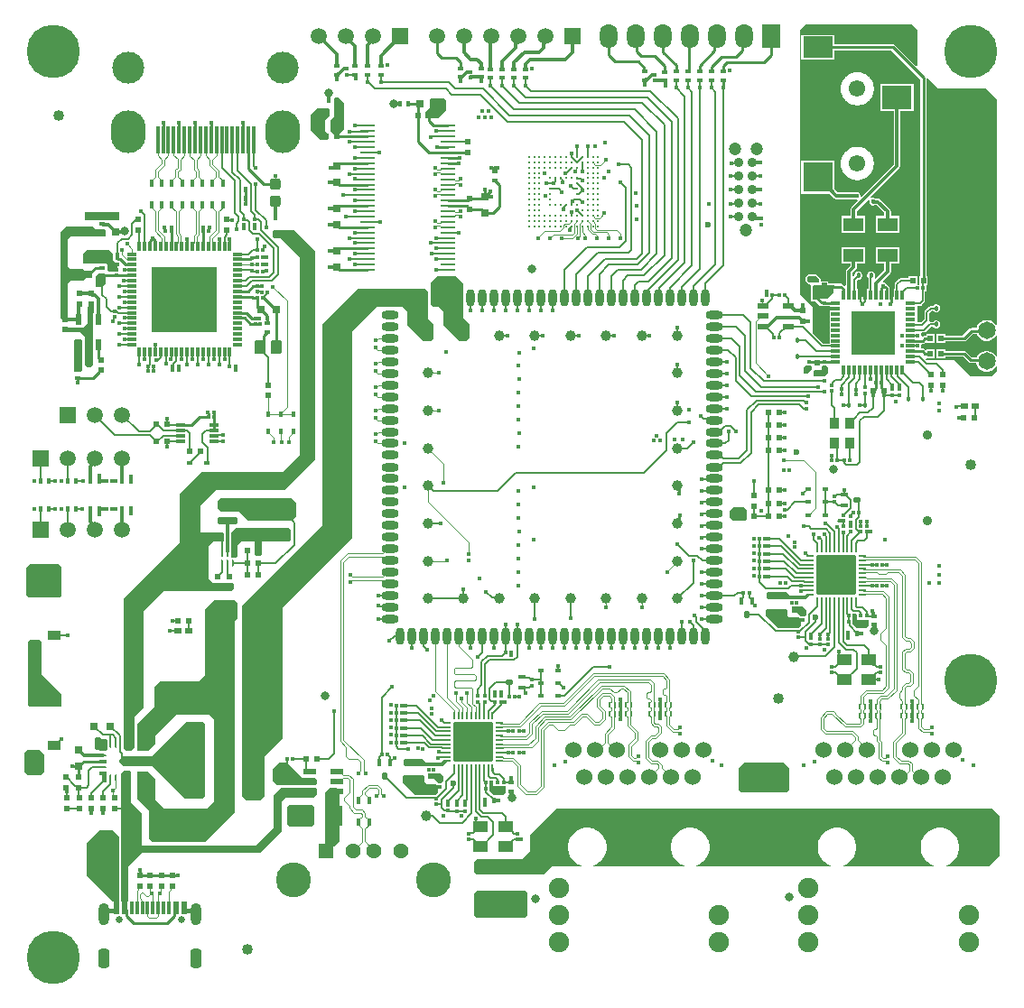
<source format=gtl>
G04*
G04 #@! TF.GenerationSoftware,Altium Limited,Altium Designer,18.1.6 (161)*
G04*
G04 Layer_Physical_Order=1*
G04 Layer_Color=255*
%FSTAX24Y24*%
%MOIN*%
G70*
G01*
G75*
%ADD11C,0.0059*%
%ADD13C,0.0157*%
%ADD14C,0.0079*%
%ADD17C,0.0118*%
%ADD19C,0.0039*%
%ADD24R,0.0118X0.0118*%
%ADD25R,0.0118X0.0118*%
%ADD26R,0.0580X0.0110*%
%ADD27R,0.0236X0.0197*%
%ADD28R,0.0520X0.0420*%
%ADD29R,0.0157X0.0197*%
%ADD30R,0.0200X0.0140*%
%ADD31R,0.0335X0.0118*%
%ADD32R,0.0197X0.0236*%
%ADD33R,0.0315X0.0315*%
%ADD34R,0.0709X0.0512*%
%ADD35R,0.0728X0.0512*%
%ADD36R,0.0197X0.0157*%
%ADD37C,0.0394*%
G04:AMPARAMS|DCode=38|XSize=27.6mil|YSize=70.9mil|CornerRadius=4mil|HoleSize=0mil|Usage=FLASHONLY|Rotation=270.000|XOffset=0mil|YOffset=0mil|HoleType=Round|Shape=RoundedRectangle|*
%AMROUNDEDRECTD38*
21,1,0.0276,0.0629,0,0,270.0*
21,1,0.0196,0.0709,0,0,270.0*
1,1,0.0080,-0.0314,-0.0098*
1,1,0.0080,-0.0314,0.0098*
1,1,0.0080,0.0314,0.0098*
1,1,0.0080,0.0314,-0.0098*
%
%ADD38ROUNDEDRECTD38*%
G04:AMPARAMS|DCode=39|XSize=7.9mil|YSize=27.6mil|CornerRadius=2mil|HoleSize=0mil|Usage=FLASHONLY|Rotation=270.000|XOffset=0mil|YOffset=0mil|HoleType=Round|Shape=RoundedRectangle|*
%AMROUNDEDRECTD39*
21,1,0.0079,0.0236,0,0,270.0*
21,1,0.0039,0.0276,0,0,270.0*
1,1,0.0039,-0.0118,-0.0020*
1,1,0.0039,-0.0118,0.0020*
1,1,0.0039,0.0118,0.0020*
1,1,0.0039,0.0118,-0.0020*
%
%ADD39ROUNDEDRECTD39*%
G04:AMPARAMS|DCode=40|XSize=7.9mil|YSize=27.6mil|CornerRadius=2mil|HoleSize=0mil|Usage=FLASHONLY|Rotation=180.000|XOffset=0mil|YOffset=0mil|HoleType=Round|Shape=RoundedRectangle|*
%AMROUNDEDRECTD40*
21,1,0.0079,0.0236,0,0,180.0*
21,1,0.0039,0.0276,0,0,180.0*
1,1,0.0039,-0.0020,0.0118*
1,1,0.0039,0.0020,0.0118*
1,1,0.0039,0.0020,-0.0118*
1,1,0.0039,-0.0020,-0.0118*
%
%ADD40ROUNDEDRECTD40*%
G04:AMPARAMS|DCode=41|XSize=149.6mil|YSize=149.6mil|CornerRadius=12mil|HoleSize=0mil|Usage=FLASHONLY|Rotation=180.000|XOffset=0mil|YOffset=0mil|HoleType=Round|Shape=RoundedRectangle|*
%AMROUNDEDRECTD41*
21,1,0.1496,0.1257,0,0,180.0*
21,1,0.1257,0.1496,0,0,180.0*
1,1,0.0239,-0.0628,0.0628*
1,1,0.0239,0.0628,0.0628*
1,1,0.0239,0.0628,-0.0628*
1,1,0.0239,-0.0628,-0.0628*
%
%ADD41ROUNDEDRECTD41*%
G04:AMPARAMS|DCode=42|XSize=19.7mil|YSize=23.6mil|CornerRadius=2mil|HoleSize=0mil|Usage=FLASHONLY|Rotation=90.000|XOffset=0mil|YOffset=0mil|HoleType=Round|Shape=RoundedRectangle|*
%AMROUNDEDRECTD42*
21,1,0.0197,0.0197,0,0,90.0*
21,1,0.0157,0.0236,0,0,90.0*
1,1,0.0039,0.0098,0.0079*
1,1,0.0039,0.0098,-0.0079*
1,1,0.0039,-0.0098,-0.0079*
1,1,0.0039,-0.0098,0.0079*
%
%ADD42ROUNDEDRECTD42*%
G04:AMPARAMS|DCode=43|XSize=15.7mil|YSize=23.6mil|CornerRadius=2mil|HoleSize=0mil|Usage=FLASHONLY|Rotation=90.000|XOffset=0mil|YOffset=0mil|HoleType=Round|Shape=RoundedRectangle|*
%AMROUNDEDRECTD43*
21,1,0.0157,0.0197,0,0,90.0*
21,1,0.0118,0.0236,0,0,90.0*
1,1,0.0039,0.0098,0.0059*
1,1,0.0039,0.0098,-0.0059*
1,1,0.0039,-0.0098,-0.0059*
1,1,0.0039,-0.0098,0.0059*
%
%ADD43ROUNDEDRECTD43*%
G04:AMPARAMS|DCode=44|XSize=19.7mil|YSize=23.6mil|CornerRadius=2mil|HoleSize=0mil|Usage=FLASHONLY|Rotation=0.000|XOffset=0mil|YOffset=0mil|HoleType=Round|Shape=RoundedRectangle|*
%AMROUNDEDRECTD44*
21,1,0.0197,0.0197,0,0,0.0*
21,1,0.0157,0.0236,0,0,0.0*
1,1,0.0039,0.0079,-0.0098*
1,1,0.0039,-0.0079,-0.0098*
1,1,0.0039,-0.0079,0.0098*
1,1,0.0039,0.0079,0.0098*
%
%ADD44ROUNDEDRECTD44*%
G04:AMPARAMS|DCode=45|XSize=15.7mil|YSize=23.6mil|CornerRadius=2mil|HoleSize=0mil|Usage=FLASHONLY|Rotation=0.000|XOffset=0mil|YOffset=0mil|HoleType=Round|Shape=RoundedRectangle|*
%AMROUNDEDRECTD45*
21,1,0.0157,0.0197,0,0,0.0*
21,1,0.0118,0.0236,0,0,0.0*
1,1,0.0039,0.0059,-0.0098*
1,1,0.0039,-0.0059,-0.0098*
1,1,0.0039,-0.0059,0.0098*
1,1,0.0039,0.0059,0.0098*
%
%ADD45ROUNDEDRECTD45*%
G04:AMPARAMS|DCode=46|XSize=22.2mil|YSize=7.9mil|CornerRadius=1mil|HoleSize=0mil|Usage=FLASHONLY|Rotation=270.000|XOffset=0mil|YOffset=0mil|HoleType=Round|Shape=RoundedRectangle|*
%AMROUNDEDRECTD46*
21,1,0.0222,0.0059,0,0,270.0*
21,1,0.0203,0.0079,0,0,270.0*
1,1,0.0020,-0.0030,-0.0101*
1,1,0.0020,-0.0030,0.0101*
1,1,0.0020,0.0030,0.0101*
1,1,0.0020,0.0030,-0.0101*
%
%ADD46ROUNDEDRECTD46*%
%ADD47R,0.0197X0.0197*%
%ADD48R,0.0236X0.0197*%
%ADD49C,0.0350*%
%ADD50O,0.0630X0.0315*%
%ADD51O,0.0315X0.0630*%
%ADD52R,0.1110X0.1110*%
%ADD53R,0.1110X0.0870*%
%ADD54R,0.1110X0.0790*%
%ADD55R,0.0370X0.0410*%
%ADD56C,0.0180*%
%ADD57R,0.0340X0.0120*%
%ADD58R,0.0120X0.0340*%
%ADD59R,0.1640X0.1640*%
G04:AMPARAMS|DCode=60|XSize=11.8mil|YSize=23.6mil|CornerRadius=1.9mil|HoleSize=0mil|Usage=FLASHONLY|Rotation=90.000|XOffset=0mil|YOffset=0mil|HoleType=Round|Shape=RoundedRectangle|*
%AMROUNDEDRECTD60*
21,1,0.0118,0.0197,0,0,90.0*
21,1,0.0079,0.0236,0,0,90.0*
1,1,0.0039,0.0099,0.0040*
1,1,0.0039,0.0099,-0.0040*
1,1,0.0039,-0.0099,-0.0040*
1,1,0.0039,-0.0099,0.0040*
%
%ADD60ROUNDEDRECTD60*%
G04:AMPARAMS|DCode=61|XSize=39.4mil|YSize=63mil|CornerRadius=3.9mil|HoleSize=0mil|Usage=FLASHONLY|Rotation=0.000|XOffset=0mil|YOffset=0mil|HoleType=Round|Shape=RoundedRectangle|*
%AMROUNDEDRECTD61*
21,1,0.0394,0.0551,0,0,0.0*
21,1,0.0315,0.0630,0,0,0.0*
1,1,0.0079,0.0157,-0.0276*
1,1,0.0079,-0.0157,-0.0276*
1,1,0.0079,-0.0157,0.0276*
1,1,0.0079,0.0157,0.0276*
%
%ADD61ROUNDEDRECTD61*%
%ADD62R,0.0236X0.0453*%
%ADD63R,0.0118X0.0453*%
%ADD64R,0.0197X0.0236*%
%ADD65R,0.0630X0.2680*%
%ADD66R,0.0512X0.0728*%
G04:AMPARAMS|DCode=67|XSize=47.6mil|YSize=22.8mil|CornerRadius=2.9mil|HoleSize=0mil|Usage=FLASHONLY|Rotation=0.000|XOffset=0mil|YOffset=0mil|HoleType=Round|Shape=RoundedRectangle|*
%AMROUNDEDRECTD67*
21,1,0.0476,0.0171,0,0,0.0*
21,1,0.0419,0.0228,0,0,0.0*
1,1,0.0057,0.0210,-0.0086*
1,1,0.0057,-0.0210,-0.0086*
1,1,0.0057,-0.0210,0.0086*
1,1,0.0057,0.0210,0.0086*
%
%ADD67ROUNDEDRECTD67*%
G04:AMPARAMS|DCode=68|XSize=9.8mil|YSize=23.6mil|CornerRadius=2.5mil|HoleSize=0mil|Usage=FLASHONLY|Rotation=0.000|XOffset=0mil|YOffset=0mil|HoleType=Round|Shape=RoundedRectangle|*
%AMROUNDEDRECTD68*
21,1,0.0098,0.0187,0,0,0.0*
21,1,0.0049,0.0236,0,0,0.0*
1,1,0.0049,0.0025,-0.0094*
1,1,0.0049,-0.0025,-0.0094*
1,1,0.0049,-0.0025,0.0094*
1,1,0.0049,0.0025,0.0094*
%
%ADD68ROUNDEDRECTD68*%
%ADD69R,0.0079X0.0394*%
%ADD70R,0.0250X0.0200*%
G04:AMPARAMS|DCode=71|XSize=27.6mil|YSize=11.8mil|CornerRadius=3mil|HoleSize=0mil|Usage=FLASHONLY|Rotation=0.000|XOffset=0mil|YOffset=0mil|HoleType=Round|Shape=RoundedRectangle|*
%AMROUNDEDRECTD71*
21,1,0.0276,0.0059,0,0,0.0*
21,1,0.0217,0.0118,0,0,0.0*
1,1,0.0059,0.0108,-0.0030*
1,1,0.0059,-0.0108,-0.0030*
1,1,0.0059,-0.0108,0.0030*
1,1,0.0059,0.0108,0.0030*
%
%ADD71ROUNDEDRECTD71*%
G04:AMPARAMS|DCode=72|XSize=27.6mil|YSize=9.8mil|CornerRadius=2.5mil|HoleSize=0mil|Usage=FLASHONLY|Rotation=90.000|XOffset=0mil|YOffset=0mil|HoleType=Round|Shape=RoundedRectangle|*
%AMROUNDEDRECTD72*
21,1,0.0276,0.0049,0,0,90.0*
21,1,0.0226,0.0098,0,0,90.0*
1,1,0.0049,0.0025,0.0113*
1,1,0.0049,0.0025,-0.0113*
1,1,0.0049,-0.0025,-0.0113*
1,1,0.0049,-0.0025,0.0113*
%
%ADD72ROUNDEDRECTD72*%
G04:AMPARAMS|DCode=73|XSize=27.6mil|YSize=9.8mil|CornerRadius=2.5mil|HoleSize=0mil|Usage=FLASHONLY|Rotation=0.000|XOffset=0mil|YOffset=0mil|HoleType=Round|Shape=RoundedRectangle|*
%AMROUNDEDRECTD73*
21,1,0.0276,0.0049,0,0,0.0*
21,1,0.0226,0.0098,0,0,0.0*
1,1,0.0049,0.0113,-0.0025*
1,1,0.0049,-0.0113,-0.0025*
1,1,0.0049,-0.0113,0.0025*
1,1,0.0049,0.0113,0.0025*
%
%ADD73ROUNDEDRECTD73*%
G04:AMPARAMS|DCode=74|XSize=39.4mil|YSize=15.7mil|CornerRadius=3.9mil|HoleSize=0mil|Usage=FLASHONLY|Rotation=90.000|XOffset=0mil|YOffset=0mil|HoleType=Round|Shape=RoundedRectangle|*
%AMROUNDEDRECTD74*
21,1,0.0394,0.0079,0,0,90.0*
21,1,0.0315,0.0157,0,0,90.0*
1,1,0.0079,0.0039,0.0157*
1,1,0.0079,0.0039,-0.0157*
1,1,0.0079,-0.0039,-0.0157*
1,1,0.0079,-0.0039,0.0157*
%
%ADD74ROUNDEDRECTD74*%
%ADD75R,0.0315X0.0315*%
%ADD76R,0.0197X0.0197*%
%ADD77R,0.0512X0.0354*%
%ADD78R,0.0137X0.0297*%
%ADD79R,0.0500X0.0350*%
%ADD80R,0.0394X0.0236*%
%ADD81R,0.0236X0.0394*%
%ADD82R,0.0118X0.1024*%
%ADD83C,0.0098*%
G04:AMPARAMS|DCode=84|XSize=33.1mil|YSize=10.6mil|CornerRadius=1.3mil|HoleSize=0mil|Usage=FLASHONLY|Rotation=90.000|XOffset=0mil|YOffset=0mil|HoleType=Round|Shape=RoundedRectangle|*
%AMROUNDEDRECTD84*
21,1,0.0331,0.0080,0,0,90.0*
21,1,0.0304,0.0106,0,0,90.0*
1,1,0.0027,0.0040,0.0152*
1,1,0.0027,0.0040,-0.0152*
1,1,0.0027,-0.0040,-0.0152*
1,1,0.0027,-0.0040,0.0152*
%
%ADD84ROUNDEDRECTD84*%
G04:AMPARAMS|DCode=85|XSize=33.1mil|YSize=10.6mil|CornerRadius=1.3mil|HoleSize=0mil|Usage=FLASHONLY|Rotation=0.000|XOffset=0mil|YOffset=0mil|HoleType=Round|Shape=RoundedRectangle|*
%AMROUNDEDRECTD85*
21,1,0.0331,0.0080,0,0,0.0*
21,1,0.0304,0.0106,0,0,0.0*
1,1,0.0027,0.0152,-0.0040*
1,1,0.0027,-0.0152,-0.0040*
1,1,0.0027,-0.0152,0.0040*
1,1,0.0027,0.0152,0.0040*
%
%ADD85ROUNDEDRECTD85*%
%ADD86R,0.0140X0.0200*%
G04:AMPARAMS|DCode=87|XSize=39.4mil|YSize=39.4mil|CornerRadius=7.9mil|HoleSize=0mil|Usage=FLASHONLY|Rotation=90.000|XOffset=0mil|YOffset=0mil|HoleType=Round|Shape=RoundedRectangle|*
%AMROUNDEDRECTD87*
21,1,0.0394,0.0236,0,0,90.0*
21,1,0.0236,0.0394,0,0,90.0*
1,1,0.0157,0.0118,0.0118*
1,1,0.0157,0.0118,-0.0118*
1,1,0.0157,-0.0118,-0.0118*
1,1,0.0157,-0.0118,0.0118*
%
%ADD87ROUNDEDRECTD87*%
G04:AMPARAMS|DCode=166|XSize=22.2mil|YSize=15.7mil|CornerRadius=2mil|HoleSize=0mil|Usage=FLASHONLY|Rotation=270.000|XOffset=0mil|YOffset=0mil|HoleType=Round|Shape=RoundedRectangle|*
%AMROUNDEDRECTD166*
21,1,0.0222,0.0118,0,0,270.0*
21,1,0.0183,0.0157,0,0,270.0*
1,1,0.0039,-0.0059,-0.0092*
1,1,0.0039,-0.0059,0.0092*
1,1,0.0039,0.0059,0.0092*
1,1,0.0039,0.0059,-0.0092*
%
%ADD166ROUNDEDRECTD166*%
%ADD167R,0.0079X0.0079*%
G04:AMPARAMS|DCode=168|XSize=94.5mil|YSize=15.7mil|CornerRadius=3.9mil|HoleSize=0mil|Usage=FLASHONLY|Rotation=0.000|XOffset=0mil|YOffset=0mil|HoleType=Round|Shape=RoundedRectangle|*
%AMROUNDEDRECTD168*
21,1,0.0945,0.0079,0,0,0.0*
21,1,0.0866,0.0157,0,0,0.0*
1,1,0.0079,0.0433,-0.0039*
1,1,0.0079,-0.0433,-0.0039*
1,1,0.0079,-0.0433,0.0039*
1,1,0.0079,0.0433,0.0039*
%
%ADD168ROUNDEDRECTD168*%
%ADD169R,0.0320X0.0570*%
%ADD170C,0.0400*%
%ADD171R,0.2441X0.2441*%
%ADD172C,0.0043*%
%ADD173C,0.0042*%
%ADD174C,0.0043*%
%ADD175C,0.0098*%
%ADD176C,0.0048*%
%ADD177C,0.0033*%
%ADD178C,0.0033*%
%ADD179C,0.0048*%
%ADD180C,0.0032*%
%ADD181C,0.0138*%
%ADD182C,0.0600*%
%ADD183C,0.0750*%
%ADD184C,0.1000*%
%ADD185R,0.0591X0.0591*%
%ADD186C,0.0591*%
%ADD187C,0.1969*%
%ADD188C,0.0354*%
%ADD189C,0.0472*%
%ADD190C,0.0610*%
G04:AMPARAMS|DCode=191|XSize=70.9mil|YSize=39.4mil|CornerRadius=9.8mil|HoleSize=0mil|Usage=FLASHONLY|Rotation=90.000|XOffset=0mil|YOffset=0mil|HoleType=Round|Shape=RoundedRectangle|*
%AMROUNDEDRECTD191*
21,1,0.0709,0.0197,0,0,90.0*
21,1,0.0512,0.0394,0,0,90.0*
1,1,0.0197,0.0098,0.0256*
1,1,0.0197,0.0098,-0.0256*
1,1,0.0197,-0.0098,-0.0256*
1,1,0.0197,-0.0098,0.0256*
%
%ADD191ROUNDEDRECTD191*%
%ADD192O,0.0394X0.0827*%
%ADD193C,0.0256*%
%ADD194R,0.0562X0.0562*%
%ADD195C,0.0562*%
%ADD196C,0.1290*%
%ADD197C,0.0650*%
%ADD198O,0.1299X0.1575*%
%ADD199C,0.1181*%
%ADD200O,0.0650X0.0900*%
%ADD201R,0.0650X0.0900*%
%ADD202C,0.0315*%
%ADD203C,0.0157*%
%ADD204C,0.0236*%
G36*
X061063Y048819D02*
Y04751D01*
X061013Y04749D01*
X060241Y048261D01*
X060206Y048285D01*
X060163Y048293D01*
X058016D01*
Y048637D01*
X056788D01*
Y047729D01*
X058016D01*
Y048073D01*
X060118D01*
X061189Y047002D01*
Y039724D01*
X061142D01*
Y039409D01*
X061063D01*
Y039724D01*
X060748D01*
Y039657D01*
X060472D01*
X060438Y03965D01*
X060409Y039631D01*
X060258Y039481D01*
X060239Y039451D01*
X060232Y039417D01*
Y039247D01*
X060203D01*
Y038976D01*
X060048D01*
Y039247D01*
X060039D01*
Y039284D01*
X060031Y039326D01*
X060007Y039362D01*
X059949Y03942D01*
X059925Y039436D01*
X05992Y039448D01*
X059881Y039487D01*
X059831Y039508D01*
X059818D01*
X059797Y039558D01*
X06006Y039821D01*
X06006Y039821D01*
X060087Y03986D01*
X060096Y039906D01*
Y040182D01*
X060399D01*
Y040812D01*
X059552D01*
Y040182D01*
X059855D01*
Y039956D01*
X059536Y039638D01*
X059482Y039654D01*
X059482Y039655D01*
X059496Y039669D01*
X059519Y039724D01*
Y039784D01*
X059496Y039838D01*
X059455Y03988D01*
X0594Y039903D01*
X05934D01*
X059286Y03988D01*
X059244Y039838D01*
X059221Y039784D01*
Y039724D01*
X059244Y039669D01*
X059264Y039649D01*
Y039247D01*
X059219D01*
Y038976D01*
X058867D01*
Y039247D01*
X058838D01*
Y039566D01*
X058876Y039605D01*
X058927D01*
X058982Y039628D01*
X059024Y039669D01*
X059047Y039724D01*
Y039784D01*
X059024Y039838D01*
X058982Y03988D01*
X058927Y039903D01*
X058868D01*
X058813Y03988D01*
X058771Y039838D01*
X058749Y039784D01*
Y039743D01*
X058718Y039719D01*
X058671Y03974D01*
Y039849D01*
X058801Y039979D01*
X058801Y039979D01*
X058827Y040018D01*
X058836Y040064D01*
Y040182D01*
X059139D01*
Y040812D01*
X058292D01*
Y040182D01*
X058595D01*
Y040114D01*
X058466Y039984D01*
X058439Y039945D01*
X05843Y039899D01*
X05843Y039899D01*
Y039385D01*
X05838Y039364D01*
X058322Y039423D01*
X058286Y039446D01*
X058244Y039455D01*
X058051D01*
Y039463D01*
X057939D01*
X057913Y039473D01*
X057785D01*
Y039537D01*
X057495D01*
Y039616D01*
X057476Y039661D01*
X057368Y03977D01*
X057323Y039788D01*
X057047D01*
X057002Y03977D01*
X056963Y03973D01*
X056944Y039685D01*
Y039567D01*
X056963Y039522D01*
X057041Y039443D01*
X057087Y039424D01*
X057109D01*
X057143Y039374D01*
X057141Y03937D01*
Y038937D01*
X057156Y038902D01*
Y038809D01*
X057314D01*
X057455Y038668D01*
X057491Y038644D01*
X05753Y038636D01*
Y038618D01*
X057633D01*
X057661Y038613D01*
X057829D01*
Y038604D01*
X057913D01*
Y038448D01*
X057829D01*
Y038013D01*
Y03762D01*
Y037239D01*
X057594D01*
X057224Y037608D01*
X057224Y038583D01*
X056732Y039075D01*
Y048819D01*
X056929Y049016D01*
X060866D01*
X061063Y048819D01*
D02*
G37*
G36*
X043661Y04622D02*
Y045827D01*
X043386Y045551D01*
X042953D01*
X042913Y045591D01*
Y045787D01*
X043071Y045945D01*
Y04626D01*
X04311Y046299D01*
X043583D01*
X043661Y04622D01*
D02*
G37*
G36*
X039921Y046142D02*
Y045157D01*
X039724Y044961D01*
X039528D01*
X039409Y045079D01*
Y045512D01*
X039528Y04563D01*
Y046299D01*
X039567Y046339D01*
X039724D01*
X039921Y046142D01*
D02*
G37*
G36*
X03937Y045906D02*
Y045669D01*
X039213Y045512D01*
Y045079D01*
X039331Y044961D01*
Y044803D01*
X039291Y044764D01*
X039016D01*
X038661Y045118D01*
X038661Y045709D01*
X038898Y045945D01*
X039331D01*
X03937Y045906D01*
D02*
G37*
G36*
X031614Y042047D02*
Y041811D01*
X030354D01*
Y042047D01*
X030394Y042087D01*
X031575D01*
X031614Y042047D01*
D02*
G37*
G36*
X031378Y040551D02*
Y040335D01*
X031421Y040291D01*
Y040262D01*
X031451D01*
X03154Y040173D01*
X03154Y03999D01*
X031451Y039902D01*
X03124D01*
X031181Y039961D01*
Y040157D01*
X031142Y040197D01*
X030315D01*
X030276Y040236D01*
Y040551D01*
X030433Y040709D01*
X03122D01*
X031378Y040551D01*
D02*
G37*
G36*
X057431Y039616D02*
Y039518D01*
X057402Y039488D01*
X057087D01*
X057008Y039567D01*
Y039685D01*
X057047Y039724D01*
X057323D01*
X057431Y039616D01*
D02*
G37*
G36*
X031102Y039803D02*
Y039449D01*
X030984Y039331D01*
X030787Y039331D01*
X030748Y03937D01*
Y039724D01*
X030866Y039843D01*
X031063D01*
X031102Y039803D01*
D02*
G37*
G36*
X057992Y039331D02*
Y039134D01*
X057756Y038898D01*
X057244D01*
X057205Y038937D01*
Y03937D01*
X057244Y039409D01*
X057913D01*
X057992Y039331D01*
D02*
G37*
G36*
X06185Y046654D02*
X063622D01*
X064016Y04626D01*
Y03793D01*
X063966Y037916D01*
X063939Y037962D01*
X063868Y038034D01*
X06378Y038084D01*
X063682Y03811D01*
X063581D01*
X063484Y038084D01*
X063396Y038034D01*
X063325Y037962D01*
X063274Y037875D01*
X063259Y037817D01*
X063071D01*
X063029Y037809D01*
X062993Y037785D01*
X06275Y037541D01*
X062106D01*
Y037589D01*
X061791D01*
Y037274D01*
X062106D01*
Y037321D01*
X062795D01*
X062838Y037329D01*
X062873Y037353D01*
X063117Y037596D01*
X063269D01*
X063274Y037578D01*
X063325Y037491D01*
X063396Y037419D01*
X063484Y037369D01*
X063581Y037342D01*
X063682D01*
X06378Y037369D01*
X063868Y037419D01*
X063939Y037491D01*
X063966Y037537D01*
X064016Y037523D01*
Y036788D01*
X063966Y036774D01*
X063939Y03682D01*
X063868Y036892D01*
X06378Y036943D01*
X063682Y036969D01*
X063581D01*
X063484Y036943D01*
X063396Y036892D01*
X063325Y03682D01*
X063275Y036734D01*
X063087D01*
X062883Y036938D01*
X062847Y036962D01*
X062805Y036971D01*
X062106D01*
Y037018D01*
X061791D01*
Y036703D01*
X062106D01*
Y03675D01*
X062759D01*
X062963Y036546D01*
X062999Y036522D01*
X063041Y036514D01*
X063253D01*
X063274Y036436D01*
X063325Y036349D01*
X063396Y036277D01*
X063484Y036227D01*
X063581Y036201D01*
X063682D01*
X06378Y036227D01*
X063868Y036277D01*
X063939Y036349D01*
X063966Y036395D01*
X064016Y036381D01*
Y03622D01*
X063819Y036024D01*
X063032D01*
X062441Y036614D01*
X061425D01*
X061378Y036661D01*
X061407Y036703D01*
X061713D01*
Y037018D01*
X061398D01*
Y037018D01*
X061369Y037006D01*
X061345Y037029D01*
X061309Y037053D01*
X061267Y037062D01*
X061251D01*
X061218Y037112D01*
X06122Y037118D01*
Y037173D01*
X061216Y037185D01*
X061249Y037235D01*
X061262D01*
X061305Y037243D01*
X06134Y037267D01*
X061348Y037274D01*
X061398Y037274D01*
Y037274D01*
X061713D01*
Y037589D01*
X061398D01*
Y037541D01*
X061348D01*
X061306Y037533D01*
X06127Y037509D01*
X061269Y037507D01*
X06122Y03753D01*
Y037567D01*
X061207Y037598D01*
X061234Y037648D01*
X061321D01*
X061356Y037655D01*
X061385Y037675D01*
X061573Y037862D01*
X061651D01*
X061687Y037826D01*
X061742Y037804D01*
X061801D01*
X061856Y037826D01*
X061898Y037868D01*
X061921Y037923D01*
Y037982D01*
X061898Y038037D01*
X061856Y038079D01*
X061801Y038102D01*
X061742D01*
X061687Y038079D01*
X061651Y038043D01*
X061539D01*
X061527Y038053D01*
X061503Y038088D01*
X061508Y03811D01*
Y038348D01*
X061612Y038453D01*
X061651D01*
X061687Y038417D01*
X061742Y038394D01*
X061801D01*
X061856Y038417D01*
X061898Y038459D01*
X061921Y038514D01*
Y038573D01*
X061898Y038628D01*
X061856Y03867D01*
X061801Y038692D01*
X061742D01*
X061687Y03867D01*
X061651Y038634D01*
X061575D01*
X061575Y038634D01*
X06154Y038627D01*
X061511Y038607D01*
X061353Y03845D01*
X061334Y03842D01*
X061327Y038386D01*
Y038148D01*
X061205Y038026D01*
X061063D01*
Y038633D01*
X061164D01*
X061199Y03864D01*
X061228Y038659D01*
X061324Y038755D01*
X061343Y038784D01*
X06135Y038819D01*
Y039173D01*
X061404D01*
Y039409D01*
X061457D01*
Y039724D01*
X06141D01*
Y047024D01*
X06146Y047044D01*
X06185Y046654D01*
D02*
G37*
G36*
X030748Y041457D02*
X031063D01*
X031102Y041417D01*
X031102Y04122D01*
X031063Y041181D01*
X029803D01*
X029724Y041102D01*
Y040079D01*
X029803Y04D01*
X030276D01*
X030433Y039843D01*
X030433Y039724D01*
X030276Y039567D01*
X029843D01*
X029724Y039449D01*
Y038189D01*
X029675Y03814D01*
X029498D01*
X029449Y038189D01*
Y041378D01*
X029646Y041575D01*
X03063D01*
X030748Y041457D01*
D02*
G37*
G36*
X044301Y039478D02*
Y038196D01*
X044534Y037963D01*
Y037441D01*
X044426Y037333D01*
X04417Y037333D01*
X04356Y037943D01*
Y038425D01*
X043402Y038583D01*
X043218D01*
X04312Y038681D01*
Y039498D01*
X043346Y039724D01*
X044055Y039724D01*
X044301Y039478D01*
D02*
G37*
G36*
X043002Y039163D02*
Y038179D01*
X043218Y037963D01*
Y037441D01*
X04311Y037333D01*
X042854Y037333D01*
X042244Y037943D01*
Y038425D01*
X042087Y038583D01*
X04185D01*
X041102Y038583D01*
X040197Y037677D01*
Y030063D01*
X038008Y027874D01*
X037638Y02748D01*
X037638Y022677D01*
X036969Y022008D01*
Y020512D01*
X036811Y020354D01*
X036299D01*
X036142Y020512D01*
Y027559D01*
X036339Y027756D01*
X037323Y02874D01*
X039094Y030512D01*
X039094Y037953D01*
X040394Y039252D01*
X042913D01*
X043002Y039163D01*
D02*
G37*
G36*
X037598Y037323D02*
Y03689D01*
X037559Y03685D01*
X037244D01*
X037205Y03689D01*
X037205Y037323D01*
X037244Y037362D01*
X037559D01*
X037598Y037323D01*
D02*
G37*
G36*
X037008D02*
Y03689D01*
X036969Y03685D01*
X036654D01*
X036614Y03689D01*
X036614Y037323D01*
X036654Y037362D01*
X036969D01*
X037008Y037323D01*
D02*
G37*
G36*
X030679Y038406D02*
X03063Y038356D01*
Y036447D01*
X030551Y036368D01*
X030423D01*
X030344Y036447D01*
X030344Y03749D01*
X030187Y037648D01*
X029665D01*
Y037844D01*
X030285D01*
X030443Y038002D01*
Y038612D01*
X030679D01*
Y038406D01*
D02*
G37*
G36*
X030246Y037372D02*
Y03625D01*
X030197Y036201D01*
X02998D01*
X029951Y03623D01*
Y037372D01*
X02998Y037402D01*
X030217D01*
X030246Y037372D01*
D02*
G37*
G36*
X057175Y036388D02*
Y036289D01*
X057018Y036132D01*
X056919D01*
X05688Y036171D01*
Y036348D01*
X056949Y036417D01*
X057146D01*
X057175Y036388D01*
D02*
G37*
G36*
X057785Y036348D02*
Y036161D01*
X057648Y036024D01*
X057292D01*
X057254Y036061D01*
X057254Y03623D01*
X057283Y03626D01*
X05752D01*
X057559Y036299D01*
Y036398D01*
X057579Y036417D01*
X057717D01*
X057785Y036348D01*
D02*
G37*
G36*
X054764Y031102D02*
Y030748D01*
X054724Y030709D01*
X054252D01*
X054134Y030827D01*
Y031063D01*
X054272Y031201D01*
X054665D01*
X054764Y031102D01*
D02*
G37*
G36*
X03815Y031358D02*
Y030846D01*
X037992Y030689D01*
X036378D01*
X036024Y031043D01*
X035354D01*
X035236Y031161D01*
Y031437D01*
X035335Y031535D01*
X037972D01*
X03815Y031358D01*
D02*
G37*
G36*
X037953Y030354D02*
Y03D01*
X037874Y029921D01*
X03689D01*
Y029449D01*
X03685Y029409D01*
X036654D01*
X036614Y029449D01*
Y029921D01*
X036102D01*
X035984Y029803D01*
Y029409D01*
X035906Y029331D01*
X035787D01*
X035748Y02937D01*
Y030276D01*
X035906Y030433D01*
X037874D01*
X037953Y030354D01*
D02*
G37*
G36*
X038858Y04063D02*
Y032953D01*
X037726Y031821D01*
X035167D01*
X034606Y03126D01*
Y030276D01*
X035433D01*
X035472Y030236D01*
Y029961D01*
X035433Y029921D01*
X035079D01*
X034921Y029764D01*
Y028543D01*
X035079Y028386D01*
X035787D01*
X035827Y028346D01*
Y028189D01*
X035748Y02811D01*
X033268D01*
X03252Y027362D01*
Y025197D01*
Y02378D01*
X032165Y023425D01*
X032165Y022323D01*
X032028Y022185D01*
X03187D01*
X031791Y022264D01*
X031791Y025177D01*
X031791Y025177D01*
X031791Y027815D01*
X032362Y028386D01*
X032362D01*
X033858Y029882D01*
Y031693D01*
X034646Y03248D01*
X037638D01*
X038278Y03312D01*
Y040423D01*
X037559Y041142D01*
X037323D01*
X037283Y041181D01*
Y041378D01*
X037323Y041417D01*
X038071D01*
X038858Y04063D01*
D02*
G37*
G36*
X029488Y028976D02*
Y027913D01*
X029449Y027874D01*
X028268D01*
X028189Y027953D01*
Y028976D01*
X028307Y029094D01*
X02937D01*
X029488Y028976D01*
D02*
G37*
G36*
X05636Y027931D02*
X056911D01*
X05699Y02801D01*
X057102D01*
X057117Y02796D01*
X056951Y027793D01*
X05573D01*
Y028069D01*
X056222D01*
X05636Y027931D01*
D02*
G37*
G36*
X05697Y027409D02*
X05697Y027232D01*
X056911Y027173D01*
X056783Y027173D01*
X056646Y027311D01*
X056459D01*
X056429Y027341D01*
Y027508D01*
X056449Y027528D01*
X056852D01*
X05697Y027409D01*
D02*
G37*
G36*
X05626Y027402D02*
Y027205D01*
X056339Y027126D01*
X056693D01*
X056772Y027047D01*
Y026811D01*
X056693Y026732D01*
X055945D01*
X055472Y027205D01*
Y027402D01*
X055512Y027441D01*
X05622D01*
X05626Y027402D01*
D02*
G37*
G36*
X058831Y027242D02*
Y027065D01*
X05885Y027045D01*
X059274D01*
X059283Y027035D01*
Y026839D01*
X059175Y02673D01*
X05885D01*
X058683Y026898D01*
Y027242D01*
X058693Y027252D01*
X058821D01*
X058831Y027242D01*
D02*
G37*
G36*
X02874Y02622D02*
Y025039D01*
X029488Y024291D01*
Y023858D01*
X029449Y023819D01*
X028307D01*
X028228Y023898D01*
Y02622D01*
X028307Y026299D01*
X028661D01*
X02874Y02622D01*
D02*
G37*
G36*
X030955Y022628D02*
X031157D01*
X031181Y022604D01*
X031181Y022562D01*
X031179Y022554D01*
Y022328D01*
X031181Y02232D01*
X031181Y022241D01*
X031164Y022224D01*
X031142D01*
Y022205D01*
X031142Y022204D01*
X031142Y022203D01*
X031141Y022202D01*
X031141Y022201D01*
X031141Y0222D01*
X031141Y022199D01*
X03114Y022198D01*
X03114Y022197D01*
X03114Y022196D01*
X031139Y022195D01*
X031139Y022194D01*
X031138Y022193D01*
X031137Y022192D01*
X031137Y022192D01*
X031136Y022191D01*
X031135Y02219D01*
X031134Y022189D01*
X031134Y022189D01*
X031133Y022188D01*
X031132Y022188D01*
X031131Y022187D01*
X03113Y022187D01*
X031129Y022186D01*
X031128Y022186D01*
X031127Y022186D01*
X031126Y022185D01*
X031125Y022185D01*
X031124Y022185D01*
X031123Y022185D01*
X031122Y022185D01*
X030886D01*
X030885Y022185D01*
X030884Y022185D01*
X030883Y022185D01*
X030882Y022185D01*
X030881Y022186D01*
X03088Y022186D01*
X030879Y022186D01*
X030878Y022187D01*
X030877Y022187D01*
X030876Y022188D01*
X030875Y022188D01*
X030874Y022189D01*
X030873Y022189D01*
X030873Y02219D01*
X030872Y022191D01*
X030871Y022192D01*
X030871Y022192D01*
X03087Y022193D01*
X030869Y022194D01*
X030869Y022195D01*
X030868Y022196D01*
X030868Y022197D01*
X030867Y022198D01*
X030867Y022199D01*
X030867Y0222D01*
X030867Y022201D01*
X030866Y022202D01*
X030866Y022203D01*
X030866Y022204D01*
X030866Y022205D01*
Y022224D01*
X030768D01*
X030709Y022283D01*
Y022638D01*
X030758Y022687D01*
X030896D01*
X030955Y022628D01*
D02*
G37*
G36*
X042953Y021772D02*
X043504D01*
X043583Y02185D01*
X043695D01*
X04371Y0218D01*
X043543Y021634D01*
X042323D01*
Y021909D01*
X042815D01*
X042953Y021772D01*
D02*
G37*
G36*
X028858Y022047D02*
Y021417D01*
X02874Y021299D01*
X028228D01*
X02811Y021417D01*
Y022126D01*
X028228Y022244D01*
X028661D01*
X028858Y022047D01*
D02*
G37*
G36*
X031123Y021437D02*
X031124Y021437D01*
X031125Y021437D01*
X031126Y021437D01*
X031127Y021436D01*
X031128Y021436D01*
X031129Y021436D01*
X03113Y021435D01*
X031131Y021435D01*
X031132Y021434D01*
X031133Y021434D01*
X031134Y021433D01*
X031134Y021433D01*
X031135Y021432D01*
X031136Y021431D01*
X031137Y02143D01*
X031137Y02143D01*
X031138Y021429D01*
X031139Y021428D01*
X031139Y021427D01*
X03114Y021426D01*
X03114Y021425D01*
X03114Y021424D01*
X031141Y021423D01*
X031141Y021422D01*
X031141Y021421D01*
X031141Y02142D01*
X031142Y021419D01*
X031142Y021418D01*
X031142Y021417D01*
Y021063D01*
X031142Y021062D01*
X031142Y021061D01*
X031141Y02106D01*
X031141Y021059D01*
X031141Y021058D01*
X031141Y021057D01*
X03114Y021056D01*
X03114Y021055D01*
X03114Y021054D01*
X031139Y021053D01*
X031139Y021052D01*
X031138Y021051D01*
X031137Y021051D01*
X031137Y02105D01*
X031136Y021049D01*
X031135Y021048D01*
X031134Y021048D01*
X031134Y021047D01*
X031133Y021046D01*
X031132Y021046D01*
X031131Y021045D01*
X03113Y021045D01*
X031129Y021045D01*
X031128Y021044D01*
X031127Y021044D01*
X031126Y021044D01*
X031125Y021044D01*
X031124Y021043D01*
X031123Y021043D01*
X031122Y021043D01*
X031024D01*
X031023Y021043D01*
X031022Y021043D01*
X031021Y021044D01*
X03102Y021044D01*
X031019Y021044D01*
X031018Y021044D01*
X031017Y021045D01*
X031016Y021045D01*
X031015Y021045D01*
X031014Y021046D01*
X031013Y021046D01*
X031012Y021047D01*
X031011Y021048D01*
X03101Y021048D01*
X03101Y021049D01*
X031009Y02105D01*
X031008Y021051D01*
X031008Y021051D01*
X031007Y021052D01*
X031007Y021053D01*
X031006Y021054D01*
X031006Y021055D01*
X031005Y021056D01*
X031005Y021057D01*
X031005Y021058D01*
X031004Y021059D01*
X031004Y02106D01*
X031004Y021061D01*
X031004Y021062D01*
X031004Y021063D01*
Y02124D01*
X031004Y021242D01*
X031004Y021244D01*
X031003Y021246D01*
X031003Y021248D01*
X031003Y02125D01*
X031002Y021252D01*
X031001Y021254D01*
X031001Y021256D01*
X031Y021258D01*
X030999Y02126D01*
X030998Y021262D01*
X030996Y021263D01*
X030995Y021265D01*
X030994Y021267D01*
X030992Y021268D01*
X030991Y021269D01*
X030989Y021271D01*
X030988Y021272D01*
X030986Y021273D01*
X030984Y021274D01*
X030982Y021275D01*
X030981Y021276D01*
X030979Y021277D01*
X030977Y021278D01*
X030975Y021278D01*
X030973Y021279D01*
X030971Y021279D01*
X030969Y021279D01*
X030967Y021279D01*
X030965Y02128D01*
X030886D01*
X030885Y02128D01*
X030884Y02128D01*
X030883Y02128D01*
X030882Y02128D01*
X030881Y02128D01*
X03088Y02128D01*
X030879Y021281D01*
X030878Y021281D01*
X030877Y021282D01*
X030876Y021282D01*
X030875Y021283D01*
X030874Y021283D01*
X030873Y021284D01*
X030873Y021285D01*
X030872Y021285D01*
X030871Y021286D01*
X030871Y021287D01*
X03087Y021288D01*
X030869Y021288D01*
X030869Y021289D01*
X030868Y02129D01*
X030868Y021291D01*
X030867Y021292D01*
X030867Y021293D01*
X030867Y021294D01*
X030867Y021295D01*
X030866Y021296D01*
X030866Y021297D01*
X030866Y021298D01*
X030866Y021299D01*
Y021417D01*
X030866Y021418D01*
X030866Y021419D01*
X030866Y02142D01*
X030867Y021421D01*
X030867Y021422D01*
X030867Y021423D01*
X030867Y021424D01*
X030868Y021425D01*
X030868Y021426D01*
X030869Y021427D01*
X030869Y021428D01*
X03087Y021429D01*
X030871Y02143D01*
X030871Y02143D01*
X030872Y021431D01*
X030873Y021432D01*
X030873Y021433D01*
X030874Y021433D01*
X030875Y021434D01*
X030876Y021434D01*
X030877Y021435D01*
X030878Y021435D01*
X030879Y021436D01*
X03088Y021436D01*
X030881Y021436D01*
X030882Y021437D01*
X030883Y021437D01*
X030884Y021437D01*
X030885Y021437D01*
X030886Y021437D01*
X031122D01*
X031123Y021437D01*
D02*
G37*
G36*
X043563Y02125D02*
X043563Y021073D01*
X043504Y021014D01*
X043376Y021014D01*
X043238Y021152D01*
X043051D01*
X043022Y021181D01*
Y021348D01*
X043041Y021368D01*
X043445D01*
X043563Y02125D01*
D02*
G37*
G36*
X038386Y021181D02*
X038858D01*
X038898Y021142D01*
Y020984D01*
X038858Y020945D01*
X037441D01*
X037283Y021102D01*
Y021535D01*
X03752Y021772D01*
X037795Y021772D01*
X038386Y021181D01*
D02*
G37*
G36*
X056339Y021555D02*
Y020768D01*
X05624Y020669D01*
X054567D01*
X054468Y020768D01*
X054468Y021555D01*
X054665Y021752D01*
X056142D01*
X056339Y021555D01*
D02*
G37*
G36*
X042872Y021242D02*
Y021045D01*
X042951Y020967D01*
X043305D01*
X043384Y020888D01*
Y020652D01*
X043305Y020573D01*
X042557D01*
X042085Y021045D01*
Y021242D01*
X042124Y021281D01*
X042833D01*
X042872Y021242D01*
D02*
G37*
G36*
X045423Y021083D02*
Y020906D01*
X045443Y020886D01*
X045866D01*
X045876Y020876D01*
Y020679D01*
X045768Y020571D01*
X045443D01*
X045276Y020738D01*
Y021083D01*
X045285Y021093D01*
X045413D01*
X045423Y021083D01*
D02*
G37*
G36*
X034764Y023189D02*
Y020512D01*
X034685Y020433D01*
X034016D01*
X032835Y021614D01*
X031772D01*
X031614Y021772D01*
Y02185D01*
X031772Y022008D01*
X032835D01*
X033976Y02315D01*
X034094Y023268D01*
X034685D01*
X034764Y023189D01*
D02*
G37*
G36*
X035866Y027756D02*
X035984Y027638D01*
Y027087D01*
X035866Y026969D01*
Y019921D01*
X034764Y018819D01*
X032835D01*
X032717Y018937D01*
X032717Y02D01*
X032283Y020433D01*
Y021063D01*
Y021402D01*
Y021417D01*
X032283Y021418D01*
X032284Y021419D01*
X032284Y02142D01*
X032284Y021421D01*
X032284Y021422D01*
X032284Y021423D01*
X032285Y021424D01*
X032285Y021425D01*
X032286Y021426D01*
X032286Y021427D01*
X032287Y021428D01*
X032287Y021429D01*
X032288Y02143D01*
X032289Y02143D01*
X032289Y021431D01*
X03229Y021432D01*
X032291Y021433D01*
X032292Y021433D01*
X032292Y021434D01*
X032293Y021434D01*
X032294Y021435D01*
X032295Y021435D01*
X032296Y021436D01*
X032297Y021436D01*
X032298Y021436D01*
X032299Y021437D01*
X0323Y021437D01*
X032301Y021437D01*
X032302Y021437D01*
X032303Y021437D01*
X032319D01*
X032319Y021437D01*
X032433Y021437D01*
X032579D01*
X032579Y021437D01*
X03266Y021437D01*
X032953Y021144D01*
Y020393D01*
X033267Y020079D01*
X034882D01*
X035118Y020315D01*
Y023346D01*
X034921Y023543D01*
X03374D01*
X032953Y022756D01*
X032953Y022475D01*
X032663Y022185D01*
X032303D01*
X032302Y022185D01*
X032301Y022185D01*
X0323Y022185D01*
X032299Y022185D01*
X032298Y022186D01*
X032297Y022186D01*
X032296Y022186D01*
X032295Y022187D01*
X032294Y022187D01*
X032293Y022188D01*
X032292Y022188D01*
X032292Y022189D01*
X032291Y022189D01*
X03229Y02219D01*
X032289Y022191D01*
X032289Y022192D01*
X032288Y022192D01*
X032287Y022193D01*
X032287Y022194D01*
X032286Y022195D01*
X032286Y022196D01*
X032285Y022197D01*
X032285Y022198D01*
X032284Y022199D01*
X032284Y0222D01*
X032284Y022201D01*
X032284Y022202D01*
X032284Y022203D01*
X032283Y022204D01*
X032283Y022205D01*
Y022236D01*
Y022559D01*
Y023189D01*
X032913Y023819D01*
X032913Y024567D01*
X03311Y024764D01*
X034528D01*
X034764Y025D01*
Y027402D01*
X035118Y027756D01*
X035866Y027756D01*
D02*
G37*
G36*
X038819Y020118D02*
Y019488D01*
X03874Y019409D01*
X037874D01*
X037795Y019488D01*
Y020118D01*
X037874Y020197D01*
X03874D01*
X038819Y020118D01*
D02*
G37*
G36*
X039744Y020738D02*
Y018878D01*
X039528Y018661D01*
X039291D01*
X039213Y01874D01*
Y020669D01*
X03937Y020827D01*
X039656D01*
X039744Y020738D01*
D02*
G37*
G36*
X064112Y019785D02*
Y018305D01*
X06372Y017913D01*
X062138D01*
X062128Y017963D01*
X062243Y018011D01*
X062359Y018089D01*
X062458Y018187D01*
X062535Y018303D01*
X062589Y018432D01*
X062616Y018569D01*
Y018709D01*
X062589Y018846D01*
X062535Y018975D01*
X062458Y019091D01*
X062359Y019189D01*
X062243Y019267D01*
X062114Y01932D01*
X061977Y019348D01*
X061837D01*
X061701Y01932D01*
X061572Y019267D01*
X061455Y019189D01*
X061357Y019091D01*
X061279Y018975D01*
X061226Y018846D01*
X061199Y018709D01*
Y018569D01*
X061226Y018432D01*
X061279Y018303D01*
X061357Y018187D01*
X061455Y018089D01*
X061572Y018011D01*
X061686Y017963D01*
X061677Y017913D01*
X058338D01*
X058328Y017963D01*
X058443Y018011D01*
X058559Y018089D01*
X058658Y018187D01*
X058735Y018303D01*
X058789Y018432D01*
X058816Y018569D01*
Y018709D01*
X058789Y018846D01*
X058735Y018975D01*
X058658Y019091D01*
X058559Y019189D01*
X058443Y019267D01*
X058314Y01932D01*
X058177Y019348D01*
X058037D01*
X057901Y01932D01*
X057772Y019267D01*
X057656Y019189D01*
X057557Y019091D01*
X057479Y018975D01*
X057426Y018846D01*
X057399Y018709D01*
Y018569D01*
X057426Y018432D01*
X057479Y018303D01*
X057557Y018187D01*
X057656Y018089D01*
X057772Y018011D01*
X057886Y017963D01*
X057877Y017913D01*
X052918D01*
X052908Y017963D01*
X053023Y018011D01*
X053139Y018089D01*
X053238Y018187D01*
X053315Y018303D01*
X053369Y018432D01*
X053396Y018569D01*
Y018709D01*
X053369Y018846D01*
X053315Y018975D01*
X053238Y019091D01*
X053139Y019189D01*
X053023Y019267D01*
X052894Y01932D01*
X052757Y019348D01*
X052618D01*
X052481Y01932D01*
X052352Y019267D01*
X052236Y019189D01*
X052137Y019091D01*
X052059Y018975D01*
X052006Y018846D01*
X051979Y018709D01*
Y018569D01*
X052006Y018432D01*
X052059Y018303D01*
X052137Y018187D01*
X052236Y018089D01*
X052352Y018011D01*
X052467Y017963D01*
X052457Y017913D01*
X049118D01*
X049108Y017963D01*
X049223Y018011D01*
X049339Y018089D01*
X049438Y018187D01*
X049515Y018303D01*
X049569Y018432D01*
X049596Y018569D01*
Y018709D01*
X049569Y018846D01*
X049515Y018975D01*
X049438Y019091D01*
X049339Y019189D01*
X049223Y019267D01*
X049094Y01932D01*
X048957Y019348D01*
X048818D01*
X048681Y01932D01*
X048552Y019267D01*
X048436Y019189D01*
X048337Y019091D01*
X048259Y018975D01*
X048206Y018846D01*
X048179Y018709D01*
Y018569D01*
X048206Y018432D01*
X048259Y018303D01*
X048337Y018187D01*
X048436Y018089D01*
X048552Y018011D01*
X048667Y017963D01*
X048657Y017913D01*
X047579D01*
X047283Y017618D01*
X044823D01*
X044724Y017717D01*
Y01811D01*
X044823Y018209D01*
X046496D01*
X046791Y018504D01*
Y019094D01*
X047323Y019626D01*
X047776Y020079D01*
X063819Y020079D01*
X064112Y019785D01*
D02*
G37*
G36*
X032047Y021417D02*
Y020276D01*
X032441Y019882D01*
Y018701D01*
X036654D01*
X037323Y01937D01*
Y020551D01*
X037598Y020827D01*
X038858D01*
X038898Y020787D01*
Y020591D01*
X03878Y020472D01*
X037756D01*
X037598Y020315D01*
X037598Y019213D01*
X036811Y018425D01*
X032441D01*
Y018425D01*
X031929Y017913D01*
Y016614D01*
X031693D01*
Y021378D01*
X031772Y021457D01*
X032008D01*
X032047Y021417D01*
D02*
G37*
G36*
X031614Y019016D02*
Y016614D01*
X031378D01*
X030394Y017598D01*
X030394Y01878D01*
X030864Y01925D01*
X031378Y019252D01*
X031614Y019016D01*
D02*
G37*
G36*
X046693Y016929D02*
Y016142D01*
X046594Y016043D01*
X044823D01*
X044724Y016142D01*
Y016929D01*
X044823Y017028D01*
X046594D01*
X046693Y016929D01*
D02*
G37*
%LPC*%
G36*
X058867Y047266D02*
X058858Y047264D01*
X05885Y047266D01*
X058706Y047247D01*
X058699Y047243D01*
X05869D01*
X058556Y047187D01*
X05855Y047181D01*
X058542Y047179D01*
X058427Y047091D01*
X058423Y047083D01*
X058415Y047079D01*
X058327Y046964D01*
X058325Y046956D01*
X058319Y04695D01*
X058263Y046816D01*
Y046807D01*
X058259Y0468D01*
X05824Y046656D01*
X058242Y046648D01*
X05824Y046639D01*
X058259Y046496D01*
X058263Y046488D01*
Y04648D01*
X058319Y046346D01*
X058325Y04634D01*
X058327Y046331D01*
X058415Y046216D01*
X058423Y046212D01*
X058427Y046205D01*
X058542Y046116D01*
X05855Y046114D01*
X058556Y046108D01*
X05869Y046053D01*
X058699D01*
X058706Y046048D01*
X05885Y046029D01*
X058858Y046032D01*
X058867Y046029D01*
X05901Y046048D01*
X059018Y046053D01*
X059026D01*
X05916Y046108D01*
X059166Y046114D01*
X059175Y046116D01*
X059289Y046205D01*
X059294Y046212D01*
X059301Y046216D01*
X059389Y046331D01*
X059392Y04634D01*
X059398Y046346D01*
X059453Y04648D01*
Y046488D01*
X059458Y046496D01*
X059476Y046639D01*
X059474Y046648D01*
X059476Y046656D01*
X059458Y0468D01*
X059453Y046807D01*
Y046816D01*
X059398Y04695D01*
X059392Y046956D01*
X059389Y046964D01*
X059301Y047079D01*
X059294Y047083D01*
X059289Y047091D01*
X059175Y047179D01*
X059166Y047181D01*
X05916Y047187D01*
X059026Y047243D01*
X059018D01*
X05901Y047247D01*
X058867Y047266D01*
D02*
G37*
G36*
Y04451D02*
X058858Y044508D01*
X05885Y04451D01*
X058706Y044491D01*
X058699Y044487D01*
X05869D01*
X058556Y044431D01*
X05855Y044425D01*
X058542Y044423D01*
X058427Y044335D01*
X058423Y044327D01*
X058415Y044323D01*
X058327Y044208D01*
X058325Y0442D01*
X058319Y044194D01*
X058263Y04406D01*
Y044051D01*
X058259Y044044D01*
X05824Y0439D01*
X058242Y043892D01*
X05824Y043883D01*
X058259Y04374D01*
X058263Y043732D01*
Y043724D01*
X058319Y04359D01*
X058325Y043584D01*
X058327Y043575D01*
X058415Y043461D01*
X058423Y043456D01*
X058427Y043449D01*
X058542Y043361D01*
X05855Y043358D01*
X058556Y043352D01*
X05869Y043297D01*
X058699D01*
X058706Y043292D01*
X05885Y043274D01*
X058858Y043276D01*
X058867Y043274D01*
X05901Y043292D01*
X059018Y043297D01*
X059026D01*
X05916Y043352D01*
X059166Y043358D01*
X059175Y043361D01*
X059289Y043449D01*
X059294Y043456D01*
X059301Y043461D01*
X059389Y043575D01*
X059392Y043584D01*
X059398Y04359D01*
X059453Y043724D01*
Y043732D01*
X059458Y04374D01*
X059476Y043883D01*
X059474Y043892D01*
X059476Y0439D01*
X059458Y044044D01*
X059453Y044051D01*
Y04406D01*
X059398Y044194D01*
X059392Y0442D01*
X059389Y044208D01*
X059301Y044323D01*
X059294Y044327D01*
X059289Y044335D01*
X059175Y044423D01*
X059166Y044425D01*
X05916Y044431D01*
X059026Y044487D01*
X059018D01*
X05901Y044491D01*
X058867Y04451D01*
D02*
G37*
G36*
X060929Y046827D02*
X059701D01*
Y045839D01*
X060195D01*
Y043829D01*
X059023Y042657D01*
X059013Y04266D01*
X058976Y042682D01*
Y042724D01*
X058955Y042775D01*
X058917Y042814D01*
X058866Y042835D01*
X058811D01*
X058769Y042817D01*
X058134D01*
X058016Y042936D01*
Y043994D01*
X056788D01*
Y042766D01*
X057845D01*
X057999Y042612D01*
X058039Y042586D01*
X058085Y042576D01*
X058085Y042576D01*
X058769D01*
X058811Y042559D01*
X058853D01*
X058876Y042522D01*
X058878Y042513D01*
X05863Y042265D01*
X058604Y042226D01*
X058595Y04218D01*
X058595Y04218D01*
Y041954D01*
X058292D01*
Y041324D01*
X059139D01*
Y041954D01*
X058836D01*
Y04213D01*
X059271Y042565D01*
X059313Y042537D01*
X059301Y042508D01*
Y042453D01*
X059322Y042402D01*
X059361Y042364D01*
X059412Y042343D01*
X059466D01*
X05949Y042352D01*
X059574D01*
X059855Y042071D01*
Y041954D01*
X059552D01*
Y041324D01*
X060399D01*
Y041954D01*
X060096D01*
Y042121D01*
X060096Y042121D01*
X060087Y042167D01*
X06006Y042206D01*
X06006Y042206D01*
X059709Y042558D01*
X05967Y042584D01*
X059624Y042593D01*
X059624Y042593D01*
X059521D01*
X059517Y042597D01*
X059466Y042618D01*
X059412D01*
X059383Y042606D01*
X059354Y042648D01*
X0604Y043694D01*
X0604Y043694D01*
X060426Y043733D01*
X060435Y04378D01*
X060435Y04378D01*
Y045839D01*
X060929D01*
Y046827D01*
D02*
G37*
G36*
X034606Y028543D02*
X034449Y028386D01*
X033927D01*
X034449Y028386D01*
X034606Y028543D01*
D02*
G37*
%LPD*%
D11*
X039331Y02189D02*
X039528Y022087D01*
X038898Y02189D02*
X039331D01*
X039528Y022087D02*
Y023661D01*
X037382Y029114D02*
X038071Y029803D01*
X036732Y029114D02*
X037382D01*
X038071Y029803D02*
Y03063D01*
X0456Y027847D02*
X045632Y027815D01*
X045381Y027847D02*
X0456D01*
X045157Y028071D02*
X045157D01*
X045381Y027847D01*
X052211Y027815D02*
X052795Y0284D01*
Y029213D01*
X053147Y029215D02*
X053583D01*
X052953Y029409D02*
X053147Y029215D01*
X052638Y029409D02*
X052953D01*
X052469Y029578D02*
X052638Y029409D01*
X052469Y029578D02*
Y029578D01*
X052205Y029843D02*
X052469Y029578D01*
X055039Y032165D02*
X055039Y032165D01*
X055039Y031614D02*
Y032165D01*
Y03122D02*
X055039Y03122D01*
Y030846D02*
Y03122D01*
Y030846D02*
X055581D01*
Y031831D01*
X051811Y033287D02*
Y033917D01*
X050984Y032461D02*
X051811Y033287D01*
Y033917D02*
X052224Y034331D01*
X059439Y034872D02*
Y035325D01*
X059252Y034685D02*
X059439Y034872D01*
X058957Y034685D02*
X059252D01*
X058748Y034477D02*
X058957Y034685D01*
X058573Y034301D02*
Y034321D01*
X058728Y034477D01*
X058748D01*
X058947Y03438D02*
X059094Y034528D01*
X059606D02*
X059833Y034754D01*
Y035325D01*
X059094Y034528D02*
X059606D01*
X058947Y032864D02*
Y03438D01*
X054868Y027848D02*
X054903Y027813D01*
X054912D02*
X054961Y027764D01*
X054868Y027848D02*
Y028031D01*
X054903Y027813D02*
X054912D01*
X054961Y027724D02*
Y027764D01*
X054616Y027813D02*
X054625D01*
X054567Y027724D02*
Y027764D01*
X054616Y027813D01*
X054625D02*
X054659Y027848D01*
Y028031D01*
X054323Y027916D02*
X054439Y028031D01*
X054659D01*
X053583Y027916D02*
X054323D01*
X053112Y031812D02*
X053582D01*
X053583Y031813D01*
X053111Y031812D02*
X053112Y031812D01*
X052224Y034331D02*
X052648D01*
X04625Y032461D02*
X050984D01*
X045571Y031781D02*
X04625Y032461D01*
X043203Y031781D02*
X045571D01*
X043Y031983D02*
X043001D01*
X043203Y031781D01*
X058829Y032746D02*
X058947Y032864D01*
X058361Y03282D02*
X058435Y032746D01*
X058829D01*
X058361Y03282D02*
Y032932D01*
X05836Y032933D02*
X058361Y032932D01*
X057913Y034961D02*
X058012Y034862D01*
X058002Y034301D02*
X058012Y034311D01*
Y034862D01*
X043504Y020246D02*
Y020394D01*
Y020098D02*
Y020246D01*
X043488Y02023D02*
X043504Y020246D01*
X043307Y02023D02*
X043488D01*
X043356Y020472D02*
X043666Y020782D01*
X041494Y021175D02*
X042197Y020472D01*
X043356D01*
X041406Y021244D02*
Y021264D01*
X041474Y021175D02*
X041494D01*
X041406Y021244D02*
X041474Y021175D01*
X056949Y026422D02*
Y026585D01*
Y02626D02*
Y026422D01*
X056693Y026392D02*
X056918D01*
X056949Y026422D01*
X05626Y026614D02*
X056742D01*
X057067Y026939D01*
X055205Y027236D02*
X055827Y026614D01*
X05626D01*
X054764Y027236D02*
X055205D01*
X055238Y028423D02*
Y028642D01*
Y028423D02*
X055472Y028189D01*
X056299D01*
X055238Y028642D02*
Y028927D01*
Y029478D02*
Y029754D01*
Y028927D02*
Y029203D01*
Y029478D01*
Y029754D02*
Y030028D01*
X056299Y028189D02*
X05642Y02831D01*
X05679D01*
X033465Y026614D02*
X033776D01*
X033583Y027008D02*
X03378D01*
X034173Y026617D02*
X034176Y026614D01*
X034173Y027008D02*
X034173Y027008D01*
Y026617D02*
Y027008D01*
X046176Y018931D02*
X046319D01*
X046317Y018933D02*
X046453D01*
X044911Y0194D02*
X044961D01*
X044764Y019582D02*
Y019685D01*
X044944Y019402D02*
X044959D01*
X044764Y019582D02*
X044944Y019402D01*
X057073Y026136D02*
X057784D01*
X056417Y02563D02*
X056481Y025694D01*
X056616D01*
X056619Y025697D01*
X057669D01*
X044321Y02782D02*
Y02815D01*
X043Y027815D02*
X044316D01*
X044316D02*
X044321Y02782D01*
X037441Y030945D02*
X037756D01*
X037126Y035709D02*
Y036713D01*
X036909Y036929D02*
X037126Y036713D01*
X041604Y021793D02*
Y021965D01*
Y02175D02*
Y021793D01*
X041753Y021898D02*
X041772Y021917D01*
X041709Y021898D02*
X041753D01*
X041604Y021793D02*
X041709Y021898D01*
X042953Y019783D02*
X043189D01*
X041831Y02248D02*
Y023868D01*
X041829Y022364D02*
Y022482D01*
Y022364D02*
X041919Y022274D01*
X042293D01*
X032092Y041252D02*
Y041661D01*
X031951Y041111D02*
X032092Y041252D01*
X031702Y041111D02*
X031951D01*
X03154Y040949D02*
X031702Y041111D01*
X032092Y041661D02*
X032248Y041817D01*
X032347Y040813D02*
Y041413D01*
X032323Y041437D02*
X032347Y041413D01*
X032544Y040813D02*
Y042004D01*
X032421Y042126D02*
X032544Y042004D01*
X032248Y041817D02*
X032268D01*
X03154Y040518D02*
Y040949D01*
X031398Y038117D02*
Y038193D01*
X031378Y038071D02*
Y038098D01*
X031398Y038193D02*
X031427Y038222D01*
X031378Y038098D02*
X031398Y038117D01*
X048898Y044134D02*
X048898Y044134D01*
X048898Y044134D02*
Y044528D01*
X048898Y044528D02*
X048898Y044528D01*
X041301Y024165D02*
X041693Y024557D01*
X041301Y022059D02*
Y024165D01*
X041303Y022057D02*
Y022057D01*
X041211Y021965D02*
X041303Y022057D01*
X041209Y021752D02*
Y021965D01*
X058368Y031673D02*
Y031829D01*
X046524Y024518D02*
X046744D01*
X046524D02*
X046571Y02447D01*
X046522Y02452D02*
X046524Y024518D01*
X046571Y024411D02*
Y02447D01*
X046482Y02452D02*
X046522D01*
X046571Y024411D02*
X046614Y024367D01*
Y024341D02*
Y024367D01*
X046744Y024518D02*
X046831Y024604D01*
X045837Y025807D02*
X045841D01*
X045217Y025709D02*
X045738D01*
X045841Y025807D02*
X04587Y025837D01*
X045738Y025709D02*
X045837Y025807D01*
X045266Y025551D02*
X046181D01*
X046308Y025678D02*
Y026437D01*
X046181Y025551D02*
X046308Y025678D01*
Y026437D02*
Y026849D01*
X044843Y024213D02*
Y024478D01*
X044843Y024213D02*
X044843Y024213D01*
X04499Y024626D02*
Y025482D01*
X044843Y024478D02*
X04499Y024626D01*
X045118Y024213D02*
Y025404D01*
X045266Y025551D01*
X046225Y024204D02*
X046367D01*
X046224Y024205D02*
X046225Y024204D01*
X046367D02*
X046368Y024203D01*
X043927Y020817D02*
Y020994D01*
X043504Y020394D02*
X043927Y020817D01*
X043754Y019977D02*
X044376D01*
X043666Y020782D02*
Y021058D01*
X043976Y021368D01*
Y021555D01*
X057313Y026949D02*
Y027126D01*
X056949Y026585D02*
X057313Y026949D01*
X057067Y026939D02*
Y027224D01*
X057382Y027539D01*
Y027717D01*
X057382Y027717D01*
X056949Y02626D02*
X057073Y026136D01*
X041565Y027532D02*
X041614Y027483D01*
X041208Y027559D02*
X041235Y027532D01*
X041565D01*
X041181Y027559D02*
X041208D01*
X045876Y026436D02*
Y026847D01*
X041762Y026437D02*
X041977D01*
X041585Y02626D02*
X041762Y026437D01*
X042843Y026064D02*
Y026437D01*
Y026064D02*
X042992Y025915D01*
X044843Y025669D02*
X045008Y025835D01*
Y026437D01*
X035415Y029547D02*
Y029998D01*
X035315Y030098D02*
X035415Y029998D01*
X055581Y034232D02*
Y034705D01*
Y03376D02*
Y034232D01*
Y033287D02*
Y03376D01*
Y031831D02*
Y033287D01*
X05551Y039035D02*
X055511Y039036D01*
Y039172D01*
X055512Y039173D01*
X053071Y034567D02*
X053179Y034459D01*
X053536D02*
X053583Y034412D01*
X053179Y034459D02*
X053536D01*
X04804Y038917D02*
Y039969D01*
X048868Y040797D01*
X050089D01*
X050315Y041024D01*
X049272Y040591D02*
X050394D01*
X048473Y039792D02*
X049272Y040591D01*
X048473Y038917D02*
Y039792D01*
X044575Y038476D02*
Y038917D01*
X045008Y038476D02*
Y038917D01*
X045874Y038476D02*
Y038917D01*
X046308Y038476D02*
Y038917D01*
X046741Y038476D02*
Y038917D01*
X045441Y038476D02*
Y038917D01*
X050315Y041024D02*
Y042992D01*
X050118Y043189D02*
Y043189D01*
Y043189D02*
X050315Y042992D01*
X050512Y040709D02*
Y04374D01*
X050394Y040591D02*
X050512Y040709D01*
X050039Y043858D02*
X050394D01*
X050512Y04374D01*
X047174Y038476D02*
Y038917D01*
X047607Y038476D02*
Y038917D01*
X037234Y039547D02*
X03749Y039803D01*
X036506Y039547D02*
X037234D01*
X036321Y039362D02*
X036506Y039547D01*
X03749Y039803D02*
Y040804D01*
X03685Y041443D02*
X03749Y040804D01*
X036417Y039685D02*
X037136D01*
X036787Y041289D02*
X037326Y040751D01*
X037136Y039685D02*
X037326Y039875D01*
Y040751D01*
X036526Y039921D02*
X036544Y039902D01*
X03651Y039937D02*
X036526Y039921D01*
X035963Y039953D02*
X036467D01*
X036499Y039921D02*
X036526D01*
X036467Y039953D02*
X036499Y039921D01*
X036544Y039902D02*
X036686D01*
X036707Y039882D01*
X036945Y038967D02*
X037048Y03907D01*
Y039125D02*
X037067Y039144D01*
X037048Y03907D02*
Y039125D01*
X036945Y038967D02*
Y038967D01*
X037047Y040423D02*
X037057Y040413D01*
Y040433D02*
X037057Y040433D01*
X037057Y040413D02*
Y040433D01*
X036925Y040423D02*
X037047D01*
X036915Y040433D02*
X036925Y040423D01*
X037047Y039941D02*
X037057D01*
X037018Y039911D02*
X037047Y039941D01*
X036945Y039911D02*
X037018D01*
X036915Y039882D02*
X036945Y039911D01*
X036654Y04314D02*
X036656Y043138D01*
Y042929D02*
X036658Y042926D01*
X036656Y042929D02*
Y043138D01*
X036575Y043809D02*
X036654Y04373D01*
X036575Y043809D02*
Y04477D01*
X036461Y042926D02*
Y043145D01*
X035988Y043618D02*
Y044766D01*
Y043618D02*
X036461Y043145D01*
X035792Y043579D02*
Y044766D01*
X036067Y042926D02*
Y043303D01*
X035792Y043579D02*
X036067Y043303D01*
X035394Y04374D02*
Y04477D01*
Y04374D02*
X03587Y043264D01*
Y042926D02*
Y043264D01*
X036915Y040157D02*
X037057D01*
X03154Y04038D02*
Y040518D01*
X036014Y041746D02*
Y041919D01*
X035945Y041476D02*
Y041677D01*
X036014Y041746D01*
X062598Y034498D02*
X062785D01*
X052585Y033372D02*
X052825Y033612D01*
X052211Y033372D02*
X052585D01*
X0625Y034921D02*
X062802D01*
X063179Y034498D02*
X063202Y034521D01*
Y034921D01*
X045632Y037541D02*
X045927D01*
X056859Y031722D02*
X056888D01*
X056841Y031703D02*
X056859Y031722D01*
X057027Y03186D02*
X057057D01*
X056888Y031722D02*
X057027Y03186D01*
X047815Y024695D02*
X047845D01*
X048012Y024528D01*
Y024528D02*
Y024528D01*
X049114Y025295D02*
X049695D01*
X048043Y024224D02*
X049114Y025295D01*
X047813Y024224D02*
X048043D01*
X059203Y03028D02*
X059352D01*
X045707Y024006D02*
X045856D01*
X048266Y027099D02*
Y027813D01*
X048263Y027815D02*
X048266Y027813D01*
Y027099D02*
X048268Y027096D01*
X046948Y027815D02*
X046953Y027809D01*
Y027082D02*
Y027809D01*
Y027082D02*
X046959Y027077D01*
X047815Y025157D02*
Y025325D01*
X058602Y030876D02*
Y030892D01*
X058695Y030984D01*
X056191Y031112D02*
X05627D01*
X05654Y031383D01*
X057067Y030485D02*
X057158Y030394D01*
X05687Y030492D02*
X056877Y030485D01*
X057067D01*
X057158Y030394D02*
X057697D01*
X034882Y032835D02*
Y033386D01*
X029685Y020689D02*
Y020866D01*
Y020512D02*
Y020689D01*
X058642Y029955D02*
X058967Y03028D01*
X058642Y029646D02*
Y029955D01*
X058484Y029646D02*
Y030142D01*
X058622Y03028D01*
X058327Y030244D02*
X058356Y030274D01*
X058327Y029646D02*
Y030244D01*
X0581Y030457D02*
Y030472D01*
Y030457D02*
X058169Y030389D01*
Y029646D02*
Y030389D01*
X058356Y030902D02*
X058602Y031148D01*
X058901Y030982D02*
X058904Y030984D01*
X058854Y031474D02*
X058856Y031476D01*
X058904Y030984D02*
Y031474D01*
X058012Y029646D02*
Y030295D01*
X057745Y030562D02*
X058012Y030295D01*
X057696Y030562D02*
X057745D01*
X057677Y030581D02*
X057696Y030562D01*
X057697Y030394D02*
X057854Y030236D01*
X058358Y030272D02*
X058376Y030254D01*
X058799Y030412D02*
X058902Y030309D01*
X058937D02*
X058967Y03028D01*
X058902Y030309D02*
X058937D01*
X058617Y030493D02*
X058622Y030488D01*
X058617Y030493D02*
Y030615D01*
X058799Y030412D02*
Y030735D01*
X058612Y03062D02*
X058617Y030615D01*
X058799Y030735D02*
X058901Y030837D01*
Y030982D01*
X058967Y030488D02*
Y030659D01*
X059203Y030488D02*
Y030659D01*
X058356Y030482D02*
Y030693D01*
X058354Y030691D02*
X058356Y030693D01*
X058159Y030689D02*
X058161Y030691D01*
X058211D02*
X058354D01*
X057854Y029646D02*
Y030236D01*
X057244Y03D02*
Y030197D01*
X057382Y029646D02*
Y029862D01*
X057244Y03D02*
X057382Y029862D01*
X057638Y030172D02*
X057697Y030113D01*
Y029646D02*
Y030113D01*
X057638Y030172D02*
Y030197D01*
X057441Y030079D02*
X057539Y02998D01*
Y029646D02*
Y02998D01*
X05654Y031383D02*
X057052D01*
X057057Y031388D01*
X051937Y026006D02*
Y026437D01*
X049339Y026006D02*
Y026437D01*
X049772Y026006D02*
Y026437D01*
X050205Y026006D02*
Y026437D01*
X050638Y026006D02*
Y026437D01*
X051071Y026006D02*
Y026437D01*
X051504Y026006D02*
Y026437D01*
X048906Y026006D02*
Y026437D01*
X048473Y026006D02*
Y026437D01*
X04804Y026006D02*
Y026437D01*
X047607Y026006D02*
Y026437D01*
X047174Y026006D02*
Y026437D01*
X046741Y026006D02*
Y026437D01*
X043622Y01998D02*
X04375D01*
X043504Y020098D02*
X043622Y01998D01*
X045077Y023948D02*
X045077Y023948D01*
Y023982D01*
X045098Y024004D02*
X045118D01*
X045077Y023486D02*
Y023948D01*
X045077Y023982D02*
X045098Y024004D01*
X044843D02*
X044921Y023925D01*
Y023484D02*
Y023925D01*
X044575Y026006D02*
Y026437D01*
X045441Y026006D02*
Y026437D01*
X045876Y025876D02*
Y026436D01*
X04499Y025482D02*
X045217Y025709D01*
X04241Y026006D02*
Y026437D01*
X041183Y02705D02*
X041614D01*
X041183Y027916D02*
X041614D01*
X037756Y030945D02*
X038071Y03063D01*
X034917Y041388D02*
X034936Y041407D01*
Y041511D02*
X034955Y04153D01*
X034936Y041407D02*
Y041511D01*
X033287Y041526D02*
X033304Y04151D01*
Y041405D02*
X033321Y041388D01*
X033304Y041405D02*
Y04151D01*
X033613Y036486D02*
X033725Y036597D01*
Y036927D01*
X033613Y036415D02*
Y036486D01*
X033585Y036386D02*
X033613Y036415D01*
X029169Y022402D02*
X029244D01*
X02948Y022638D02*
X029488D01*
X029244Y022402D02*
X02948Y022638D01*
X029208Y026457D02*
X029208Y026457D01*
X029724D01*
X043Y030594D02*
X043461D01*
X056873Y03482D02*
X056997D01*
X041229Y041731D02*
X04123Y041732D01*
X04076Y04173D02*
X040761Y041731D01*
X041229D01*
X056683Y037362D02*
X056939D01*
X05735Y036951D01*
X060353Y036025D02*
Y036232D01*
X060758Y035187D02*
Y03562D01*
X060353Y036025D02*
X060758Y03562D01*
X043035Y022316D02*
X043499D01*
X042871Y02248D02*
X043035Y022316D01*
X043499D02*
X04353Y022285D01*
X043718D01*
X043718Y022285D01*
X045276Y024488D02*
X045504Y024717D01*
X045276Y024096D02*
Y024488D01*
Y024096D02*
X045357Y024014D01*
X04547Y024215D02*
Y024368D01*
X045707Y024215D02*
Y024368D01*
X045357Y024014D02*
X045462D01*
X04547Y024006D01*
X045994Y024717D02*
X046016Y024695D01*
Y024205D02*
Y024695D01*
X045504Y024717D02*
X045994D01*
X045234Y023659D02*
X045468Y023893D01*
Y024003D01*
X04547Y024006D01*
X045234Y023486D02*
Y023659D01*
X056441Y028478D02*
X056864D01*
X056897Y028445D02*
X057126D01*
X056864Y028478D02*
X056897Y028445D01*
X056279Y02864D02*
X056441Y028478D01*
X059584Y025091D02*
X059726D01*
X059326Y024833D02*
X059584Y025091D01*
X059326Y024833D02*
X059636D01*
X059272D02*
X059326D01*
X058189Y025738D02*
Y025866D01*
Y025738D02*
X058366Y025561D01*
X058713Y025933D02*
X058831Y025815D01*
Y025243D02*
Y025815D01*
X058437Y025933D02*
X058713D01*
X058171Y026199D02*
Y027715D01*
Y026199D02*
X058437Y025933D01*
X058329Y026238D02*
X058465Y026102D01*
X059094D01*
X059274Y025923D01*
X058329Y026238D02*
Y027715D01*
X047183Y024224D02*
Y025169D01*
X047183Y024224D02*
X047183Y024224D01*
X046732Y024911D02*
X046829Y024815D01*
X047183D01*
X05439Y034006D02*
Y034006D01*
X054193Y034203D02*
X05439Y034006D01*
X053964Y034203D02*
X054193D01*
X05374Y033979D02*
X053964Y034203D01*
X053583Y036577D02*
X054033D01*
X054104Y033664D02*
Y034006D01*
X053986Y033546D02*
X054104Y033664D01*
X053583Y033546D02*
X053986D01*
X053583Y033979D02*
X05374D01*
X053583Y034845D02*
X054033D01*
X053583Y035278D02*
X054033D01*
X053583Y035711D02*
X054033D01*
X053583Y036144D02*
X054033D01*
X054092Y03701D02*
X05436Y036742D01*
Y035876D02*
X054931Y035305D01*
X05436Y035876D02*
Y036742D01*
X054518Y036073D02*
X055118Y035472D01*
X054518Y036073D02*
Y037136D01*
X05421Y037443D02*
X054518Y037136D01*
X054368Y037876D02*
X054715Y03753D01*
Y03623D02*
X055305Y03564D01*
X054715Y03623D02*
Y03753D01*
X03002Y031142D02*
X030256D01*
X03002Y03215D02*
X03026D01*
X029707Y032152D02*
Y03299D01*
X029709Y032992D01*
X029705Y03215D02*
X029707Y032152D01*
X029715Y030364D02*
Y031132D01*
X029705Y031142D02*
X029715Y031132D01*
Y030364D02*
X029724Y030354D01*
X029016Y03215D02*
X029256D01*
X029016Y031142D02*
X029252D01*
X028701Y030378D02*
X028724Y030354D01*
X028701Y030378D02*
Y031142D01*
X028701Y032984D02*
X028709Y032992D01*
X028701Y03215D02*
Y032984D01*
X035119Y033848D02*
X035433D01*
X035109Y033839D02*
X035119Y033848D01*
X035433D02*
X035443Y033858D01*
Y033622D02*
X035463D01*
X035433Y033632D02*
X035443Y033622D01*
X035119Y033632D02*
X035433D01*
X035109Y033642D02*
X035119Y033632D01*
X033386Y034252D02*
Y034449D01*
Y033425D02*
Y033622D01*
X034537Y033159D02*
Y033199D01*
X034283Y032875D02*
Y032905D01*
X034537Y033159D01*
X034243Y032835D02*
X034283Y032875D01*
X034213Y032835D02*
X034243D01*
X034537Y033199D02*
X034606Y033268D01*
X034685Y033898D02*
X034823Y034035D01*
X035109D01*
X034685Y033583D02*
Y033898D01*
Y033583D02*
X034882Y033386D01*
X033868Y034035D02*
X034114D01*
X034213Y033937D01*
Y033268D02*
Y033937D01*
X032327Y033988D02*
X032728D01*
X032904Y034163D01*
X031709Y034606D02*
X032327Y033988D01*
X032736Y033858D02*
X032972Y033622D01*
X031457Y033858D02*
X032736D01*
X030709Y034606D02*
X031457Y033858D01*
X032904Y034183D02*
X032972Y034252D01*
X032904Y034163D02*
Y034183D01*
X032972Y034252D02*
X033012D01*
X032972Y033622D02*
X032992D01*
X033012D02*
X033228Y033839D01*
X033868D01*
X032992Y033622D02*
X033012D01*
X033386D02*
X033406Y033642D01*
X033868D01*
X033406Y034232D02*
X033868D01*
X033386Y034252D02*
X033406Y034232D01*
X033228Y034035D02*
X033868D01*
X033012Y034252D02*
X033228Y034035D01*
X058416Y024833D02*
X058827Y025243D01*
X058831D01*
X058366Y024833D02*
X058416D01*
X057913Y025093D02*
X058056D01*
X058316Y024833D01*
X058366D01*
X058056Y025301D02*
X058316Y025561D01*
X057913Y025301D02*
X058056D01*
X058316Y025561D02*
X058366D01*
X059274Y025559D02*
Y025923D01*
Y025559D02*
X059454Y025379D01*
X059588Y025299D02*
X059726D01*
X059508Y025379D02*
X059588Y025299D01*
X059454Y025379D02*
X059508D01*
X055226Y03499D02*
X056703D01*
X056997Y03482D02*
X057005Y034813D01*
X056703Y03499D02*
X056873Y03482D01*
X054941Y034705D02*
X055226Y03499D01*
X056875Y035138D02*
X056915Y035098D01*
X055138Y035138D02*
X056875D01*
X054783Y034783D02*
X055138Y035138D01*
X056915Y035098D02*
X056969D01*
X056988Y035079D01*
X054783Y033297D02*
Y034783D01*
X054478Y032992D02*
X054783Y033297D01*
X053903Y032815D02*
X054547D01*
X054941Y033209D01*
Y034705D01*
X053903Y032992D02*
X054478D01*
X053782Y033113D02*
X053903Y032992D01*
X053583Y033113D02*
X053782D01*
X053583Y032679D02*
X053767D01*
X053903Y032815D01*
X054931Y035305D02*
X057047D01*
X055118Y035472D02*
X057657D01*
X055305Y03564D02*
X057411D01*
X055413Y035846D02*
X057628D01*
X054921Y036339D02*
X055413Y035846D01*
X058937Y034961D02*
X059144D01*
X058809Y035364D02*
Y035541D01*
X058346Y034961D02*
X058543D01*
X058268Y035354D02*
Y035551D01*
X048021Y042262D02*
X04811Y042352D01*
X048002Y042185D02*
X048021Y042204D01*
X04811Y042352D02*
Y042362D01*
X048021Y042204D02*
Y042262D01*
X048247Y041504D02*
X048307Y041564D01*
X048247Y041446D02*
Y041504D01*
X048228Y041427D02*
X048247Y041446D01*
X048307Y041564D02*
Y041575D01*
X049247Y041127D02*
X049252Y041132D01*
X04863Y043339D02*
X048701Y043268D01*
X048511Y043339D02*
X04863D01*
X048504Y043346D02*
X048511Y043339D01*
X048278Y043061D02*
X048386Y042953D01*
X048504D01*
X048523Y042156D02*
Y042165D01*
X048701Y041968D02*
Y041978D01*
X048523Y042156D02*
X048701Y041978D01*
X048307Y041968D02*
Y042106D01*
X048504Y042559D02*
X048602D01*
X048701Y042461D01*
X048315Y04237D02*
Y042451D01*
X048346Y042483D02*
Y04251D01*
X048307Y042362D02*
X048315Y04237D01*
Y042451D02*
X048346Y042483D01*
Y04251D02*
X048388Y042552D01*
X048496D01*
X048504Y042559D01*
X048511Y042763D02*
X048561D01*
X048701Y042904D01*
X048504Y042756D02*
X048511Y042763D01*
X048701Y042904D02*
Y042953D01*
X048504Y04315D02*
X048701Y042953D01*
X048504Y044134D02*
X048504Y044134D01*
X048504Y044134D02*
Y044528D01*
X048701Y04374D02*
Y043937D01*
Y043602D02*
Y04374D01*
X048307Y044134D02*
Y044262D01*
X048504Y043937D02*
Y043937D01*
X048307Y044134D02*
X048504Y043937D01*
Y043937D02*
X048701Y044134D01*
Y044134D01*
X047968Y043219D02*
X047986Y043201D01*
X047968Y043219D02*
Y043282D01*
X047913Y043336D02*
X047968Y043282D01*
X047913Y043336D02*
Y043346D01*
X048129Y043562D02*
X048307Y04374D01*
X04808Y043562D02*
X048129D01*
X048061Y043543D02*
X04808Y043562D01*
X055974Y030846D02*
X056181D01*
X055984Y031339D02*
X056191D01*
X055974Y031831D02*
X056181D01*
X055974Y033287D02*
X056181D01*
X055974Y03376D02*
X056181D01*
X055974Y034232D02*
X056181D01*
X055974Y034705D02*
X055974Y034705D01*
X056181D01*
X04375Y020335D02*
X044134Y020718D01*
Y021555D01*
X04375Y020189D02*
Y020335D01*
X044291Y020554D02*
Y021555D01*
X044065Y020327D02*
X044291Y020554D01*
X044065Y020182D02*
Y020327D01*
X057157Y026498D02*
X057541Y026882D01*
Y027715D01*
X057157Y026348D02*
Y026498D01*
X057699Y026713D02*
Y027715D01*
X057472Y026487D02*
X057699Y026713D01*
X057472Y026341D02*
Y026487D01*
X057787Y026502D02*
X057856Y026571D01*
Y027715D01*
X057787Y026341D02*
Y026502D01*
X044449Y020411D02*
Y021555D01*
X04438Y020342D02*
X044449Y020411D01*
X04438Y020182D02*
Y020342D01*
X056791Y028081D02*
X056813D01*
X05977Y028297D02*
X059776Y028291D01*
X059937D01*
X059943Y028285D01*
X057687Y031388D02*
X057687Y031388D01*
X058022D01*
X057687Y031388D02*
Y03186D01*
Y030906D02*
Y031388D01*
X058368Y031673D02*
X058408D01*
X058602Y031478D01*
Y031148D02*
Y031478D01*
X05813Y031279D02*
X058368D01*
X058022Y031388D02*
X05813Y031279D01*
X058098Y031673D02*
X058368D01*
X058022Y031596D02*
X058098Y031673D01*
X055447Y030028D02*
X055593D01*
X055447Y029752D02*
X055593D01*
X055447Y029476D02*
X055593D01*
X055447Y029201D02*
X055593D01*
X055447Y028925D02*
X055593D01*
X055447Y02864D02*
X055593D01*
X056279D01*
X056209Y028925D02*
X056534Y0286D01*
X057128D01*
X055593Y028925D02*
X056209D01*
X056158Y029201D02*
X056601Y028758D01*
X057128D01*
X055593Y029201D02*
X056158D01*
X056113Y029476D02*
X056674Y028915D01*
X057128D01*
X055593Y029476D02*
X056113D01*
X056053Y029752D02*
X056732Y029073D01*
X057128D01*
X055593Y029752D02*
X056053D01*
X055983Y030028D02*
X05678Y02923D01*
X057128D01*
X055593Y030028D02*
X055983D01*
X059772Y029073D02*
X059943D01*
X057784Y026136D02*
X057787Y026133D01*
X058014Y026041D02*
Y027715D01*
X057669Y025697D02*
X058014Y026041D01*
X058644Y027429D02*
X058713Y02736D01*
X058644Y027429D02*
Y027715D01*
X058909Y02736D02*
X058988Y027281D01*
X058713Y02736D02*
X058909D01*
X058988Y027179D02*
Y027281D01*
X045581Y02102D02*
Y021122D01*
X045305Y021201D02*
X045502D01*
X045581Y021122D01*
X045236Y02127D02*
Y021555D01*
Y02127D02*
X045305Y021201D01*
X044764Y019971D02*
Y021555D01*
X044921Y02003D02*
Y021555D01*
X045059Y019892D02*
X045738D01*
X044921Y02003D02*
X045059Y019892D01*
X045738D02*
X045866Y019764D01*
X044961Y019774D02*
X045226D01*
X044764Y019971D02*
X044961Y019774D01*
X044961Y018671D02*
X045011D01*
X045423Y019084D01*
Y019577D01*
X045226Y019774D02*
X045423Y019577D01*
X046047Y019219D02*
X046101D01*
X04618Y01914D01*
X046319D01*
X045866Y0194D02*
X046047Y019219D01*
X045866Y018671D02*
X045916D01*
X046176Y018931D01*
X044531Y019154D02*
X044665D01*
X04473Y019219D02*
Y019219D01*
X044665Y019154D02*
X04473Y019219D01*
Y019219D02*
X044911Y0194D01*
X044518Y01914D02*
X044531Y019154D01*
X044518Y018931D02*
X044665D01*
X04473Y018866D01*
Y018852D02*
Y018866D01*
Y018852D02*
X044911Y018671D01*
X044961D01*
X045866Y0194D02*
Y019764D01*
X043435Y019537D02*
X044262D01*
X044606Y019882D01*
Y021555D01*
X043189Y019783D02*
X043435Y019537D01*
X04375Y01998D02*
X043754Y019977D01*
X041512Y022057D02*
X041604Y021965D01*
X046364Y022126D02*
X046364Y022126D01*
X046535D01*
X046364Y022913D02*
X046535D01*
X046484Y024911D02*
X046732D01*
X045874Y026437D02*
X045876Y026436D01*
X042185Y023868D02*
X042575D01*
X043373Y023071D02*
X04372D01*
X042575Y023868D02*
X043373Y023071D01*
X042185Y023593D02*
X042645D01*
X043325Y022913D02*
X04372D01*
X042645Y023593D02*
X043325Y022913D01*
X042185Y023317D02*
X042705D01*
X043266Y022756D02*
X04372D01*
X042705Y023317D02*
X043266Y022756D01*
X042185Y023041D02*
X04275D01*
X043193Y022598D02*
X04372D01*
X04275Y023041D02*
X043193Y022598D01*
X042185Y022766D02*
X042801D01*
X043126Y022441D02*
X04372D01*
X042801Y022766D02*
X043126Y022441D01*
X042185Y02248D02*
X042871D01*
X042039D02*
X042185D01*
X042039Y022766D02*
X042185D01*
X042039Y023041D02*
X042185D01*
X042039Y023317D02*
X042185D01*
X042039Y023593D02*
X042185D01*
X042039Y023868D02*
X042185D01*
X03685Y041443D02*
Y041722D01*
X036545Y041289D02*
X036787D01*
X036703Y041102D02*
X036705Y0411D01*
Y040711D02*
X036707Y040709D01*
X036705Y040711D02*
Y0411D01*
X037028Y041535D02*
Y041801D01*
X036658Y042171D02*
X037028Y041801D01*
X036658Y042171D02*
Y042598D01*
X036461Y042142D02*
X036614Y041988D01*
Y041837D02*
Y041988D01*
X036461Y042142D02*
Y042598D01*
X03622Y041837D02*
Y041988D01*
X036067Y042142D02*
X03622Y041988D01*
X036067Y042142D02*
Y042598D01*
X036417Y041417D02*
Y041732D01*
Y041417D02*
X036545Y041289D01*
X036614Y041486D02*
Y041628D01*
X03622Y041486D02*
Y041628D01*
X036736Y041837D02*
X03685Y041722D01*
X036614Y041837D02*
X036736D01*
X036246Y041811D02*
X036339D01*
X03622Y041837D02*
X036246Y041811D01*
X036339D02*
X036417Y041732D01*
X036535Y040709D02*
X036707D01*
X03637Y040544D02*
X036535Y040709D01*
X035963Y040544D02*
X03637D01*
X036292Y039559D02*
X036417Y039685D01*
X035963Y039559D02*
X036292D01*
X035963Y039362D02*
X036321D01*
X036915Y038937D02*
X036945Y038967D01*
X036858Y039146D02*
X03686Y039144D01*
X036713Y039148D02*
X036715Y039146D01*
X036858D01*
X036713Y039356D02*
X036715Y039358D01*
X036858D02*
X03686Y03936D01*
X03587Y042063D02*
X036014Y041919D01*
X03587Y042063D02*
Y042598D01*
X034712Y041523D02*
X034715Y041526D01*
X034709Y041388D02*
X034712Y041391D01*
Y041523D01*
X033531Y04139D02*
Y041524D01*
X03353Y041388D02*
X033531Y04139D01*
Y041524D02*
X033533Y041526D01*
X035591Y041811D02*
X035787D01*
X035585Y041817D02*
X035591Y041811D01*
X035904Y036252D02*
Y036386D01*
Y036252D02*
X035906Y03625D01*
X035902Y036388D02*
X035904Y036386D01*
X035693Y036388D02*
Y036927D01*
X035693Y036927D01*
X035693Y036388D02*
X035693Y036388D01*
X033797Y036252D02*
X033799Y03625D01*
X033795Y036388D02*
X033797Y036386D01*
Y036252D02*
Y036386D01*
X033585Y036252D02*
Y036386D01*
X033583Y03625D02*
X033585Y036252D01*
X032884Y03624D02*
X032887Y036243D01*
Y036385D02*
X03289Y036388D01*
X032887Y036243D02*
Y036385D01*
X033011Y036633D02*
X03305D01*
X03313Y036924D02*
X033134Y036927D01*
X03313Y036713D02*
Y036924D01*
X03305Y036633D02*
X03313Y036713D01*
X032992Y036614D02*
X033011Y036633D01*
X032937Y036927D02*
X03294Y03693D01*
Y037182D01*
X032943Y037185D01*
X032674Y036247D02*
Y036381D01*
X032681Y036388D01*
X032667Y03624D02*
X032674Y036247D01*
X03274Y036447D02*
Y036927D01*
X032681Y036388D02*
X03274Y036447D01*
X031142Y038593D02*
Y038888D01*
X030988Y039041D02*
Y039721D01*
Y039041D02*
X031142Y038888D01*
Y038593D02*
X031303Y038431D01*
X030988Y039721D02*
X031008D01*
X031303Y038431D02*
X031427D01*
X031433Y038425D01*
X031526D01*
X031573Y038378D02*
X032077D01*
X031526Y038425D02*
X031573Y038378D01*
X052366Y026441D02*
X052371Y026437D01*
X052366Y026441D02*
Y026964D01*
X052362Y026969D02*
X052366Y026964D01*
X053582Y028348D02*
X053583Y028349D01*
X053111Y028348D02*
X053582D01*
X05311Y028346D02*
X053111Y028348D01*
X052913Y026969D02*
X053237Y026645D01*
X052835Y0272D02*
Y027205D01*
Y0272D02*
X052913Y027121D01*
Y026969D02*
Y027121D01*
X052804Y026437D02*
Y026842D01*
X052677Y026969D02*
X052804Y026842D01*
X053237Y026437D02*
Y026645D01*
X053111Y027048D02*
X053113Y02705D01*
X053583D01*
X053584Y027051D01*
X053111Y027481D02*
X053113Y027483D01*
X053583D01*
X053584Y027484D01*
X053111Y027915D02*
X053113Y027916D01*
X053583D01*
X053111Y030079D02*
X053112Y03008D01*
X053582D01*
X053583Y030082D01*
X053583Y029648D02*
X053584Y029649D01*
X053113Y029648D02*
X053583D01*
X053111Y029647D02*
X053113Y029648D01*
X053583Y028782D02*
X053584Y028783D01*
X053113Y028782D02*
X053583D01*
X053111Y028781D02*
X053113Y028782D01*
X053111Y030512D02*
X053112Y030514D01*
X053582D01*
X053583Y030515D01*
X053111Y030945D02*
X053112Y030947D01*
X053582D01*
X053583Y030948D01*
X053111Y031379D02*
X053112Y03138D01*
X053582D01*
X053583Y031381D01*
X053582Y032245D02*
X053583Y032246D01*
X053111Y032245D02*
X053582D01*
X05311Y032244D02*
X053111Y032245D01*
X05523Y043419D02*
X055236Y043425D01*
X05527Y042407D02*
X055276Y042402D01*
X054988Y043413D02*
X054994Y043419D01*
X05523D01*
X054179Y042407D02*
X054482D01*
X054173Y042913D02*
X054488D01*
X054482Y043419D02*
X054488Y043413D01*
X054179Y043419D02*
X054482D01*
X05448Y041921D02*
X054488Y041913D01*
X054482Y042407D02*
X054488Y042413D01*
X054988D02*
X054994Y042407D01*
X054181Y041921D02*
X05448D01*
X054213Y043898D02*
X05422Y043906D01*
X05448D01*
X054488Y043913D01*
X054994Y042407D02*
X05527D01*
X054173Y041929D02*
X054181Y041921D01*
X054173Y043425D02*
X054179Y043419D01*
X054173Y042402D02*
X054179Y042407D01*
X052211Y035058D02*
X052212Y035058D01*
X052211Y034762D02*
X052211Y034762D01*
X048559Y03754D02*
X04856Y037539D01*
X049579Y037541D02*
X04958Y03754D01*
X048264D02*
X048559D01*
X052211Y037541D02*
X052211Y037541D01*
X053583Y037443D02*
X05421D01*
X052211Y034762D02*
Y035058D01*
X053583Y03701D02*
X054092D01*
X048263Y037541D02*
X048264Y03754D01*
X052211Y036151D02*
X052211Y036152D01*
X046948Y037541D02*
X046948Y03754D01*
X052211Y036152D02*
Y036447D01*
X052212Y036448D01*
X052211Y037541D02*
Y037836D01*
X052212Y037837D01*
X054921Y036339D02*
Y038031D01*
X050895Y037541D02*
X050896Y03754D01*
X054643Y038309D02*
X054921Y038031D01*
X050896Y03754D02*
X051191D01*
X051191Y037539D01*
X049875Y03754D02*
X049876Y037539D01*
X046948Y03754D02*
X047243D01*
X04958D02*
X049875D01*
X047243D02*
X047244Y037539D01*
X053583Y038309D02*
X054643D01*
X053583Y037876D02*
X054368D01*
X037795Y02124D02*
X037809Y021254D01*
Y02189D01*
X05896Y038796D02*
Y039003D01*
X058944Y039018D02*
X05896Y039003D01*
Y038796D02*
X059055Y038701D01*
X059141Y038787D01*
Y039018D01*
X058346Y03602D02*
Y036255D01*
X058232Y035906D02*
X058346Y03602D01*
X058032Y035906D02*
X058232D01*
X05793Y035804D02*
X058032Y035906D01*
X05793Y035711D02*
Y035804D01*
X057913Y035695D02*
X05793Y035711D01*
X058346Y036255D02*
X058354Y036262D01*
X057913Y034961D02*
Y035486D01*
X058268Y035699D02*
X058551Y035982D01*
X058268Y035551D02*
Y035699D01*
X058543Y035748D02*
X058748Y035952D01*
Y036262D01*
X058543Y034961D02*
Y035748D01*
X059334Y035949D02*
Y036259D01*
X059331Y035945D02*
X059334Y035949D01*
Y036259D02*
X059338Y036262D01*
X060375Y035708D02*
X060394Y035689D01*
X060125Y036016D02*
Y036262D01*
X060375Y035708D02*
Y035767D01*
X060125Y036016D02*
X060375Y035767D01*
X059929Y035918D02*
Y036262D01*
Y035918D02*
X060157Y035689D01*
X059833Y035325D02*
X05984Y035332D01*
X060151D02*
X060157Y035339D01*
X05984Y035332D02*
X060151D01*
X060157Y035339D02*
X060394D01*
X060157Y035547D02*
Y035689D01*
X060394Y035547D02*
Y035689D01*
X060322Y036262D02*
X060353Y036232D01*
X060896Y035787D02*
X061142D01*
X060561Y036122D02*
X060896Y035787D01*
X060519Y036152D02*
X06055Y036122D01*
X060519Y036152D02*
Y036262D01*
X06055Y036122D02*
X060561D01*
X055757Y037485D02*
Y037581D01*
X055541Y037785D02*
Y037874D01*
X055553Y037785D02*
X055757Y037581D01*
Y037485D02*
X055772Y03747D01*
X055541Y037785D02*
X055553D01*
X055984Y037618D02*
X05624Y037874D01*
X056319D01*
X05598Y03747D02*
X055984Y037474D01*
Y037618D01*
X056319Y037874D02*
X056831D01*
X057556Y037148D01*
X058059D01*
X056319Y038622D02*
Y038894D01*
X056177Y039035D02*
X056319Y038894D01*
X055718Y039035D02*
X055968D01*
X055374Y038622D02*
X055453D01*
X055718Y038888D02*
Y039035D01*
X055453Y038622D02*
X055718Y038888D01*
X056662Y036763D02*
X05805D01*
X056654Y036772D02*
X056662Y036763D01*
X05805D02*
X058059Y036755D01*
X05735Y036951D02*
X058059D01*
X058748Y039018D02*
Y039604D01*
X058898Y039754D01*
X059338Y039018D02*
X059354Y039034D01*
Y039738D01*
X05937Y039754D01*
X057907Y032933D02*
X05791Y032936D01*
Y033078D01*
X057913Y033081D01*
X058116Y032933D02*
Y033459D01*
X058002Y033573D02*
X058116Y033459D01*
Y032933D02*
X05836D01*
X058569D02*
Y033569D01*
X058573Y033573D01*
X059144Y034961D02*
Y035407D01*
X058944Y035913D02*
Y036262D01*
X058809Y035778D02*
X058944Y035913D01*
X058809Y035541D02*
Y035778D01*
X058551Y035982D02*
Y036262D01*
X059142Y035617D02*
X059144Y035616D01*
X059142Y035617D02*
Y036261D01*
X059141Y036262D02*
X059142Y036261D01*
X061142Y035787D02*
X06127Y035659D01*
Y035187D02*
Y035659D01*
X062005Y035492D02*
Y035689D01*
X062005Y035689D01*
X061575Y035699D02*
X061575Y035699D01*
X061575Y035502D02*
Y035699D01*
X061157Y036755D02*
X061415Y036496D01*
X060814Y036755D02*
X061157D01*
X061415Y036496D02*
X061772D01*
X062005Y036083D02*
Y036262D01*
X061772Y036496D02*
X062005Y036262D01*
X060814Y036558D02*
X06111D01*
X061555Y036093D02*
X061575D01*
X06111Y036558D02*
X061486Y036181D01*
Y036161D02*
X061555Y036093D01*
X061486Y036161D02*
Y036181D01*
X060814Y037148D02*
X060816Y037147D01*
X061081D01*
X061083Y037146D01*
X060814Y037542D02*
X060816Y037541D01*
X061081D01*
X061083Y037539D01*
X060814Y037936D02*
X061243D01*
X061417Y03811D01*
Y038386D01*
X060814Y037739D02*
X061321D01*
X061535Y037953D02*
X061772D01*
X061321Y037739D02*
X061535Y037953D01*
X061575Y038543D02*
X061772D01*
X061417Y038386D02*
X061575Y038543D01*
X06126Y038819D02*
Y039266D01*
X061285Y039291D01*
X060688D02*
X061077D01*
X06055Y039159D02*
X060556D01*
X060519Y039018D02*
Y039128D01*
X06055Y039159D01*
X060556D02*
X060688Y039291D01*
X060472Y039567D02*
X060906D01*
X060322Y039417D02*
X060472Y039567D01*
X060322Y039018D02*
Y039417D01*
X061285Y039291D02*
Y039553D01*
X061299Y039567D01*
X060814Y038723D02*
X061164D01*
X06126Y038819D01*
X029685Y020079D02*
X030157D01*
X02999Y020896D02*
X030049D01*
X029665Y02122D02*
X02999Y020896D01*
X030585Y020507D02*
Y020625D01*
X030551Y020472D02*
X030585Y020507D01*
X031024Y020512D02*
Y020709D01*
X030984Y020472D02*
X031024Y020512D01*
Y021063D02*
Y021339D01*
X030482Y020916D02*
Y021467D01*
X030689Y02311D02*
X031014Y022785D01*
X031457Y020079D02*
X031703D01*
X031289Y020974D02*
Y021181D01*
X031714Y021867D02*
Y022085D01*
X031639Y02216D02*
X031714Y022085D01*
Y021867D02*
X03177Y021811D01*
X03128Y02311D02*
X031639Y022751D01*
X031289Y022785D02*
X031368D01*
X031486Y022667D01*
X031289Y022441D02*
Y022785D01*
X031486Y022441D02*
Y022667D01*
X035236Y028642D02*
X035256D01*
X038504Y021522D02*
X038589Y021437D01*
X03864D01*
X035415Y028801D02*
Y029114D01*
X036338D02*
X036339Y029114D01*
X030049Y020896D02*
X030118Y020827D01*
Y020472D02*
Y020827D01*
X030482Y021467D02*
X03062Y021604D01*
X031004D01*
X030585Y020625D02*
X031024Y021063D01*
X031639Y02216D02*
Y022751D01*
X038504Y021522D02*
Y02189D01*
X035612Y028699D02*
X035669Y028642D01*
X035612Y028699D02*
Y029114D01*
X036339Y028681D02*
Y029114D01*
Y029587D01*
X032028Y019646D02*
Y019754D01*
X03177Y021811D02*
X032126D01*
X031014Y022785D02*
X031289D01*
X038018Y02189D02*
X038504D01*
X035809Y029114D02*
X036338D01*
X031703Y020079D02*
X032028Y019754D01*
X030394Y020827D02*
X030482Y020916D01*
X031024Y020709D02*
X031289Y020974D01*
X030118Y020827D02*
X030394D01*
X035256Y028642D02*
X035415Y028801D01*
X036732Y028681D02*
Y029114D01*
X029646Y02122D02*
X029665D01*
X035984Y04477D02*
X035988Y044766D01*
X035787Y04477D02*
X035792Y044766D01*
X035496Y036927D02*
X035498Y036929D01*
X035494Y036658D02*
X035496Y03666D01*
Y036927D01*
X030108Y036329D02*
Y037195D01*
X030069Y036289D02*
X030108Y036329D01*
X035101Y036658D02*
X035103Y03666D01*
Y036927D01*
X034709D02*
X034711Y036929D01*
X034707Y036658D02*
X034709Y03666D01*
Y036927D01*
X034313Y036658D02*
X034315Y03666D01*
Y036927D01*
X033921D02*
X033923Y036929D01*
X033919Y036658D02*
X033921Y03666D01*
Y036927D01*
X033526Y036658D02*
X033528Y03666D01*
Y036927D01*
X032544D02*
X032545Y036929D01*
X032542Y036658D02*
X032544Y03666D01*
Y036927D01*
X032077Y037394D02*
X032079Y037392D01*
X031807Y037396D02*
X031809Y037394D01*
X032077D01*
Y037788D02*
X032079Y037786D01*
X031807Y03779D02*
X031809Y037788D01*
X032077D01*
X031807Y038183D02*
X031809Y038181D01*
X032077D01*
Y038772D02*
X032079Y03877D01*
X031807Y038774D02*
X031809Y038772D01*
X032077D01*
Y039166D02*
X032079Y039164D01*
X031807Y039168D02*
X031809Y039166D01*
X032077D01*
X031807Y039955D02*
X032075D01*
X031805Y039957D02*
X031807Y039955D01*
X032075D02*
X032077Y039953D01*
X035496Y040813D02*
Y041177D01*
X035585Y041266D02*
Y041424D01*
X035496Y041177D02*
X035585Y041266D01*
X036658Y042598D02*
Y042926D01*
X036461Y042598D02*
Y042926D01*
X036067Y042598D02*
Y042926D01*
X03587Y042598D02*
Y042926D01*
D13*
X031164Y016286D02*
X031457D01*
X031496Y016326D02*
Y0164D01*
X031457Y016286D02*
X031496Y016326D01*
X031055Y016177D02*
X031164Y016286D01*
X031055Y016173D02*
Y016177D01*
X034016Y016326D02*
Y0164D01*
Y016326D02*
X034055Y016286D01*
X034348D01*
X034457Y016177D01*
Y016173D02*
Y016177D01*
X059477Y026626D02*
Y02686D01*
X059467Y026615D02*
X059477Y026626D01*
Y02686D02*
X059488D01*
X046081Y020701D02*
X046092D01*
Y020483D02*
Y020701D01*
Y020483D02*
X046102Y020472D01*
D14*
X043661Y046654D02*
X043878Y046437D01*
X045945Y045433D02*
X050236D01*
X043878Y046437D02*
X044941D01*
X045945Y045433D01*
X04378Y04689D02*
X044016Y046654D01*
X046024Y045669D02*
X050433D01*
X044016Y046654D02*
X045039D01*
X046024Y045669D01*
X045315Y046772D02*
Y046772D01*
Y046772D02*
X046181Y045906D01*
X05063D01*
X046378Y046142D02*
X050906D01*
X045748Y046772D02*
Y046772D01*
Y046772D02*
X046378Y046142D01*
X046181Y046772D02*
X046614Y046339D01*
X051102D01*
X046181Y046772D02*
Y047047D01*
X043456Y021968D02*
X04372D01*
X040763Y044287D02*
X041202D01*
X059094Y029951D02*
X059203Y030059D01*
X058888Y029951D02*
X059094D01*
X059203Y030059D02*
Y03028D01*
X058799Y029862D02*
X058888Y029951D01*
X044152Y04134D02*
X044154Y041339D01*
X04374Y04134D02*
X044152D01*
X043141Y04055D02*
X04374D01*
X047392Y04315D02*
X047657D01*
X058799Y029646D02*
Y029862D01*
X033331Y036547D02*
Y036927D01*
X033353Y036504D02*
Y036525D01*
X033331Y036547D02*
X033353Y036525D01*
X04076Y0437D02*
X040763Y043697D01*
X043298Y040363D02*
X043301Y04036D01*
Y03996D02*
X04374D01*
Y04488D02*
X043741Y04488D01*
X040321Y04449D02*
X04076D01*
X04374Y04114D02*
X043743Y041137D01*
X043298Y041143D02*
X043301Y04114D01*
X040321Y04331D02*
X04076D01*
X043298Y040753D02*
X043301Y04075D01*
X040321Y04213D02*
X04076D01*
X043298Y039963D02*
X043301Y03996D01*
X04374D02*
X043743Y039957D01*
X043099Y044879D02*
X043099Y04488D01*
X040318Y044103D02*
X040321Y0441D01*
X03987Y042728D02*
X040752D01*
X043301Y04036D02*
X04374D01*
X043743Y040357D01*
X040119Y04351D02*
X04076D01*
X040318Y042133D02*
X040321Y04213D01*
X04076Y04016D02*
X040763Y040157D01*
X04076Y04469D02*
X040761Y04469D01*
X040321Y04252D02*
X04076D01*
X043099Y040949D02*
X043099Y04095D01*
X040321Y04016D02*
X04076D01*
X03998Y041929D02*
X039981Y041929D01*
X043301Y04075D02*
X04374D01*
X043743Y040747D01*
X04076Y041929D02*
X04076Y04193D01*
X043099Y04095D02*
X04374D01*
X040318Y040553D02*
X040321Y04055D01*
X04374Y04095D02*
X043741Y04095D01*
X043301Y04508D02*
X04374D01*
X043301Y04114D02*
X04374D01*
X040119Y044689D02*
X040119Y04469D01*
X04076Y04252D02*
X040763Y042517D01*
X043099Y04488D02*
X04374D01*
X043298Y045083D02*
X043301Y04508D01*
X040315Y045285D02*
X040318Y045283D01*
X040757D01*
X04076Y04528D01*
X040118Y045079D02*
X040119Y045079D01*
X04076Y04292D02*
X040763Y042917D01*
X040119Y045079D02*
X04076D01*
X040321Y04292D02*
X04076D01*
X04076Y045079D02*
X04076Y04508D01*
X040318Y043313D02*
X040321Y04331D01*
X040119Y04469D02*
X04076D01*
X040318Y042923D02*
X040321Y04292D01*
X040318Y044493D02*
X040321Y04449D01*
X04076D02*
X040763Y044487D01*
X040752Y042728D02*
X04076Y04272D01*
Y04213D02*
X040763Y042127D01*
X040318Y042523D02*
X040321Y04252D01*
Y0441D02*
X04076D01*
X040763Y044097D01*
X040119Y043509D02*
X040119Y04351D01*
X040318Y043703D02*
X040321Y0437D01*
X04076D01*
Y04351D02*
X040761Y04351D01*
X040321Y04134D02*
X04076D01*
Y04331D02*
X040763Y043307D01*
X039862Y042736D02*
X03987Y042728D01*
X040318Y040163D02*
X040321Y04016D01*
X039981Y041929D02*
X04076D01*
X040318Y041343D02*
X040321Y04134D01*
X040119Y04114D02*
X04076D01*
X040119Y041139D02*
X040119Y04114D01*
X04076Y04095D02*
X040763Y040947D01*
X04076Y04114D02*
X040761Y04114D01*
X040321Y04095D02*
X04076D01*
X040318Y040953D02*
X040321Y04095D01*
X040119Y04036D02*
X04076D01*
X040321Y04055D02*
X04076D01*
X040763Y040547D01*
X040119Y040359D02*
X040119Y04036D01*
X043742Y044687D02*
X044486D01*
X04374Y04469D02*
X043742Y044687D01*
X044486D02*
X044488Y044685D01*
X04Y047179D02*
X040007Y047172D01*
X040308D01*
X040315Y047165D01*
X043416Y022147D02*
X043435Y022128D01*
X04362D01*
X043395Y022147D02*
X043416D01*
X045392Y023585D02*
X045392Y023585D01*
X045698Y023997D02*
X045707Y024006D01*
X045698Y023887D02*
Y023997D01*
X045396Y023585D02*
X045698Y023887D01*
X045392Y023486D02*
Y023585D01*
X045392Y023585D02*
X045396D01*
X056834Y028287D02*
X057028D01*
X056811Y02831D02*
X056834Y028287D01*
X05679Y02831D02*
X056811D01*
X051142Y039528D02*
X052008Y040394D01*
X050638Y039394D02*
X050772Y039528D01*
X051142D01*
X051102Y046339D02*
X052008Y045433D01*
Y040394D02*
Y045433D01*
X05063Y045906D02*
X051457Y045079D01*
Y040551D02*
Y045079D01*
X050866Y039961D02*
X051457Y040551D01*
X050972Y039751D02*
X051732Y040512D01*
X050906Y046142D02*
X051732Y045315D01*
Y040512D02*
Y045315D01*
X05122Y046575D02*
X052244Y045551D01*
X051154Y039225D02*
X052244Y040315D01*
Y045551D01*
X052165Y046684D02*
X05248Y04637D01*
X051529Y039285D02*
X05248Y040236D01*
Y04637D01*
X051942Y039305D02*
X052756Y040118D01*
X052598Y046693D02*
X052756Y046535D01*
X052598Y046693D02*
Y046968D01*
X052756Y040118D02*
Y046535D01*
X052804Y039346D02*
X053622Y040164D01*
X053465Y046693D02*
X053622Y046535D01*
Y040164D02*
Y046535D01*
X053465Y046693D02*
Y046968D01*
X053032Y04D02*
Y046968D01*
X052371Y039339D02*
X053032Y04D01*
X051071Y039139D02*
X051154Y039221D01*
X051071Y038917D02*
Y039139D01*
X051154Y039221D02*
Y039225D01*
X050638Y038917D02*
Y039394D01*
X050381Y039751D02*
X050972D01*
X050205Y039575D02*
X050381Y039751D01*
X050205Y038917D02*
Y039575D01*
X049685Y040157D02*
X050748D01*
X049339Y039811D02*
X049685Y040157D01*
X050748D02*
X051181Y040591D01*
X049772Y039733D02*
X05Y039961D01*
X050866D01*
X049528Y040354D02*
X050709D01*
X050906Y040551D02*
Y044764D01*
X050709Y040354D02*
X050906Y040551D01*
X051181Y040591D02*
Y044921D01*
X049772Y038917D02*
Y039733D01*
X048906D02*
X049528Y040354D01*
X048906Y038917D02*
Y039733D01*
X049339Y038917D02*
Y039811D01*
X050433Y045669D02*
X051181Y044921D01*
X050236Y045433D02*
X050906Y044764D01*
X052804Y038917D02*
Y039346D01*
X053237Y039457D02*
X053898Y040118D01*
Y046693D01*
X053237Y038917D02*
Y039457D01*
X052165Y046684D02*
Y046693D01*
X047835Y042953D02*
X047953Y042835D01*
X04752Y042953D02*
X047835D01*
X047713Y043343D02*
X047717Y043346D01*
X047713Y043226D02*
Y043343D01*
X047657Y043171D02*
X047713Y043226D01*
X047657Y04315D02*
Y043171D01*
X056813Y028081D02*
X056862Y02813D01*
X057126D01*
X058799Y027534D02*
Y027716D01*
X058799Y027717D02*
X058799Y027716D01*
X058845Y027488D02*
X059047D01*
X058799Y027534D02*
X058845Y027488D01*
X058551Y026947D02*
Y027183D01*
X058839Y026526D02*
Y026545D01*
X058563Y026821D02*
X058839Y026545D01*
X056931Y029486D02*
X056931D01*
X05703Y029388D01*
X057128D01*
X059057Y029073D02*
X059563D01*
X059057Y029073D02*
X059057Y029073D01*
X059563Y028285D02*
X059563Y028285D01*
X059057Y028285D02*
X059563D01*
X058486Y027247D02*
X058551Y027183D01*
X058486Y027247D02*
Y027715D01*
X058563Y026821D02*
Y026935D01*
X058551Y026947D02*
X058563Y026935D01*
X059215Y027178D02*
Y027321D01*
X059047Y027488D02*
X059215Y027321D01*
X059217Y027176D02*
X059488D01*
X059215Y027178D02*
X059217Y027176D01*
X045807Y021018D02*
X045809Y021016D01*
X04608D01*
X046083Y021014D01*
X045394Y021398D02*
X045463Y021329D01*
X045394Y021398D02*
Y021555D01*
X045463Y021329D02*
X04564D01*
X045807Y021161D01*
Y021018D02*
Y021161D01*
X045143Y020787D02*
X045155Y020775D01*
Y020672D02*
Y020775D01*
Y020672D02*
X045433Y020394D01*
Y020374D02*
Y020394D01*
X045143Y020787D02*
Y021024D01*
X045079Y021088D02*
Y021555D01*
Y021088D02*
X045143Y021024D01*
X04565Y022126D02*
X046156D01*
X046156Y022126D01*
X04565Y022913D02*
X04565Y022913D01*
X046156D01*
X043622Y023228D02*
X04372D01*
X043524Y023327D02*
X043622Y023228D01*
X043524Y023327D02*
X043524D01*
X041034Y046654D02*
X043661D01*
X040798Y04689D02*
X041034Y046654D01*
X046811Y046575D02*
X05122D01*
X046614Y046772D02*
X046811Y046575D01*
X040787Y04689D02*
X040798D01*
X04126D02*
X04378D01*
X051504Y038917D02*
X051529Y038942D01*
X052165Y046693D02*
Y046968D01*
X051529Y038942D02*
Y039285D01*
X051937Y038917D02*
X051942Y038922D01*
Y039305D01*
X052371Y038917D02*
Y039339D01*
X046614Y047047D02*
X046614Y047047D01*
X046614Y046772D02*
Y047047D01*
X046181D02*
X046181Y047047D01*
X045748Y046772D02*
Y047047D01*
X045748Y046772D02*
X045748Y046772D01*
X045315D02*
Y047047D01*
X045315Y046772D02*
X045315Y046772D01*
X04126Y04689D02*
Y047165D01*
X04126Y04689D02*
X04126Y04689D01*
X040787D02*
Y047165D01*
X040787Y04689D02*
X040787Y04689D01*
X035301Y036476D02*
X035302Y036474D01*
X035301Y036476D02*
Y036926D01*
X035299Y036927D02*
X035301Y036926D01*
X034907Y036476D02*
X034908Y036474D01*
X034907Y036476D02*
Y036926D01*
X034906Y036927D02*
X034907Y036926D01*
X034513Y036476D02*
X034514Y036474D01*
X034513Y036476D02*
Y036926D01*
X034512Y036927D02*
X034513Y036926D01*
X034119Y036476D02*
X034121Y036474D01*
X034119Y036476D02*
Y036926D01*
X034118Y036927D02*
X034119Y036926D01*
X032348Y036476D02*
X032349Y036474D01*
X032348Y036476D02*
Y036926D01*
X032347Y036927D02*
X032348Y036926D01*
X031624Y037195D02*
X031625Y037196D01*
X032076D01*
X032077Y037197D01*
X031624Y037589D02*
X031625Y03759D01*
X032076D01*
X032077Y037591D01*
X031624Y037982D02*
X031625Y037983D01*
X032076D01*
X032077Y037985D01*
X031624Y038573D02*
X031625Y038574D01*
X032076D01*
X032077Y038575D01*
X031624Y038967D02*
X031625Y038968D01*
X032076D01*
X032077Y038969D01*
X032076Y039361D02*
X032077Y039362D01*
X031625Y039361D02*
X032076D01*
X031624Y03936D02*
X031625Y039361D01*
X032076Y039558D02*
X032077Y039559D01*
X031783Y039558D02*
X032076D01*
X031781Y039557D02*
X031783Y039558D01*
D17*
X045472Y043583D02*
Y04374D01*
X057126Y039646D02*
X057137D01*
X057229Y039553D02*
X057313D01*
X057137Y039646D02*
X057229Y039553D01*
X041732Y046102D02*
X041968D01*
X039331Y046496D02*
X039331Y046496D01*
Y04622D02*
Y046496D01*
X059413Y027346D02*
Y027357D01*
Y027346D02*
X059449Y02731D01*
Y027195D02*
Y02731D01*
Y027195D02*
X059468Y027176D01*
X059488D01*
X046082Y021014D02*
Y021201D01*
X058839Y026526D02*
X059026D01*
X039407Y043728D02*
X039574D01*
X039646Y043799D01*
X0394Y04372D02*
X039407Y043728D01*
X030866Y030945D02*
Y031142D01*
Y032165D02*
Y032362D01*
X030591Y019882D02*
Y020079D01*
X031024Y019882D02*
Y020079D01*
X032037Y032165D02*
Y032343D01*
Y030965D02*
Y031142D01*
X031723Y030355D02*
X031724Y030354D01*
X031723Y030355D02*
Y031141D01*
X031722Y031142D02*
X031723Y031141D01*
X031709Y032992D02*
X031716Y032985D01*
Y032172D02*
Y032985D01*
Y032172D02*
X031722Y032165D01*
X031339Y031142D02*
X031476D01*
X031339Y032165D02*
X031476D01*
X030866Y031142D02*
X03113D01*
X030866Y032165D02*
X03113D01*
X030551Y030655D02*
X030724Y030482D01*
Y030354D02*
Y030482D01*
X030551Y030655D02*
Y031142D01*
Y032707D02*
X030709Y032864D01*
Y032992D01*
X030551Y032165D02*
Y032707D01*
X045433Y020378D02*
X04562D01*
X03939Y040059D02*
X039646D01*
X03939Y04065D02*
X039646D01*
X03939Y041634D02*
X039646D01*
X03939Y042224D02*
X039646D01*
X03939Y043209D02*
X039646D01*
X043148Y020868D02*
X043433D01*
X043131Y020885D02*
X043148Y020868D01*
X042953Y020885D02*
X043131D01*
X042697Y021142D02*
X042953Y020885D01*
X055866Y027303D02*
X056083D01*
X056516Y027028D02*
X056841D01*
X056161Y027196D02*
X05633Y027028D01*
X056083Y027303D02*
X056161Y027224D01*
Y027196D02*
Y027224D01*
X05633Y027028D02*
X056516D01*
X056516Y027028D01*
X058526Y026346D02*
Y026533D01*
X045118Y020187D02*
Y020374D01*
X055304Y04185D02*
X055315D01*
X055281Y041873D02*
X055304Y04185D01*
X054988Y042913D02*
X055266D01*
X054988Y043913D02*
X05499Y043915D01*
X055274D02*
X055276Y043917D01*
X05499Y043915D02*
X055274D01*
X055028Y041873D02*
X055281D01*
X054988Y041913D02*
X055028Y041873D01*
X030482Y036644D02*
X030482Y036644D01*
Y037195D01*
X030108Y03814D02*
X030108Y03814D01*
X029596Y03814D02*
X030108D01*
X030118Y038681D02*
X030128Y038691D01*
X030108Y03814D02*
X030118Y03815D01*
Y038681D01*
X037795Y02124D02*
X037972Y021063D01*
X03864D01*
X060315Y04378D02*
Y046333D01*
X058715Y04218D02*
X060315Y04378D01*
X058715Y041639D02*
Y04218D01*
X057402Y04338D02*
X058085Y042697D01*
X058839D01*
X059447Y042473D02*
X059624D01*
X059975Y042121D01*
X059439Y04248D02*
X059447Y042473D01*
X059975Y041639D02*
Y042121D01*
X05685Y038465D02*
Y038652D01*
X057037Y038071D02*
X057037Y038071D01*
X05685Y038071D02*
X057037D01*
X056722Y038199D02*
X05685Y038071D01*
X055866Y038199D02*
X056722D01*
X055541Y037874D02*
X055866Y038199D01*
X055374Y037874D02*
X055541D01*
X056398Y038622D02*
X056555Y038465D01*
X05685D01*
X056319Y038622D02*
X056398D01*
X059975Y039906D02*
Y040497D01*
X059535Y039466D02*
X059975Y039906D01*
X059535Y039018D02*
Y039466D01*
X058715Y040064D02*
Y040497D01*
X058551Y039899D02*
X058715Y040064D01*
X058551Y039018D02*
Y039899D01*
X051752Y046959D02*
X051764Y046947D01*
Y046779D02*
Y046947D01*
Y046779D02*
X051772Y046772D01*
X051378Y046957D02*
X05175D01*
X051752Y046959D01*
X051283Y047165D02*
X051378D01*
X051024Y046968D02*
X051043Y046988D01*
X051106D02*
X051283Y047165D01*
X051043Y046988D02*
X051106D01*
X051024Y046811D02*
Y046968D01*
X044961Y046929D02*
Y047087D01*
X044593D02*
X044961D01*
X044567Y047061D02*
X044593Y047087D01*
X044446Y04727D02*
X044567D01*
X044213Y047087D02*
X044232Y047106D01*
X044282D01*
X044446Y04727D01*
X044213Y046929D02*
Y047087D01*
X039917Y047388D02*
X04D01*
X039646Y047165D02*
X039665Y047185D01*
X039714D01*
X039917Y047388D01*
X039646Y047008D02*
Y047165D01*
Y04748D02*
Y047921D01*
X038984Y048583D02*
X039646Y047921D01*
X040315Y04748D02*
Y048245D01*
X039984Y048576D02*
X040315Y048245D01*
X039984Y048576D02*
Y048583D01*
X040787Y04748D02*
Y048258D01*
X040984Y048455D01*
Y048583D01*
X04126Y04748D02*
Y047858D01*
X041984Y048583D01*
X030118Y022224D02*
X030325Y022018D01*
X03561Y030689D02*
X035612Y030687D01*
Y029546D02*
Y030687D01*
X030325Y022018D02*
X031004D01*
X030561Y039085D02*
X030561Y039085D01*
X030128Y039085D02*
X030561D01*
X030561Y039085D02*
X0306Y039045D01*
X030709D01*
X030856Y038898D01*
Y03814D02*
Y038898D01*
X044823Y047736D02*
X044961Y047598D01*
X044587Y047736D02*
X044823D01*
X044331Y047992D02*
X044587Y047736D01*
X044331Y047992D02*
Y048583D01*
X044961Y047402D02*
Y047598D01*
X045323Y04737D02*
Y048575D01*
X045315Y047362D02*
X045323Y04737D01*
X04624Y04816D02*
Y048492D01*
X045748Y047667D02*
X04624Y04816D01*
X045748Y047362D02*
Y047667D01*
X047283Y048179D02*
Y048535D01*
X047116Y048012D02*
X047283Y048179D01*
X046575Y048012D02*
X047116D01*
X046181Y047618D02*
X046575Y048012D01*
X046181Y047362D02*
Y047618D01*
X048071Y047726D02*
X048331Y047986D01*
Y048583D01*
X046772Y047726D02*
X048071D01*
X046614Y047362D02*
Y047569D01*
X046772Y047726D01*
X030988Y04166D02*
X031008Y04164D01*
X031205D01*
X031471Y041374D01*
X03181Y041379D02*
X031815Y041384D01*
X031476Y041379D02*
X03181D01*
X031471Y041374D02*
X031476Y041379D01*
D19*
X048493Y043729D02*
X048504Y04374D01*
X048452Y043635D02*
X048493Y043676D01*
Y043729D01*
X048452Y043603D02*
Y043635D01*
D24*
X059203Y030488D02*
D03*
Y03028D02*
D03*
X058967Y030488D02*
D03*
Y03028D02*
D03*
X058622Y030488D02*
D03*
Y03028D02*
D03*
X058356Y030482D02*
D03*
Y030274D02*
D03*
Y030693D02*
D03*
Y030902D02*
D03*
X057913Y025093D02*
D03*
Y025301D02*
D03*
X059724D02*
D03*
Y025093D02*
D03*
X05747Y026135D02*
D03*
Y026343D02*
D03*
X056693Y026392D02*
D03*
Y0266D02*
D03*
X058986Y027181D02*
D03*
Y026972D02*
D03*
X059213Y026971D02*
D03*
Y02718D02*
D03*
X057156Y026142D02*
D03*
Y02635D02*
D03*
X057785Y026135D02*
D03*
Y026343D02*
D03*
X058022Y031596D02*
D03*
Y031388D02*
D03*
X056841Y027236D02*
D03*
Y027028D02*
D03*
X044063Y020184D02*
D03*
Y019975D02*
D03*
X03622Y041628D02*
D03*
Y041837D02*
D03*
X036614Y041628D02*
D03*
Y041837D02*
D03*
X060157Y035339D02*
D03*
Y035547D02*
D03*
X060394Y035339D02*
D03*
Y035547D02*
D03*
X059144Y035616D02*
D03*
Y035407D02*
D03*
X044516Y018933D02*
D03*
Y019142D02*
D03*
X045106Y02422D02*
D03*
Y024012D02*
D03*
X044841Y024215D02*
D03*
Y024006D02*
D03*
X045579Y020813D02*
D03*
Y021022D02*
D03*
X045805Y02102D02*
D03*
Y020812D02*
D03*
X045707Y024006D02*
D03*
Y024215D02*
D03*
X046317Y019142D02*
D03*
Y018933D02*
D03*
X046829Y024815D02*
D03*
Y024606D02*
D03*
X04547Y024215D02*
D03*
Y024006D02*
D03*
X043433Y020868D02*
D03*
Y021077D02*
D03*
X043307Y020439D02*
D03*
Y02023D02*
D03*
X044378Y020184D02*
D03*
Y019975D02*
D03*
X043748Y020191D02*
D03*
Y019982D02*
D03*
X057087Y036352D02*
D03*
Y036561D02*
D03*
X057313Y039553D02*
D03*
Y039344D02*
D03*
X057933D02*
D03*
Y039553D02*
D03*
X057638Y036561D02*
D03*
Y036352D02*
D03*
X057648Y038736D02*
D03*
Y038528D02*
D03*
X057913Y035695D02*
D03*
Y035486D02*
D03*
X036654Y038175D02*
D03*
Y037967D02*
D03*
X031518Y039969D02*
D03*
Y03976D02*
D03*
X031427Y038222D02*
D03*
Y038431D02*
D03*
X036713Y039148D02*
D03*
Y039356D02*
D03*
X03154Y040171D02*
D03*
Y04038D02*
D03*
X04Y047179D02*
D03*
Y047388D02*
D03*
X044567Y047061D02*
D03*
Y04727D02*
D03*
X051378Y046957D02*
D03*
Y047165D02*
D03*
D25*
X058904Y030984D02*
D03*
X058695D02*
D03*
X031339Y031142D02*
D03*
X03113D02*
D03*
Y032165D02*
D03*
X031339D02*
D03*
X034896Y034528D02*
D03*
X035104D02*
D03*
X055236Y029203D02*
D03*
X055445D02*
D03*
X055236Y029478D02*
D03*
X055445D02*
D03*
X058756Y027185D02*
D03*
X058547D02*
D03*
X05977Y028297D02*
D03*
X059561D02*
D03*
X055236Y029754D02*
D03*
X055445D02*
D03*
X055236Y03003D02*
D03*
X055445D02*
D03*
X055236Y028927D02*
D03*
X055445D02*
D03*
X055236Y028642D02*
D03*
X055445D02*
D03*
X058757Y026959D02*
D03*
X058548D02*
D03*
X05977Y029075D02*
D03*
X059561D02*
D03*
X054868Y028031D02*
D03*
X054659D02*
D03*
X041301Y022059D02*
D03*
X04151D02*
D03*
X045141Y020789D02*
D03*
X04535D02*
D03*
Y021026D02*
D03*
X045141D02*
D03*
X042037Y023319D02*
D03*
X041829D02*
D03*
X042037Y022768D02*
D03*
X041829D02*
D03*
X042037Y023043D02*
D03*
X041829D02*
D03*
X042037Y022482D02*
D03*
X041829D02*
D03*
X036707Y040709D02*
D03*
X036915D02*
D03*
Y040157D02*
D03*
X036707D02*
D03*
X032681Y036388D02*
D03*
X03289D02*
D03*
X035693D02*
D03*
X035902D02*
D03*
X041829Y023594D02*
D03*
X042037D02*
D03*
X041829Y02387D02*
D03*
X042037D02*
D03*
X04587Y025837D02*
D03*
X046079D02*
D03*
X046154Y022128D02*
D03*
X046362D02*
D03*
X046154Y022915D02*
D03*
X046362D02*
D03*
X046016Y024205D02*
D03*
X046224D02*
D03*
X031758Y01874D02*
D03*
X031549D02*
D03*
X037809Y02189D02*
D03*
X038018D02*
D03*
X058569Y032933D02*
D03*
X05836D02*
D03*
X055772Y03747D02*
D03*
X05598D02*
D03*
X057907Y032933D02*
D03*
X058116D02*
D03*
X05974Y035787D02*
D03*
X059531D02*
D03*
X061285Y039291D02*
D03*
X061077D02*
D03*
X056177Y039035D02*
D03*
X055968D02*
D03*
X055718D02*
D03*
X05551D02*
D03*
X033795Y036388D02*
D03*
X033587D02*
D03*
X033321Y041388D02*
D03*
X03353D02*
D03*
X036915Y040433D02*
D03*
X036707D02*
D03*
X036915Y039882D02*
D03*
X036707D02*
D03*
X036915Y038937D02*
D03*
X036707D02*
D03*
X034917Y041388D02*
D03*
X034709D02*
D03*
D26*
X04076Y03996D02*
D03*
Y04016D02*
D03*
Y04036D02*
D03*
Y04055D02*
D03*
Y04075D02*
D03*
Y04095D02*
D03*
Y04114D02*
D03*
Y04134D02*
D03*
Y04154D02*
D03*
Y04173D02*
D03*
Y04193D02*
D03*
Y04213D02*
D03*
Y04232D02*
D03*
Y04252D02*
D03*
Y04272D02*
D03*
Y04292D02*
D03*
Y04311D02*
D03*
Y04331D02*
D03*
Y04351D02*
D03*
Y0437D02*
D03*
Y0439D02*
D03*
Y0441D02*
D03*
Y04429D02*
D03*
Y04449D02*
D03*
Y04469D02*
D03*
Y04488D02*
D03*
Y04508D02*
D03*
Y04528D02*
D03*
X04374D02*
D03*
Y04508D02*
D03*
Y04488D02*
D03*
Y04469D02*
D03*
Y04449D02*
D03*
Y04429D02*
D03*
Y0441D02*
D03*
Y0439D02*
D03*
Y0437D02*
D03*
Y04351D02*
D03*
Y04331D02*
D03*
Y04311D02*
D03*
Y04292D02*
D03*
Y04272D02*
D03*
Y04252D02*
D03*
Y04232D02*
D03*
Y04213D02*
D03*
Y04193D02*
D03*
Y04173D02*
D03*
Y04154D02*
D03*
Y04134D02*
D03*
Y04114D02*
D03*
Y04095D02*
D03*
Y04075D02*
D03*
Y04055D02*
D03*
Y04036D02*
D03*
Y04016D02*
D03*
Y03996D02*
D03*
D27*
X033386Y033622D02*
D03*
X032992D02*
D03*
X033386Y034252D02*
D03*
X032992D02*
D03*
D28*
X059272Y025561D02*
D03*
Y024833D02*
D03*
X058366Y025561D02*
D03*
Y024833D02*
D03*
X045864Y019402D02*
D03*
Y018673D02*
D03*
X044959Y019402D02*
D03*
Y018673D02*
D03*
D29*
X032037Y032165D02*
D03*
X031722D02*
D03*
X030866Y031142D02*
D03*
X030551D02*
D03*
X032037D02*
D03*
X031722D02*
D03*
X030551Y032165D02*
D03*
X030866D02*
D03*
X028701Y03215D02*
D03*
X029016D02*
D03*
X029016Y031142D02*
D03*
X028701D02*
D03*
X029705D02*
D03*
X03002D02*
D03*
X03002Y03215D02*
D03*
X029705D02*
D03*
X058839Y026526D02*
D03*
X058524D02*
D03*
X045431Y020376D02*
D03*
X045116D02*
D03*
X041968Y046102D02*
D03*
X042283D02*
D03*
X039331Y04622D02*
D03*
X039646D02*
D03*
D30*
X034843Y032835D02*
D03*
X034213D02*
D03*
X057057Y030906D02*
D03*
X057687Y03186D02*
D03*
X057057D02*
D03*
X057687Y031388D02*
D03*
X057057D02*
D03*
X057687Y030906D02*
D03*
X047813Y024224D02*
D03*
X047183D02*
D03*
X047815Y025157D02*
D03*
X047185D02*
D03*
X047815Y024695D02*
D03*
X047185D02*
D03*
D31*
X035109Y034232D02*
D03*
Y034035D02*
D03*
Y033839D02*
D03*
Y033642D02*
D03*
X033868D02*
D03*
Y033839D02*
D03*
Y034035D02*
D03*
Y034232D02*
D03*
D32*
X034606Y033268D02*
D03*
X034213D02*
D03*
X055039Y030846D02*
D03*
X054646D02*
D03*
X055974D02*
D03*
X055581D02*
D03*
X055974Y031831D02*
D03*
X055581D02*
D03*
X055974Y033287D02*
D03*
X055581D02*
D03*
X055974Y03376D02*
D03*
X055581D02*
D03*
Y034232D02*
D03*
X055974D02*
D03*
Y034705D02*
D03*
X055581D02*
D03*
X055984Y031339D02*
D03*
X055591D02*
D03*
X03378Y027008D02*
D03*
X034173D02*
D03*
X038898Y02189D02*
D03*
X038504D02*
D03*
X036732Y029114D02*
D03*
X036339D02*
D03*
X036732Y029587D02*
D03*
X036339D02*
D03*
X062785Y034498D02*
D03*
X063179D02*
D03*
D33*
X039646Y042224D02*
D03*
Y041634D02*
D03*
Y04065D02*
D03*
Y040059D02*
D03*
Y043799D02*
D03*
Y043209D02*
D03*
X030118Y022224D02*
D03*
Y021634D02*
D03*
X037795Y02124D02*
D03*
Y02065D02*
D03*
X030477Y04037D02*
D03*
Y03978D02*
D03*
X045098Y042069D02*
D03*
Y04266D02*
D03*
X030477Y041364D02*
D03*
Y041955D02*
D03*
X031471Y041374D02*
D03*
Y041965D02*
D03*
D34*
X054872Y021004D02*
D03*
Y019823D02*
D03*
X045195Y016734D02*
D03*
Y017915D02*
D03*
D35*
X055935Y020984D02*
D03*
Y019843D02*
D03*
X046258Y016754D02*
D03*
Y017896D02*
D03*
X058715Y040497D02*
D03*
Y041639D02*
D03*
X059975Y040497D02*
D03*
Y041639D02*
D03*
D36*
X059488Y027175D02*
D03*
Y02686D02*
D03*
X046081Y020701D02*
D03*
Y021016D02*
D03*
X030069Y035974D02*
D03*
Y036289D02*
D03*
X030988Y040036D02*
D03*
Y039721D02*
D03*
X045472Y043268D02*
D03*
Y043583D02*
D03*
X037087Y037677D02*
D03*
Y037992D02*
D03*
X030988Y041345D02*
D03*
Y04166D02*
D03*
X04126Y04748D02*
D03*
Y047165D02*
D03*
X040787D02*
D03*
Y04748D02*
D03*
X040315D02*
D03*
Y047165D02*
D03*
X039646D02*
D03*
Y04748D02*
D03*
X053898Y047283D02*
D03*
Y046968D02*
D03*
X046614Y047047D02*
D03*
Y047362D02*
D03*
X053465Y047283D02*
D03*
Y046968D02*
D03*
X046181Y047047D02*
D03*
Y047362D02*
D03*
X053032Y047283D02*
D03*
Y046968D02*
D03*
X045748Y047047D02*
D03*
Y047362D02*
D03*
X052598Y047283D02*
D03*
Y046968D02*
D03*
X045315Y047047D02*
D03*
Y047362D02*
D03*
X052165Y047283D02*
D03*
Y046968D02*
D03*
X044961Y047087D02*
D03*
Y047402D02*
D03*
X051752Y047274D02*
D03*
Y046959D02*
D03*
X044213Y047087D02*
D03*
Y047402D02*
D03*
X051024Y047283D02*
D03*
Y046968D02*
D03*
D37*
X056496Y025669D02*
D03*
X043Y036151D02*
D03*
Y034762D02*
D03*
Y033372D02*
D03*
X049579Y037541D02*
D03*
X043D02*
D03*
Y031983D02*
D03*
Y030594D02*
D03*
Y029204D02*
D03*
X044316Y027815D02*
D03*
X043D02*
D03*
X048263D02*
D03*
X045632D02*
D03*
X046948D02*
D03*
X044316Y037541D02*
D03*
X045632D02*
D03*
X048263D02*
D03*
X046948D02*
D03*
X052211Y033372D02*
D03*
X050895Y037541D02*
D03*
X052211D02*
D03*
Y036151D02*
D03*
Y034762D02*
D03*
Y031983D02*
D03*
Y030594D02*
D03*
Y029204D02*
D03*
X049579Y027815D02*
D03*
X052211D02*
D03*
X050895D02*
D03*
X042953Y019783D02*
D03*
D38*
X055866Y027933D02*
D03*
Y027303D02*
D03*
X042478Y021144D02*
D03*
Y021774D02*
D03*
X03561Y030689D02*
D03*
Y031319D02*
D03*
D39*
X059055Y02876D02*
D03*
Y028602D02*
D03*
X057126Y02876D02*
D03*
Y028602D02*
D03*
X059055Y02939D02*
D03*
Y027972D02*
D03*
X057126Y02939D02*
D03*
Y027972D02*
D03*
X059055Y029232D02*
D03*
Y02813D02*
D03*
X057126Y029232D02*
D03*
Y02813D02*
D03*
X059055Y029075D02*
D03*
Y028287D02*
D03*
X057126Y029075D02*
D03*
Y028287D02*
D03*
X059055Y028917D02*
D03*
Y028445D02*
D03*
X057126Y028917D02*
D03*
Y028445D02*
D03*
X043718Y022285D02*
D03*
Y022758D02*
D03*
X045648Y022285D02*
D03*
Y022758D02*
D03*
X043718Y022128D02*
D03*
Y022915D02*
D03*
X045648Y022128D02*
D03*
Y022915D02*
D03*
X043718Y02197D02*
D03*
Y023073D02*
D03*
X045648Y02197D02*
D03*
Y023073D02*
D03*
X043718Y021813D02*
D03*
Y02323D02*
D03*
X045648Y021813D02*
D03*
Y02323D02*
D03*
X043718Y022443D02*
D03*
Y0226D02*
D03*
X045648Y022443D02*
D03*
Y0226D02*
D03*
D40*
X058169Y029646D02*
D03*
Y027717D02*
D03*
X058012Y029646D02*
D03*
Y027717D02*
D03*
X058799Y029646D02*
D03*
Y027717D02*
D03*
X057382Y029646D02*
D03*
Y027717D02*
D03*
X058642Y029646D02*
D03*
Y027717D02*
D03*
X057539Y029646D02*
D03*
Y027717D02*
D03*
X058484Y029646D02*
D03*
Y027717D02*
D03*
X057697Y029646D02*
D03*
Y027717D02*
D03*
X058327Y029646D02*
D03*
Y027717D02*
D03*
X057854Y029646D02*
D03*
Y027717D02*
D03*
X044447Y021557D02*
D03*
Y023486D02*
D03*
X044919Y021557D02*
D03*
Y023486D02*
D03*
X044289Y021557D02*
D03*
Y023486D02*
D03*
X045077Y021557D02*
D03*
Y023486D02*
D03*
X044132Y021557D02*
D03*
Y023486D02*
D03*
X045234Y021557D02*
D03*
Y023486D02*
D03*
X043974Y021557D02*
D03*
Y023486D02*
D03*
X045392Y021557D02*
D03*
Y023486D02*
D03*
X044604Y021557D02*
D03*
Y023486D02*
D03*
X044762Y021557D02*
D03*
Y023486D02*
D03*
D41*
X058091Y028681D02*
D03*
X044683Y022522D02*
D03*
D42*
X058856Y031476D02*
D03*
X045994Y024717D02*
D03*
D43*
X058368Y031673D02*
D03*
Y031279D02*
D03*
X046482Y024913D02*
D03*
Y02452D02*
D03*
D44*
X054764Y027236D02*
D03*
X041406Y021264D02*
D03*
D45*
X054961Y027724D02*
D03*
X054567D02*
D03*
X041209Y021752D02*
D03*
X041602D02*
D03*
D46*
X059724Y023826D02*
D03*
X059528D02*
D03*
X059134D02*
D03*
X058937D02*
D03*
Y023497D02*
D03*
X059134D02*
D03*
X059528D02*
D03*
X059724D02*
D03*
X060472D02*
D03*
X060669D02*
D03*
X061063D02*
D03*
X06126D02*
D03*
Y023826D02*
D03*
X061063D02*
D03*
X060669D02*
D03*
X060472D02*
D03*
X050512Y023898D02*
D03*
X050315D02*
D03*
X049921D02*
D03*
X049724D02*
D03*
Y023569D02*
D03*
X049921D02*
D03*
X050315D02*
D03*
X050512D02*
D03*
X051181Y023576D02*
D03*
X051378D02*
D03*
X051772D02*
D03*
X051968D02*
D03*
Y023905D02*
D03*
X051772D02*
D03*
X051378D02*
D03*
X051181D02*
D03*
X03587Y042598D02*
D03*
X036067D02*
D03*
X036461D02*
D03*
X036658D02*
D03*
Y042926D02*
D03*
X036461D02*
D03*
X036067D02*
D03*
X03587D02*
D03*
D47*
X056555Y027421D02*
D03*
Y027028D02*
D03*
X043148Y020868D02*
D03*
Y021262D02*
D03*
X030157Y020472D02*
D03*
Y020079D02*
D03*
X057362Y036142D02*
D03*
Y036535D02*
D03*
X057313Y038573D02*
D03*
Y038967D02*
D03*
X057628Y039774D02*
D03*
Y03938D02*
D03*
X05685Y038465D02*
D03*
Y038071D02*
D03*
X029596Y03814D02*
D03*
Y037746D02*
D03*
X044547Y042601D02*
D03*
Y042207D02*
D03*
D48*
X055039Y031614D02*
D03*
Y03122D02*
D03*
X030118Y02122D02*
D03*
Y020827D02*
D03*
X030591Y020079D02*
D03*
Y020472D02*
D03*
X031024Y020472D02*
D03*
Y020079D02*
D03*
X031457Y020472D02*
D03*
Y020079D02*
D03*
X032362Y017205D02*
D03*
Y017598D02*
D03*
X035669Y028248D02*
D03*
Y028642D02*
D03*
X033563Y017205D02*
D03*
Y017598D02*
D03*
X035236Y028642D02*
D03*
Y028248D02*
D03*
X029646Y02122D02*
D03*
Y020827D02*
D03*
X029685Y020472D02*
D03*
Y020079D02*
D03*
X061575Y035699D02*
D03*
Y036093D02*
D03*
X062005Y035689D02*
D03*
Y036083D02*
D03*
X030935Y03625D02*
D03*
Y036644D02*
D03*
X030561Y038691D02*
D03*
Y039085D02*
D03*
X030128Y039085D02*
D03*
Y038691D02*
D03*
X035585Y041424D02*
D03*
Y041817D02*
D03*
X032323Y041437D02*
D03*
Y041831D02*
D03*
X044488Y044685D02*
D03*
Y044291D02*
D03*
X037126Y035315D02*
D03*
Y035709D02*
D03*
D49*
X054488Y041913D02*
D03*
X054988D02*
D03*
X054488Y042413D02*
D03*
X054988D02*
D03*
X054488Y042913D02*
D03*
X054988D02*
D03*
X054488Y043413D02*
D03*
X054988D02*
D03*
X054488Y043913D02*
D03*
X054988D02*
D03*
D50*
X041614Y033546D02*
D03*
Y033979D02*
D03*
Y034412D02*
D03*
Y036577D02*
D03*
Y036144D02*
D03*
Y035711D02*
D03*
Y035278D02*
D03*
Y034845D02*
D03*
Y033113D02*
D03*
Y032246D02*
D03*
X053583Y038309D02*
D03*
Y037876D02*
D03*
X041614Y038309D02*
D03*
Y037443D02*
D03*
Y03701D02*
D03*
Y037876D02*
D03*
Y030514D02*
D03*
Y030081D02*
D03*
Y029648D02*
D03*
Y029215D02*
D03*
Y028782D02*
D03*
Y028349D02*
D03*
Y027916D02*
D03*
Y027483D02*
D03*
Y02705D02*
D03*
X053583Y033113D02*
D03*
Y037443D02*
D03*
Y03701D02*
D03*
Y036577D02*
D03*
Y036144D02*
D03*
Y035711D02*
D03*
Y035278D02*
D03*
Y034845D02*
D03*
Y034412D02*
D03*
Y033979D02*
D03*
Y033546D02*
D03*
Y032246D02*
D03*
Y031813D02*
D03*
Y032679D02*
D03*
Y03138D02*
D03*
Y030947D02*
D03*
Y030514D02*
D03*
Y030081D02*
D03*
Y029648D02*
D03*
Y029215D02*
D03*
X041614Y032679D02*
D03*
Y03138D02*
D03*
Y031813D02*
D03*
Y030947D02*
D03*
X053583Y02705D02*
D03*
Y028782D02*
D03*
Y028349D02*
D03*
Y027483D02*
D03*
Y027916D02*
D03*
D51*
X048473Y038917D02*
D03*
X052371D02*
D03*
X051937D02*
D03*
X051504D02*
D03*
X051071D02*
D03*
X049772D02*
D03*
X053237D02*
D03*
X050638D02*
D03*
X050205D02*
D03*
X052804D02*
D03*
X048906D02*
D03*
X049339D02*
D03*
X042843Y026437D02*
D03*
X043709D02*
D03*
X044142D02*
D03*
X044575D02*
D03*
X045008D02*
D03*
X045441D02*
D03*
X045874D02*
D03*
X041977D02*
D03*
X04241D02*
D03*
X043276D02*
D03*
X046741D02*
D03*
X04804D02*
D03*
X046308D02*
D03*
X047607D02*
D03*
X047174D02*
D03*
X047607Y038917D02*
D03*
X04804D02*
D03*
X04241D02*
D03*
X042843D02*
D03*
X041978D02*
D03*
X044142D02*
D03*
X044575D02*
D03*
X045008D02*
D03*
X045441D02*
D03*
X045874D02*
D03*
X046308D02*
D03*
X046741D02*
D03*
X043709D02*
D03*
X043276D02*
D03*
X047174D02*
D03*
X048473Y026437D02*
D03*
X050638D02*
D03*
X050205D02*
D03*
X049772D02*
D03*
X049339D02*
D03*
X051071D02*
D03*
X051504D02*
D03*
X048906D02*
D03*
X051937D02*
D03*
X052371D02*
D03*
X053237D02*
D03*
X052804D02*
D03*
D52*
X057402Y04338D02*
D03*
D53*
X060315Y046333D02*
D03*
X057402Y047081D02*
D03*
D54*
Y048183D02*
D03*
D55*
X058573Y034301D02*
D03*
X058002D02*
D03*
X058573Y033573D02*
D03*
X058002D02*
D03*
D56*
X059144Y034961D02*
D03*
X058809Y035541D02*
D03*
X058543Y034961D02*
D03*
X058268Y035551D02*
D03*
X060758Y035187D02*
D03*
X058898Y039754D02*
D03*
X056654Y036772D02*
D03*
X06127Y035187D02*
D03*
X056654Y037362D02*
D03*
X05937Y039754D02*
D03*
X061772Y037953D02*
D03*
Y038543D02*
D03*
D57*
X058059Y038723D02*
D03*
Y038329D02*
D03*
Y038132D02*
D03*
Y037936D02*
D03*
Y037345D02*
D03*
Y037148D02*
D03*
Y036951D02*
D03*
Y036558D02*
D03*
X060814Y038723D02*
D03*
Y038329D02*
D03*
Y038132D02*
D03*
Y037936D02*
D03*
Y037345D02*
D03*
Y037148D02*
D03*
Y036951D02*
D03*
Y036558D02*
D03*
X058059Y038526D02*
D03*
Y037739D02*
D03*
Y037542D02*
D03*
Y036755D02*
D03*
X060814Y038526D02*
D03*
Y037739D02*
D03*
Y037542D02*
D03*
Y036755D02*
D03*
D58*
X058354Y039018D02*
D03*
Y036262D02*
D03*
X058748Y039018D02*
D03*
X058944D02*
D03*
X059141D02*
D03*
X058748Y036262D02*
D03*
X058944D02*
D03*
X059141D02*
D03*
X059732Y039018D02*
D03*
X059929D02*
D03*
X060125D02*
D03*
X059732Y036262D02*
D03*
X059929D02*
D03*
X060125D02*
D03*
X060519Y039018D02*
D03*
Y036262D02*
D03*
X058551Y039018D02*
D03*
Y036262D02*
D03*
X059338Y039018D02*
D03*
X059535D02*
D03*
X060322D02*
D03*
X059338Y036262D02*
D03*
X059535D02*
D03*
X060322D02*
D03*
D59*
X059436Y03764D02*
D03*
D60*
X031024Y017264D02*
D03*
Y017776D02*
D03*
X031811Y017264D02*
D03*
Y017776D02*
D03*
X031024Y01752D02*
D03*
X031811D02*
D03*
D61*
X031417D02*
D03*
D62*
X031496Y0164D02*
D03*
X034016D02*
D03*
X031811D02*
D03*
X033701D02*
D03*
D63*
X032854D02*
D03*
X032657D02*
D03*
X033051D02*
D03*
X033248D02*
D03*
X033445D02*
D03*
X032461D02*
D03*
X032264D02*
D03*
X032067D02*
D03*
D64*
X032736Y017598D02*
D03*
Y017205D02*
D03*
X033169Y017598D02*
D03*
Y017205D02*
D03*
D65*
X034447Y02185D02*
D03*
X036497D02*
D03*
D66*
X036476Y025512D02*
D03*
X035335D02*
D03*
X036476Y026614D02*
D03*
X035335D02*
D03*
X036476Y02437D02*
D03*
X035335D02*
D03*
X038484Y019803D02*
D03*
X039626D02*
D03*
X033169Y019646D02*
D03*
X032028D02*
D03*
X033219Y023957D02*
D03*
X032077D02*
D03*
D67*
X03864Y021437D02*
D03*
Y021063D02*
D03*
Y020689D02*
D03*
X039628Y021437D02*
D03*
Y021063D02*
D03*
Y020689D02*
D03*
D68*
X035415Y029114D02*
D03*
X035612D02*
D03*
X035809D02*
D03*
D69*
X035415Y029547D02*
D03*
X035612Y029546D02*
D03*
X035809Y029547D02*
D03*
D70*
X034176Y026614D02*
D03*
X033776D02*
D03*
X062802Y034921D02*
D03*
X063202D02*
D03*
D71*
X031004Y021811D02*
D03*
D72*
X031289Y022441D02*
D03*
X031486D02*
D03*
X031289Y021181D02*
D03*
X031486D02*
D03*
D73*
X031004Y022018D02*
D03*
Y021604D02*
D03*
D74*
X031909Y022382D02*
D03*
Y02124D02*
D03*
D75*
X032461Y020551D02*
D03*
X03187D02*
D03*
X035807Y027421D02*
D03*
X036398D02*
D03*
X03128Y02311D02*
D03*
X030689D02*
D03*
X031919Y023071D02*
D03*
X03251D02*
D03*
X035906Y030098D02*
D03*
X035315D02*
D03*
X03128Y018307D02*
D03*
X03187D02*
D03*
X042697Y046102D02*
D03*
X043287D02*
D03*
X036821Y037185D02*
D03*
X037411D02*
D03*
X036831Y038504D02*
D03*
X037421D02*
D03*
X039587Y045354D02*
D03*
X038996D02*
D03*
D76*
X036339Y028681D02*
D03*
X036732D02*
D03*
X061949Y03686D02*
D03*
X061555D02*
D03*
X061949Y037431D02*
D03*
X061555D02*
D03*
X059439Y035512D02*
D03*
X059833D02*
D03*
X060906Y039567D02*
D03*
X061299D02*
D03*
X030089Y036644D02*
D03*
X030482D02*
D03*
X039252Y044882D02*
D03*
X039646D02*
D03*
X039252Y045827D02*
D03*
X039646D02*
D03*
X043032Y045669D02*
D03*
X042638D02*
D03*
D77*
X036575Y030945D02*
D03*
Y030197D02*
D03*
X037441Y030945D02*
D03*
Y030197D02*
D03*
D78*
X040827Y020365D02*
D03*
X040433D02*
D03*
Y019556D02*
D03*
X040827D02*
D03*
X032799Y042358D02*
D03*
X033193D02*
D03*
Y043167D02*
D03*
X032799D02*
D03*
X033547D02*
D03*
X033941D02*
D03*
Y042358D02*
D03*
X033547D02*
D03*
X035043Y043167D02*
D03*
X035437D02*
D03*
Y042358D02*
D03*
X035043D02*
D03*
X034295Y043167D02*
D03*
X034689D02*
D03*
Y042358D02*
D03*
X034295D02*
D03*
D79*
X029208Y024055D02*
D03*
Y022402D02*
D03*
Y026457D02*
D03*
Y02811D02*
D03*
D80*
X055374Y038622D02*
D03*
Y038248D02*
D03*
Y037874D02*
D03*
X056319Y038622D02*
D03*
Y037874D02*
D03*
D81*
X030856Y03814D02*
D03*
X030108D02*
D03*
X030856Y037195D02*
D03*
X030482D02*
D03*
X030108D02*
D03*
D82*
X033031Y04477D02*
D03*
X033228D02*
D03*
X033425D02*
D03*
X033622D02*
D03*
X033819D02*
D03*
X034016D02*
D03*
X034213D02*
D03*
X034409D02*
D03*
X034606D02*
D03*
X034803D02*
D03*
X035D02*
D03*
X035197D02*
D03*
X035394D02*
D03*
X035591D02*
D03*
X035787D02*
D03*
X035984D02*
D03*
X036181D02*
D03*
X036378D02*
D03*
X036575D02*
D03*
D83*
X046732Y044134D02*
D03*
X046929D02*
D03*
X047126D02*
D03*
X047323D02*
D03*
X04752D02*
D03*
X047717D02*
D03*
X047913D02*
D03*
X04811D02*
D03*
X048307D02*
D03*
X048504D02*
D03*
X048701D02*
D03*
X048898D02*
D03*
X049094D02*
D03*
X049291D02*
D03*
X046732Y043937D02*
D03*
X046929D02*
D03*
X047126D02*
D03*
X047323D02*
D03*
X04752D02*
D03*
X047717D02*
D03*
X047913D02*
D03*
X04811D02*
D03*
X048307D02*
D03*
X048504D02*
D03*
X048701D02*
D03*
X048898D02*
D03*
X049094D02*
D03*
X049291D02*
D03*
X046732Y04374D02*
D03*
X046929D02*
D03*
X047126D02*
D03*
X047323D02*
D03*
X04752D02*
D03*
X047717D02*
D03*
X047913D02*
D03*
X04811D02*
D03*
X048307D02*
D03*
X048504D02*
D03*
X048701D02*
D03*
X048898D02*
D03*
X049094D02*
D03*
X049291D02*
D03*
X046732Y043543D02*
D03*
X046929D02*
D03*
X047126D02*
D03*
X048898D02*
D03*
X049094D02*
D03*
X049291D02*
D03*
X046732Y043346D02*
D03*
X046929D02*
D03*
X047126D02*
D03*
X04752D02*
D03*
X047717D02*
D03*
X047913D02*
D03*
X04811D02*
D03*
X048307D02*
D03*
X048504D02*
D03*
X048898D02*
D03*
X049094D02*
D03*
X049291D02*
D03*
X046732Y04315D02*
D03*
X046929D02*
D03*
X047126D02*
D03*
X04752D02*
D03*
X048504D02*
D03*
X048898D02*
D03*
X049094D02*
D03*
X049291D02*
D03*
X046732Y042953D02*
D03*
X046929D02*
D03*
X047126D02*
D03*
X04752D02*
D03*
X048504D02*
D03*
X048898D02*
D03*
X049094D02*
D03*
X049291D02*
D03*
X046732Y042756D02*
D03*
X046929D02*
D03*
X047126D02*
D03*
X04752D02*
D03*
X048504D02*
D03*
X048898D02*
D03*
X049094D02*
D03*
X049291D02*
D03*
X046732Y042559D02*
D03*
X046929D02*
D03*
X047126D02*
D03*
X04752D02*
D03*
X048504D02*
D03*
X048898D02*
D03*
X049094D02*
D03*
X049291D02*
D03*
X046732Y042362D02*
D03*
X046929D02*
D03*
X047126D02*
D03*
X04752D02*
D03*
X047717D02*
D03*
X047913D02*
D03*
X04811D02*
D03*
X048307D02*
D03*
X048504D02*
D03*
X048898D02*
D03*
X049094D02*
D03*
X049291D02*
D03*
X046732Y042165D02*
D03*
X046929D02*
D03*
X047126D02*
D03*
X048701D02*
D03*
X048898D02*
D03*
X049094D02*
D03*
X049291D02*
D03*
X046732Y041968D02*
D03*
X046929D02*
D03*
X047126D02*
D03*
X047323D02*
D03*
X04752D02*
D03*
X047717D02*
D03*
X047913D02*
D03*
X04811D02*
D03*
X048307D02*
D03*
X048504D02*
D03*
X048701D02*
D03*
X048898D02*
D03*
X049094D02*
D03*
X049291D02*
D03*
X046732Y041772D02*
D03*
X046929D02*
D03*
X047126D02*
D03*
X047323D02*
D03*
X04752D02*
D03*
X047717D02*
D03*
X047913D02*
D03*
X04811D02*
D03*
X048307D02*
D03*
X048504D02*
D03*
X048701D02*
D03*
X048898D02*
D03*
X049094D02*
D03*
X049291D02*
D03*
X046732Y041575D02*
D03*
X046929D02*
D03*
X047126D02*
D03*
X047323D02*
D03*
X04752D02*
D03*
X047717D02*
D03*
X047913D02*
D03*
X04811D02*
D03*
X048307D02*
D03*
X048504D02*
D03*
X048701D02*
D03*
X048898D02*
D03*
X049094D02*
D03*
X049291D02*
D03*
D84*
X032347Y036927D02*
D03*
X032544D02*
D03*
X03274D02*
D03*
X032937D02*
D03*
X033134D02*
D03*
X033331D02*
D03*
X033528D02*
D03*
X033725D02*
D03*
X033921D02*
D03*
X034118D02*
D03*
X034315D02*
D03*
X034512D02*
D03*
X034709D02*
D03*
X034906D02*
D03*
X035103D02*
D03*
X035299D02*
D03*
X035496D02*
D03*
X035693D02*
D03*
Y040813D02*
D03*
X035496D02*
D03*
X035299D02*
D03*
X035103D02*
D03*
X034906D02*
D03*
X034709D02*
D03*
X034512D02*
D03*
X034315D02*
D03*
X034118D02*
D03*
X033921D02*
D03*
X033725D02*
D03*
X033528D02*
D03*
X033331D02*
D03*
X033134D02*
D03*
X032937D02*
D03*
X03274D02*
D03*
X032544D02*
D03*
X032347D02*
D03*
D85*
X032077Y040544D02*
D03*
Y040347D02*
D03*
Y04015D02*
D03*
Y039953D02*
D03*
Y039756D02*
D03*
Y039559D02*
D03*
Y039362D02*
D03*
Y039166D02*
D03*
Y038969D02*
D03*
Y038772D02*
D03*
Y038575D02*
D03*
Y038378D02*
D03*
Y038181D02*
D03*
Y037985D02*
D03*
Y037788D02*
D03*
Y037591D02*
D03*
Y037394D02*
D03*
Y037197D02*
D03*
X035963D02*
D03*
Y037394D02*
D03*
Y037591D02*
D03*
Y037788D02*
D03*
Y037985D02*
D03*
Y038181D02*
D03*
Y038378D02*
D03*
Y038575D02*
D03*
Y038772D02*
D03*
Y038969D02*
D03*
Y039166D02*
D03*
Y039362D02*
D03*
Y039559D02*
D03*
Y039756D02*
D03*
Y039953D02*
D03*
Y04015D02*
D03*
Y040347D02*
D03*
Y040544D02*
D03*
D86*
X038046Y034004D02*
D03*
Y034634D02*
D03*
X037101Y034004D02*
D03*
Y034634D02*
D03*
X037573D02*
D03*
Y034004D02*
D03*
X037382Y04127D02*
D03*
Y0419D02*
D03*
D87*
X037376Y042506D02*
D03*
Y043136D02*
D03*
D166*
X059331Y023826D02*
D03*
Y023497D02*
D03*
X060866D02*
D03*
Y023826D02*
D03*
X050118Y023898D02*
D03*
Y023569D02*
D03*
X051575Y023576D02*
D03*
Y023905D02*
D03*
X036264Y042598D02*
D03*
Y042926D02*
D03*
D167*
X031024Y022283D02*
D03*
Y021339D02*
D03*
X032343Y022264D02*
D03*
Y021358D02*
D03*
D168*
X032126Y021811D02*
D03*
D169*
X028458Y024557D02*
D03*
Y0219D02*
D03*
Y025955D02*
D03*
Y028612D02*
D03*
D170*
X036358Y014862D02*
D03*
X055945Y024114D02*
D03*
X063032Y032776D02*
D03*
X02937Y045669D02*
D03*
D171*
X03402Y03887D02*
D03*
D172*
X03999Y022008D02*
X040093Y021905D01*
X03999Y022008D02*
Y022333D01*
X039764Y022559D02*
X03999Y022333D01*
X040093Y021905D02*
X040418D01*
X040522Y021801D01*
X040685Y020587D02*
Y020669D01*
Y020587D02*
X04078Y020492D01*
X04078D01*
X040827Y020445D01*
Y020365D02*
Y020445D01*
X040685Y020669D02*
X040842Y020827D01*
X040575Y020587D02*
Y020715D01*
X04048Y020492D02*
X040575Y020587D01*
X04048Y020492D02*
X04048D01*
X040433Y020445D02*
X04048Y020492D01*
X040433Y020365D02*
Y020445D01*
X039919Y020462D02*
X040118Y020662D01*
X039919Y020378D02*
X040118Y020179D01*
X039919Y020378D02*
Y020462D01*
X040118Y020662D02*
Y021116D01*
Y020082D02*
Y020179D01*
X040827Y019476D02*
Y019556D01*
X040681Y01933D02*
X040827Y019476D01*
X040681Y018851D02*
Y01933D01*
X040571Y018843D02*
Y019339D01*
X040433Y019476D02*
Y019556D01*
Y019476D02*
X040571Y019339D01*
X040236Y018508D02*
X040571Y018843D01*
X040681Y018851D02*
X041024Y018508D01*
X040433Y019556D02*
Y019636D01*
X040685Y019778D02*
Y019906D01*
X04078Y019683D02*
X04078D01*
X040685Y019778D02*
X04078Y019683D01*
X04078D02*
X040827Y019636D01*
X04048Y019683D02*
X040575Y019778D01*
Y01986D01*
X04048Y019683D02*
X04048D01*
X040433Y019636D02*
X04048Y019683D01*
X032375Y016908D02*
X032434Y016967D01*
X032486D01*
X03261Y016843D01*
X032678D01*
X032375Y016749D02*
Y016908D01*
X032459Y016402D02*
X032461Y0164D01*
X032459Y016402D02*
Y016665D01*
X032375Y016749D02*
X032459Y016665D01*
X032678Y016843D02*
X032764Y016929D01*
X032795D01*
X041498Y028782D02*
X041614D01*
X040128Y028691D02*
X040141D01*
X041338Y028622D02*
X041498Y028782D01*
X04021Y028622D02*
X041338D01*
X040141Y028691D02*
X04021Y028622D01*
Y028512D02*
X04134D01*
X040128Y028435D02*
X040133D01*
X04134Y028512D02*
X041503Y028349D01*
X041614D01*
X040133Y028435D02*
X04021Y028512D01*
X039764Y022559D02*
Y029213D01*
X039874Y022605D02*
Y029167D01*
X040083Y029376D02*
X04134D01*
X040038Y029486D02*
X04134D01*
X039764Y029213D02*
X040038Y029486D01*
X039874Y029167D02*
X040083Y029376D01*
X039874Y022605D02*
X040632Y021847D01*
X041291Y020599D02*
X041378Y020512D01*
X040433Y021382D02*
X040522Y02147D01*
X040433Y021378D02*
Y021382D01*
X04134Y029486D02*
X041501Y029648D01*
X041614D01*
X040842Y020827D02*
X041102D01*
X041181Y020748D01*
Y020591D02*
Y020748D01*
X041102Y020512D02*
X041181Y020591D01*
X040632Y021473D02*
X040709Y021396D01*
X041501Y029215D02*
X041614D01*
X04134Y029376D02*
X041501Y029215D01*
X040797Y020937D02*
X041148D01*
X041259Y020826D01*
X041291Y020599D02*
Y020794D01*
X041259Y020826D02*
X041291Y020794D01*
X040709Y021378D02*
Y021396D01*
X040575Y020715D02*
X040797Y020937D01*
X040632Y021473D02*
Y021847D01*
X040522Y02147D02*
Y021801D01*
X040228Y020127D02*
Y021162D01*
X040291Y019908D02*
X040526D01*
X040118Y020082D02*
X040291Y019908D01*
X040337Y020018D02*
X040572D01*
X040228Y020127D02*
X040337Y020018D01*
X040085Y021305D02*
X040228Y021162D01*
X040572Y020018D02*
X040685Y019906D01*
X040526Y019908D02*
X040575Y01986D01*
X040827Y019556D02*
Y019636D01*
X03984Y021335D02*
X03987Y021305D01*
X03984Y021335D02*
Y021345D01*
X03987Y021305D02*
X040085D01*
X039628Y021437D02*
X039748D01*
X03984Y021345D01*
X03987Y021195D02*
X040039D01*
X03984Y021165D02*
X03987Y021195D01*
X040039D02*
X040118Y021116D01*
X03984Y021155D02*
Y021165D01*
X039628Y021063D02*
X039748D01*
X03984Y021155D01*
X032736Y016988D02*
Y017205D01*
X033159Y016978D02*
Y017195D01*
X033169Y017205D01*
X033105Y016924D02*
X033159Y016978D01*
X033051Y01687D02*
X033105Y016924D01*
X033051Y0164D02*
Y01687D01*
X032854Y0164D02*
Y01687D01*
X032736Y016988D02*
X032795Y016929D01*
X032854Y01687D01*
D173*
X032314Y017156D02*
X032362Y017205D01*
X032264Y0164D02*
Y017018D01*
X032314Y017068D02*
Y017156D01*
X032264Y017018D02*
X032314Y017068D01*
X033525Y017166D02*
X033563Y017205D01*
X033525Y017068D02*
Y017166D01*
X033445Y0164D02*
Y016988D01*
X033525Y017068D01*
D174*
X032657Y016093D02*
Y0164D01*
X032726Y016024D02*
X032992D01*
X032657Y016093D02*
X032726Y016024D01*
X032992D02*
X033055Y016086D01*
Y016396D01*
D175*
X03188Y016083D02*
X032136Y015827D01*
X031811Y0164D02*
X03188Y016331D01*
Y016083D02*
Y016331D01*
X032136Y015827D02*
X033376D01*
X033632Y016083D01*
Y016331D02*
X033701Y0164D01*
X033632Y016083D02*
Y016331D01*
X045492Y043268D02*
X045522Y043238D01*
Y043218D02*
Y043238D01*
Y043218D02*
X04563Y04311D01*
X045472Y043268D02*
X045492D01*
X04563Y042283D02*
Y04311D01*
X045416Y042069D02*
X04563Y042283D01*
X045098Y042069D02*
X045416D01*
X052267Y030854D02*
X052303Y03089D01*
Y030906D01*
X052211Y030594D02*
X052267Y03065D01*
Y030854D01*
X060115Y038753D02*
Y039008D01*
X060079Y038701D02*
Y038717D01*
X060115Y039008D02*
X060125Y039018D01*
X060079Y038717D02*
X060115Y038753D01*
X039646Y044882D02*
X039647Y044881D01*
X040759D02*
X04076Y04488D01*
X039647Y044881D02*
X040759D01*
X033228Y045394D02*
X033228Y045394D01*
X033228Y04477D02*
Y045394D01*
X033228Y04477D02*
X033228Y04477D01*
X033819Y045394D02*
X033819Y045394D01*
X033819Y04477D02*
Y045394D01*
X033819Y04477D02*
X033819Y04477D01*
X034409Y045394D02*
X034409Y045394D01*
X034409Y04477D02*
Y045394D01*
X034409Y04477D02*
X034409Y04477D01*
X035Y045394D02*
X035Y045394D01*
X035Y04477D02*
Y045394D01*
X035Y04477D02*
X035Y04477D01*
X036181Y04477D02*
X036181Y04477D01*
Y045394D01*
X036181Y045394D01*
X036378Y043701D02*
X036943Y043136D01*
X037376D01*
X036378Y043701D02*
Y04477D01*
X037076Y03816D02*
Y038259D01*
X036831Y038504D02*
X037076Y038259D01*
Y03816D02*
X037087Y03815D01*
X036929Y037293D02*
Y037539D01*
X037067Y037677D01*
X037087D01*
X036821Y037185D02*
X036929Y037293D01*
X037087Y037992D02*
Y03815D01*
X035104Y03404D02*
Y034528D01*
X030069Y035797D02*
Y035974D01*
X03666Y037961D02*
X036789D01*
X036443Y037967D02*
X036654D01*
X03666Y037961D01*
X036789D02*
X036795Y037955D01*
X036707Y038937D02*
X036722Y038921D01*
Y038573D02*
Y038921D01*
X052211Y031983D02*
X052265Y031929D01*
Y031712D02*
Y031929D01*
Y031712D02*
X052283Y031693D01*
X04374Y0439D02*
X044146D01*
X04374Y0441D02*
X044188D01*
X043328Y044489D02*
X043739D01*
X04374Y04449D01*
X043327Y044488D02*
X043328Y044489D01*
X045098Y04266D02*
X045098Y04266D01*
X045098Y04266D02*
Y042943D01*
X045098Y04266D02*
X045101Y042657D01*
X045354D01*
X045098Y04266D02*
X045313Y042874D01*
X045325D01*
X044547Y042207D02*
X044961D01*
X045098Y042069D01*
X04374Y04232D02*
X044131D01*
X044135Y042324D01*
X04443D01*
X044547Y042207D01*
Y042601D02*
X045039D01*
X045098Y04266D01*
X04374Y04252D02*
X044466D01*
X044547Y042601D01*
X043741Y044291D02*
X044487D01*
X044488Y044291D01*
X04374Y04429D02*
X043741Y044291D01*
X050118Y023569D02*
Y023898D01*
Y024088D01*
Y023379D02*
Y023569D01*
X051575Y024094D02*
Y024114D01*
Y023576D02*
Y023905D01*
Y024094D01*
Y023386D02*
Y023576D01*
X034896Y034528D02*
Y034676D01*
X03489Y034682D02*
X034896Y034676D01*
X035104Y034528D02*
X035111Y034534D01*
Y034678D02*
X035118Y034685D01*
X035111Y034534D02*
Y034678D01*
X034272Y034232D02*
X034567Y034528D01*
X033868Y034232D02*
X034272D01*
X034567Y034528D02*
X034896D01*
X035104Y03404D02*
X035109Y034035D01*
X059331Y024016D02*
Y024035D01*
Y023497D02*
Y023826D01*
Y024016D01*
Y023307D02*
Y023497D01*
X060866Y023307D02*
Y023497D01*
Y023826D02*
Y024016D01*
Y023497D02*
Y023826D01*
Y024016D02*
Y024035D01*
X032362Y017598D02*
Y017795D01*
X033563Y017598D02*
X03378D01*
X033169D02*
X033563D01*
X032736D02*
X033169D01*
X032362D02*
X032736D01*
X032362Y017598D02*
X032362Y017598D01*
X029862Y021634D02*
X030118D01*
X030118Y02122D02*
Y021634D01*
X030118Y021634D01*
X030295Y021811D02*
X031004D01*
X030118Y021634D02*
X030295Y021811D01*
X043032Y045472D02*
X043224Y04528D01*
X043032Y045472D02*
Y045669D01*
X043224Y04528D02*
X04374D01*
X042283Y046102D02*
X042697D01*
X042638Y045669D02*
Y046043D01*
X042697Y046102D01*
X042638Y044695D02*
X043043Y04429D01*
X042638Y044695D02*
Y045669D01*
X043043Y04429D02*
X04374D01*
X039745Y03996D02*
X04076D01*
X039646Y040059D02*
X039745Y03996D01*
X039746Y04075D02*
X04076D01*
X039646Y04065D02*
X039746Y04075D01*
X03974Y04154D02*
X04076D01*
X039646Y041634D02*
X03974Y04154D01*
X039646Y042224D02*
X039741Y04232D01*
X04076D01*
X039745Y04311D02*
X04076D01*
X039646Y043209D02*
X039745Y04311D01*
X039746Y0439D02*
X04076D01*
X039646Y043799D02*
X039746Y0439D01*
X053898Y046693D02*
X053898Y046693D01*
X036535Y040433D02*
X036707D01*
X036449Y040347D02*
X036535Y040433D01*
X035963Y040347D02*
X036449D01*
X035693Y040813D02*
Y041092D01*
X036715Y039358D02*
X036858D01*
X036361Y039166D02*
X036551Y039356D01*
X036713D01*
X035963Y039166D02*
X036361D01*
X036654Y038175D02*
X036656Y038177D01*
X036789D01*
X036791Y038179D01*
X036707Y039142D02*
X036713Y039148D01*
X036925Y038927D02*
X036959D01*
X036915Y038937D02*
X036925Y038927D01*
X036959D02*
X037411Y038474D01*
Y037185D02*
Y038474D01*
X03651Y038175D02*
X036693D01*
X036307Y038378D02*
X03651Y038175D01*
X035963Y038378D02*
X036307D01*
X036228Y038181D02*
X036443Y037967D01*
X035963Y038181D02*
X036228D01*
X036535Y038937D02*
X036707D01*
X036504Y038969D02*
X036535Y038937D01*
X035963Y038969D02*
X036504D01*
X036262Y042404D02*
Y042596D01*
X03626Y042402D02*
X036262Y042404D01*
Y042596D02*
X036264Y042598D01*
Y042926D01*
X034709Y040813D02*
Y041388D01*
Y040813D02*
X034709Y040813D01*
X034709Y041388D02*
X034709Y041388D01*
X033528Y040813D02*
X033529Y040814D01*
Y041387D01*
X03353Y041388D01*
X031008Y039721D02*
X031047Y03976D01*
X031518D01*
X03152Y039758D01*
X032075D02*
X032077Y039756D01*
X03152Y039758D02*
X032075D01*
X035302Y04109D02*
X035305Y041093D01*
X035299Y040813D02*
X035302Y040816D01*
Y04109D01*
X032744Y040817D02*
Y041035D01*
X03274Y040813D02*
X032744Y040817D01*
Y041035D02*
X032835Y041126D01*
Y041142D01*
X032933Y040817D02*
X032937Y040813D01*
X032933Y040817D02*
Y041027D01*
X032835Y041126D02*
X032933Y041027D01*
X034116Y040815D02*
X034118Y040813D01*
X034116Y040815D02*
Y0411D01*
X034114Y041102D02*
X034116Y0411D01*
X031638Y04037D02*
X031854Y040154D01*
X03154Y04038D02*
X031549Y04037D01*
X031638D01*
X031854Y040154D02*
X032073D01*
X032077Y04015D01*
X030915Y03625D02*
X030935D01*
X030069Y035974D02*
X030659D01*
X030866Y036201D02*
X030915Y03625D01*
X030659Y035974D02*
X030866Y036182D01*
Y036201D01*
X030069Y035974D02*
X030069Y035974D01*
X053898Y046693D02*
Y046968D01*
X057402Y048183D02*
X060163D01*
X061299Y047047D01*
X057313Y038396D02*
Y038573D01*
X057628Y039774D02*
X057633Y039779D01*
Y039946D01*
X057638Y039951D01*
X057628Y039774D02*
X057677Y039724D01*
X057762D01*
X057933Y039553D01*
X057313Y038967D02*
Y039344D01*
X057323Y039354D02*
X057602D01*
X057313Y039344D02*
X057323Y039354D01*
X057602D02*
X057628Y03938D01*
X057313Y038967D02*
X057533Y038746D01*
X057638D02*
X057648Y038736D01*
X057533Y038746D02*
X057638D01*
X057348Y038537D02*
X057638D01*
X057648Y038528D01*
X057313Y038573D02*
X057348Y038537D01*
X058058Y038527D02*
X058059Y038526D01*
X057648Y038527D02*
X058058D01*
X057648Y038528D02*
X057648Y038527D01*
X057648Y038736D02*
X057661Y038723D01*
X058059D01*
X058343Y039029D02*
Y039246D01*
Y039029D02*
X058354Y039018D01*
X058244Y039344D02*
X058343Y039246D01*
X057933Y039344D02*
X058244D01*
X057654Y039354D02*
X057923D01*
X057933Y039344D01*
X057628Y03938D02*
X057654Y039354D01*
X057088Y036559D02*
X058057D01*
X057087Y036561D02*
X057088Y036559D01*
X058057D02*
X058059Y036558D01*
X059833Y035325D02*
Y035512D01*
Y035325D02*
X059833Y035325D01*
X059439Y035325D02*
Y035512D01*
Y035325D02*
X059439Y035325D01*
X059531Y035604D02*
Y035787D01*
X059439Y035512D02*
X059531Y035604D01*
X05974Y035787D02*
X05975Y035778D01*
Y035594D02*
Y035778D01*
Y035594D02*
X059833Y035512D01*
X059533Y036261D02*
X059535Y036262D01*
X059533Y035789D02*
Y036261D01*
X059531Y035787D02*
X059533Y035789D01*
X059732Y036262D02*
X059736Y036258D01*
Y035792D02*
Y036258D01*
Y035792D02*
X05974Y035787D01*
X063593Y036624D02*
X063632Y036585D01*
X063041Y036624D02*
X063593D01*
X061949Y03686D02*
X062805D01*
X063041Y036624D01*
X063612Y037707D02*
X063632Y037726D01*
X063071Y037707D02*
X063612D01*
X061949Y037431D02*
X062795D01*
X063071Y037707D01*
X061358Y03686D02*
X061555D01*
X061267Y036951D02*
X061358Y03686D01*
X060814Y036951D02*
X061267D01*
X061348Y037431D02*
X061555D01*
X061262Y037345D02*
X061348Y037431D01*
X060814Y037345D02*
X061262D01*
X061299Y039567D02*
Y047047D01*
X059803Y03937D02*
X059819D01*
X059848Y039342D01*
X059871D01*
X059929Y039018D02*
Y039284D01*
X059871Y039342D02*
X059929Y039284D01*
X059732Y039018D02*
Y039299D01*
X059803Y03937D01*
X030856Y036713D02*
Y037195D01*
Y036713D02*
X030925Y036644D01*
X030935D01*
X051019Y047283D02*
X051024D01*
X050989Y047313D02*
X051019Y047283D01*
X050777Y047651D02*
X050989Y047438D01*
Y047313D02*
Y047438D01*
X050697Y048043D02*
Y048562D01*
X050677Y048583D02*
X050697Y048562D01*
X050866Y047874D02*
X051378D01*
X050697Y048043D02*
X050866Y047874D01*
X051378D02*
X051752Y0475D01*
X049908Y047651D02*
X050777D01*
X049677Y047882D02*
X049908Y047651D01*
X049677Y047882D02*
Y048583D01*
X051752Y047274D02*
Y0475D01*
X051677Y048008D02*
Y048583D01*
Y048008D02*
X052165Y04752D01*
Y047283D02*
Y04752D01*
X044213Y047402D02*
Y047638D01*
X044055Y047795D02*
X044213Y047638D01*
X043504Y047795D02*
X044055D01*
X043331Y047969D02*
X043504Y047795D01*
X043331Y047969D02*
Y048583D01*
X053032Y047283D02*
Y04749D01*
X053592Y048051D01*
Y048498D01*
X054039Y047628D02*
X055394D01*
X053898Y047486D02*
X054039Y047628D01*
X053898Y047283D02*
Y047486D01*
X055394Y047628D02*
X055677Y047911D01*
X053848Y047844D02*
X05439D01*
X054604Y048059D01*
X053465Y047461D02*
X053848Y047844D01*
X054604Y04851D02*
X054677Y048583D01*
X054604Y048059D02*
Y04851D01*
X055677Y047911D02*
Y048583D01*
X053465Y047283D02*
Y047461D01*
X053592Y048498D02*
X053677Y048583D01*
X052598Y047283D02*
X052608D01*
X052638Y047313D01*
Y048543D01*
X052677Y048583D01*
X030732Y040036D02*
X030988D01*
X030477Y03978D02*
X030732Y040036D01*
D176*
X044508Y029469D02*
Y029902D01*
X043Y031409D02*
X044508Y029902D01*
X043Y031409D02*
Y031983D01*
X055094Y03652D02*
Y038047D01*
X055295Y038248D01*
X055374D01*
X055094Y03652D02*
X055571Y036043D01*
X037101Y03529D02*
X037126Y035315D01*
X037101Y034634D02*
Y03529D01*
Y034634D02*
X037573D01*
Y034634D02*
X037573Y034634D01*
X037795Y034886D02*
Y038819D01*
X037573Y034664D02*
X037795Y034886D01*
X037573Y034634D02*
Y034664D01*
X037573Y034634D02*
X038046D01*
X037283Y039331D02*
X037795Y038819D01*
X037874Y033583D02*
Y033802D01*
X038046Y033974D02*
Y034004D01*
X037874Y033802D02*
X038046Y033974D01*
X037101Y033974D02*
X037323Y033752D01*
X037101Y033974D02*
Y034004D01*
X037323Y033583D02*
Y033752D01*
X037586Y033595D02*
Y033991D01*
Y033595D02*
X037598Y033583D01*
X037573Y034004D02*
X037586Y033991D01*
X035967Y040154D02*
X036703D01*
X05185Y028809D02*
Y028827D01*
X052211Y029187D02*
Y029204D01*
X05185Y028827D02*
X052211Y029187D01*
X055354Y038642D02*
Y038819D01*
Y038642D02*
X055374Y038622D01*
X056142Y032913D02*
X05689D01*
X057323Y03248D01*
Y031171D02*
Y03248D01*
X057057Y030906D02*
X057087D01*
X057133Y030952D01*
Y030982D01*
X057323Y031171D01*
X037372Y04314D02*
X037376Y043136D01*
X037372Y04314D02*
Y043425D01*
X043005Y029208D02*
X043697D01*
X043701Y029213D01*
X043Y029204D02*
X043005Y029208D01*
X031722Y040541D02*
Y040699D01*
Y040541D02*
X031888Y040376D01*
X032048D01*
X032077Y040347D01*
X0319Y040915D02*
X032077Y040738D01*
Y040544D02*
Y040738D01*
X049579Y027491D02*
Y027815D01*
X050895Y027491D02*
Y027815D01*
X043573Y032096D02*
X043583Y032106D01*
Y03279D01*
X043Y033372D02*
X043583Y03279D01*
X031486Y020837D02*
Y021181D01*
X031378Y020728D02*
X031486Y020837D01*
X031378Y020547D02*
Y020728D01*
X031452Y020472D02*
X031457D01*
X031378Y020547D02*
X031452Y020472D01*
X044252Y023997D02*
Y024134D01*
Y023997D02*
X044447Y023802D01*
Y023486D02*
Y023802D01*
X044055Y024016D02*
Y024331D01*
X044289Y023486D02*
Y023781D01*
X044055Y024016D02*
X044289Y023781D01*
X044449Y02397D02*
Y024331D01*
Y02397D02*
X044604Y023815D01*
Y023486D02*
Y023815D01*
X043709Y024165D02*
Y026437D01*
X044132Y023486D02*
Y023742D01*
X043709Y024165D02*
X044132Y023742D01*
X043276Y024401D02*
Y026437D01*
Y024401D02*
X043974Y023703D01*
Y023486D02*
Y023703D01*
X043415Y036151D02*
X043415Y036152D01*
X043Y036151D02*
X043001Y036151D01*
X043415D01*
X043001Y034763D02*
X043414D01*
X043Y034762D02*
X043001Y034763D01*
X043414D02*
X043415Y034764D01*
X036703Y040154D02*
X036707Y040157D01*
X035963Y04015D02*
X035967Y040154D01*
D177*
X044188Y042137D02*
X044213D01*
X044131Y04208D02*
X044188Y042137D01*
X043975Y04213D02*
X044025Y04208D01*
X044131D01*
X04374Y04213D02*
X043975D01*
X044025Y04198D02*
X044131D01*
X04419Y04192D01*
X043975Y04193D02*
X044025Y04198D01*
X04419Y04192D02*
X044213D01*
X04374Y04193D02*
X043975D01*
X044188Y043317D02*
X044213D01*
X04374Y04331D02*
X043975D01*
X044025Y04326D02*
X044131D01*
X044188Y043317D01*
X043975Y04331D02*
X044025Y04326D01*
Y04316D02*
X044131D01*
X04419Y0431D01*
X043975Y04311D02*
X044025Y04316D01*
X04374Y04311D02*
X043975D01*
X04419Y0431D02*
X044213D01*
X043505Y04174D02*
X04374D01*
X043349Y04159D02*
X043455D01*
X043505Y04154D01*
X04374D01*
X043292Y041532D02*
X043349Y04159D01*
X043268Y041532D02*
X043292D01*
X043268Y041749D02*
X04329D01*
X043349Y04169D01*
X043455D02*
X043505Y04174D01*
X043349Y04169D02*
X043455D01*
X04329Y042929D02*
X043349Y04287D01*
X043268Y042929D02*
X04329D01*
X043505Y04292D02*
X04374D01*
X043455Y04287D02*
X043505Y04292D01*
X043349Y04287D02*
X043455D01*
Y04277D02*
X043505Y04272D01*
X04374D01*
X043349Y04277D02*
X043455D01*
X043292Y042712D02*
X043349Y04277D01*
X043268Y042712D02*
X043292D01*
X059724Y026289D02*
Y026516D01*
Y026289D02*
X059921Y026093D01*
X059724Y026516D02*
X059921Y026713D01*
Y02458D02*
Y026093D01*
Y026713D02*
Y027844D01*
X0576Y023043D02*
Y023394D01*
Y023043D02*
X05772Y022923D01*
X0576Y023394D02*
X057758Y023552D01*
X0575Y023002D02*
Y023435D01*
Y023002D02*
X057679Y022823D01*
X0575Y023435D02*
X057717Y023652D01*
X05772Y022923D02*
X058681D01*
X057679Y022823D02*
X05864D01*
X057758Y023552D02*
X057925D01*
X057717Y023652D02*
X057966D01*
X058004Y023614D02*
X058004D01*
X058074Y023543D01*
X057966Y023652D02*
X058004Y023614D01*
X057925Y023552D02*
X058396Y023081D01*
X059992Y027915D02*
Y027915D01*
Y027915D02*
X060021Y027886D01*
X059806Y028101D02*
X059992Y027915D01*
X060021Y024539D02*
Y027886D01*
X059813Y024331D02*
X060021Y024539D01*
X059216Y024331D02*
X059813D01*
X059188Y028109D02*
X059196Y028101D01*
X059806D01*
X059105Y023921D02*
X059111D01*
X059134Y023826D02*
Y023898D01*
Y023754D02*
Y023826D01*
X059111Y023921D02*
X059134Y023898D01*
X059111Y023592D02*
X059134Y023569D01*
Y023497D02*
Y023569D01*
Y023425D02*
Y023497D01*
X059111Y023402D02*
X059134Y023425D01*
X059111Y023731D02*
X059134Y023754D01*
X059105Y023592D02*
X059111D01*
X059105Y023731D02*
X059111D01*
X059105Y023402D02*
X059111D01*
X059085Y023383D02*
X059105Y023402D01*
X059076Y028109D02*
X059188D01*
X059085Y0242D02*
X059216Y024331D01*
X059085Y023712D02*
X059105Y023731D01*
X059085Y023611D02*
X059105Y023592D01*
X059085Y02394D02*
X059105Y023921D01*
X059085Y02394D02*
Y0242D01*
Y023611D02*
Y023712D01*
X059055Y02813D02*
X059076Y028109D01*
X058681Y022923D02*
X05886Y022744D01*
Y022586D02*
Y022744D01*
Y022586D02*
X059207Y022239D01*
X059196Y028001D02*
X059765D01*
X059921Y027844D01*
X059188Y027993D02*
X059196Y028001D01*
X059772Y024431D02*
X059921Y02458D01*
X059175Y024431D02*
X059772D01*
X059076Y027993D02*
X059188D01*
X059055Y027972D02*
X059076Y027993D01*
X058985Y024241D02*
X059175Y024431D01*
X058985Y02394D02*
Y024241D01*
X058966Y023921D02*
X058985Y02394D01*
X05896Y023921D02*
X058966D01*
X058985Y023611D02*
Y023712D01*
X058966Y023592D02*
X058985Y023611D01*
X058966Y023731D02*
X058985Y023712D01*
X05896Y023592D02*
X058966D01*
X058937Y023754D02*
X05896Y023731D01*
X058966D01*
X058937Y023826D02*
Y023898D01*
Y023425D02*
Y023497D01*
Y023569D02*
X05896Y023592D01*
X058937Y023898D02*
X05896Y023921D01*
X058937Y023497D02*
Y023569D01*
Y023754D02*
Y023826D01*
X058074Y023543D02*
Y023543D01*
X05864Y022823D02*
X05876Y022703D01*
Y022592D02*
Y022703D01*
X058407Y022239D02*
X05876Y022592D01*
X058074Y023543D02*
X058437Y023181D01*
X059085Y023196D02*
Y023383D01*
X05897Y023081D02*
X059085Y023196D01*
X058937Y023425D02*
X058985Y023377D01*
Y023237D02*
Y023377D01*
X058929Y023181D02*
X058985Y023237D01*
X058396Y023081D02*
X05897D01*
X058437Y023181D02*
X058929D01*
X059576Y023059D02*
Y023219D01*
X059529Y023012D02*
X059576Y023059D01*
X059478Y023012D02*
X059529D01*
X059432Y022965D02*
X059478Y023012D01*
X059432Y022826D02*
Y022965D01*
Y022826D02*
X059478Y022779D01*
X059529D01*
X059576Y022732D01*
Y022716D02*
Y022732D01*
Y023219D02*
Y023383D01*
Y02257D02*
Y022716D01*
X060315Y024439D02*
Y02836D01*
X059989Y024113D02*
X060315Y024439D01*
X059947Y024213D02*
X060215Y02448D01*
X06006Y028474D02*
X060215Y028319D01*
X060101Y028574D02*
X060315Y02836D01*
X060215Y02448D02*
Y028319D01*
X059578Y028789D02*
X059646Y02872D01*
X059922D02*
X05999Y028789D01*
X059646Y02872D02*
X059922D01*
X05999Y028789D02*
X060391D01*
X059196D02*
X059578D01*
X060394Y024321D02*
X060521Y024448D01*
X060394Y024154D02*
Y024321D01*
Y024154D02*
X060521Y024026D01*
Y024448D02*
Y024576D01*
X059705Y024213D02*
X059947D01*
X059746Y024113D02*
X059989D01*
X060521Y02394D02*
Y024026D01*
X060187Y02253D02*
X060521Y022863D01*
X060287Y022488D02*
X060621Y022822D01*
X060187Y021969D02*
X060421Y021734D01*
X060187Y021969D02*
Y02253D01*
X060287Y02201D02*
X060463Y021834D01*
X060287Y02201D02*
Y022488D01*
X060463Y021834D02*
X060755D01*
X060421Y021734D02*
X060713D01*
X060797Y024596D02*
X060906Y024705D01*
X060786Y025189D02*
X060906Y025069D01*
X060806Y024746D02*
Y025027D01*
X060744Y025089D02*
X060806Y025027D01*
X060756Y024696D02*
X060806Y024746D01*
X060906Y024705D02*
Y025069D01*
X060641Y024696D02*
X060756D01*
X060683Y024596D02*
X060797D01*
X060521Y024576D02*
X060641Y024696D01*
X06064Y025089D02*
X060744D01*
X060681Y025189D02*
X060786D01*
X060521Y025207D02*
X06064Y025089D01*
X060621Y025249D02*
Y025804D01*
Y025249D02*
X060681Y025189D01*
X060521Y025207D02*
Y025846D01*
X06064Y025965D01*
X060776Y026248D02*
X060845Y026179D01*
Y026026D02*
Y026179D01*
X060784Y025965D02*
X060845Y026026D01*
X060945Y025984D02*
Y02622D01*
X060825Y025865D02*
X060945Y025984D01*
X060817Y026348D02*
X060945Y02622D01*
X060681Y025865D02*
X060825D01*
X06064Y025965D02*
X060784D01*
X060621Y025804D02*
X060681Y025865D01*
X0607Y026348D02*
X060817D01*
X060658Y026248D02*
X060776D01*
X060621Y026427D02*
Y0287D01*
X060521Y026386D02*
Y028659D01*
X060502Y023402D02*
X060521Y023383D01*
Y022863D02*
Y023383D01*
X060502Y023592D02*
X060521Y023611D01*
X060713Y021734D02*
X060764Y021683D01*
Y021473D02*
Y021683D01*
X06053Y021239D02*
X060764Y021473D01*
X060502Y023921D02*
X060521Y02394D01*
X060495Y023921D02*
X060502D01*
Y023731D02*
X060521Y023712D01*
Y023611D02*
Y023712D01*
X060495Y023402D02*
X060502D01*
X060472Y023898D02*
X060495Y023921D01*
X060391Y028789D02*
X060521Y028659D01*
X060472Y023754D02*
X060495Y023731D01*
X060502D01*
X060472Y023754D02*
Y023826D01*
X059188Y028781D02*
X059196Y028789D01*
X059076Y028781D02*
X059188D01*
X060472Y023826D02*
Y023898D01*
X059055Y02876D02*
X059076Y028781D01*
X060495Y023592D02*
X060502D01*
X060472Y023425D02*
X060495Y023402D01*
X060407Y021239D02*
X06053D01*
X060472Y023569D02*
X060495Y023592D01*
X060472Y023497D02*
Y023569D01*
Y023425D02*
Y023497D01*
X060646Y023921D02*
X060669Y023898D01*
Y023826D02*
Y023898D01*
Y023754D02*
Y023826D01*
X06064Y023731D02*
X060646D01*
X060755Y021834D02*
X060864Y021725D01*
Y021469D02*
Y021725D01*
Y021469D02*
X061094Y021239D01*
X061207D01*
X060646Y023731D02*
X060669Y023754D01*
X060646Y023592D02*
X060669Y023569D01*
X06064Y023592D02*
X060646D01*
X060669Y023497D02*
Y023569D01*
Y023425D02*
Y023497D01*
X060646Y023402D02*
X060669Y023425D01*
X060621Y024535D02*
X060683Y024596D01*
X060621Y02394D02*
Y024535D01*
X059055Y028917D02*
X059076Y028896D01*
X059188D01*
X059196Y028889D02*
X060432D01*
X060621Y0287D01*
X059188Y028896D02*
X059196Y028889D01*
X06064Y023921D02*
X060646D01*
X060621Y023611D02*
X06064Y023592D01*
X060621Y023712D02*
X06064Y023731D01*
Y023402D02*
X060646D01*
X060621Y023383D02*
X06064Y023402D01*
X060621Y023611D02*
Y023712D01*
Y022822D02*
Y023383D01*
Y02394D02*
X06064Y023921D01*
X060521Y026386D02*
X060658Y026248D01*
X060621Y026427D02*
X0607Y026348D01*
X061111Y02394D02*
Y024085D01*
X060955Y024241D02*
X061111Y024085D01*
X060955Y024241D02*
Y024429D01*
X061111Y024586D01*
Y029125D01*
X060975Y029261D02*
X061111Y029125D01*
X061017Y029361D02*
X061211Y029166D01*
X059196Y029361D02*
X061017D01*
X061211Y02394D02*
Y029166D01*
X059196Y029261D02*
X060975D01*
X06126Y023754D02*
Y023826D01*
X061237Y023731D02*
X06126Y023754D01*
Y023497D02*
Y023569D01*
Y023425D02*
Y023497D01*
X061237Y023592D02*
X06126Y023569D01*
X061237Y023921D02*
X06126Y023898D01*
Y023826D02*
Y023898D01*
X061231Y023921D02*
X061237D01*
X061231Y023592D02*
X061237D01*
X061231Y023731D02*
X061237D01*
X061581Y023051D02*
X061594D01*
X061513Y022983D02*
X061581Y023051D01*
X061237Y023402D02*
X06126Y023425D01*
X061231Y023402D02*
X061237D01*
X061308Y022983D02*
X061513D01*
X061211Y02308D02*
X061308Y022983D01*
X061211Y02394D02*
X061231Y023921D01*
X059055Y02939D02*
X059076Y029369D01*
X059188D01*
X059196Y029361D01*
X061211Y023611D02*
X061231Y023592D01*
X061211Y023383D02*
X061231Y023402D01*
X061211Y023712D02*
X061231Y023731D01*
X061211Y02308D02*
Y023383D01*
Y023611D02*
Y023712D01*
X061111Y023611D02*
Y023712D01*
X061092Y023402D02*
X061111Y023383D01*
X061092Y023592D02*
X061111Y023611D01*
Y023038D02*
X061267Y022883D01*
X061513D01*
X061111Y023038D02*
Y023383D01*
X061092Y023921D02*
X061111Y02394D01*
X061086Y023921D02*
X061092D01*
Y023731D02*
X061111Y023712D01*
X061086Y023402D02*
X061092D01*
X061513Y022883D02*
X061581Y022815D01*
X061594D01*
X061063Y023826D02*
Y023898D01*
X061086Y023921D01*
X059188Y029253D02*
X059196Y029261D01*
X059076Y029253D02*
X059188D01*
X059055Y029232D02*
X059076Y029253D01*
X061086Y023731D02*
X061092D01*
X061086Y023592D02*
X061092D01*
X061063Y023569D02*
X061086Y023592D01*
X061063Y023425D02*
X061086Y023402D01*
X061063Y023754D02*
Y023826D01*
Y023754D02*
X061086Y023731D01*
X061063Y023425D02*
Y023497D01*
Y023569D01*
X048032Y022953D02*
X048233Y023154D01*
X047623D02*
X047825Y022953D01*
X048032D01*
X048233Y023154D02*
X048404D01*
X047485D02*
X047623D01*
X047185Y020909D02*
Y022996D01*
X046419Y020947D02*
X046665Y0207D01*
X046976D02*
X047185Y020909D01*
X047018Y0206D02*
X047285Y020868D01*
X046624Y0206D02*
X047018D01*
X046319Y020906D02*
X046624Y0206D01*
X046665Y0207D02*
X046976D01*
X046419Y020947D02*
Y021676D01*
X046319Y020906D02*
Y021635D01*
X047285Y020868D02*
Y022019D01*
X045788Y021842D02*
X046112D01*
X049352Y024092D02*
X049482Y024222D01*
X049695D01*
X049352Y023867D02*
Y024092D01*
X04884Y023453D02*
X049144Y02315D01*
X04935D01*
X049547Y023346D01*
Y023671D01*
X048703Y023453D02*
X04884D01*
X048404Y023154D02*
X048703Y023453D01*
X049508Y023711D02*
X049547Y023671D01*
X049508Y023711D02*
Y023711D01*
X049352Y023867D02*
X049508Y023711D01*
X049774Y024101D02*
Y024144D01*
X049773Y024012D02*
Y0241D01*
X049695Y024222D02*
X049774Y024144D01*
X049773Y0241D02*
X049774Y024101D01*
X049753Y023992D02*
X049773Y024012D01*
X049753Y023803D02*
X049773Y023784D01*
X049747Y023803D02*
X049753D01*
X049747Y023992D02*
X049753D01*
X049724Y023969D02*
X049747Y023992D01*
X049724Y023826D02*
Y023898D01*
Y023826D02*
X049747Y023803D01*
X049724Y023898D02*
Y023969D01*
X049773Y023683D02*
Y023784D01*
X049753Y023664D02*
X049773Y023683D01*
X049747Y023664D02*
X049753D01*
Y023474D02*
X049773Y023455D01*
Y02308D02*
Y023455D01*
X049747Y023474D02*
X049753D01*
X049724Y023641D02*
X049747Y023664D01*
X049724Y023569D02*
Y023641D01*
Y023497D02*
Y023569D01*
Y023497D02*
X049747Y023474D01*
X047285Y022954D02*
X047485Y023154D01*
X049537Y022844D02*
X049773Y02308D01*
X049537Y02249D02*
Y022844D01*
X049187Y022239D02*
X049286D01*
X049537Y02249D01*
X047285Y022019D02*
Y022954D01*
X04578Y021834D02*
X045788Y021842D01*
X045669Y021834D02*
X04578D01*
X045648Y021813D02*
X045669Y021834D01*
X049252Y023825D02*
Y024134D01*
X049441Y024322D01*
X049736D01*
X049309Y02325D02*
X049447Y023388D01*
X049185Y02325D02*
X049309D01*
X048882Y023553D02*
X049185Y02325D01*
X048661Y023553D02*
X048882D01*
X048363Y023254D02*
X048661Y023553D01*
X047444Y023254D02*
X048363D01*
X049447Y023388D02*
Y02363D01*
X049281Y023796D02*
X049447Y02363D01*
X049281Y023796D02*
Y023796D01*
X049252Y023825D02*
X049281Y023796D01*
X049921Y023898D02*
Y023969D01*
X049892Y023992D02*
X049898D01*
X049921Y023969D01*
Y023826D02*
Y023898D01*
X049898Y023803D02*
X049921Y023826D01*
X049892Y023803D02*
X049898D01*
X049844Y024214D02*
X049874Y024185D01*
Y024059D02*
Y024185D01*
X049736Y024322D02*
X049844Y024214D01*
X049844D01*
X049873Y024012D02*
Y024058D01*
Y024012D02*
X049892Y023992D01*
X049873Y024058D02*
X049874Y024059D01*
X049921Y023569D02*
Y023641D01*
Y023497D02*
Y023569D01*
X049898Y023664D02*
X049921Y023641D01*
X049892Y023474D02*
X049898D01*
X049921Y023497D01*
X049887Y022239D02*
X049987D01*
X049873Y023683D02*
Y023784D01*
Y023683D02*
X049892Y023664D01*
X049873Y023784D02*
X049892Y023803D01*
Y023664D02*
X049898D01*
X049873Y023038D02*
Y023455D01*
X049892Y023474D01*
X049637Y022803D02*
X049873Y023038D01*
X049637Y022489D02*
Y022803D01*
X047185Y022996D02*
X047444Y023254D01*
X049637Y022489D02*
X049887Y022239D01*
X045648Y02197D02*
X045669Y02195D01*
X04578D02*
X045788Y021942D01*
X045669Y02195D02*
X04578D01*
X046112Y021842D02*
X046319Y021635D01*
X046154Y021942D02*
X046419Y021676D01*
X045788Y021942D02*
X046154D01*
X047067Y022549D02*
Y023061D01*
X045788Y022314D02*
X046832D01*
X047067Y022549D01*
X049716Y024506D02*
X049862Y02436D01*
X049982D01*
X050128Y024506D01*
X049437D02*
X049716D01*
X050128D02*
X050214D01*
X050463Y023168D02*
X050738Y022894D01*
X050412Y02242D02*
X050638Y022646D01*
X050512Y022378D02*
X050738Y022605D01*
Y022894D01*
X050638Y022646D02*
Y022852D01*
X050363Y023127D02*
X050638Y022852D01*
X050463Y023168D02*
Y023455D01*
X050363Y023127D02*
Y023455D01*
X050489Y023664D02*
X050512Y023641D01*
X050489Y023803D02*
X050512Y023826D01*
Y023569D02*
Y023641D01*
Y023497D02*
Y023569D01*
X050489Y023474D02*
X050512Y023497D01*
Y023898D02*
Y023969D01*
Y023826D02*
Y023898D01*
X050483Y023992D02*
X050489D01*
X050512Y023969D01*
X050483Y023664D02*
X050489D01*
X050483Y023474D02*
X050489D01*
X050483Y023803D02*
X050489D01*
X050747Y021998D02*
X05076D01*
X050512Y022028D02*
X05061Y02193D01*
X050512Y022028D02*
Y022378D01*
X050679Y02193D02*
X050747Y021998D01*
X05061Y02193D02*
X050679D01*
X050463Y023683D02*
Y023784D01*
Y023683D02*
X050483Y023664D01*
X050463Y024012D02*
X050483Y023992D01*
X050463Y023784D02*
X050483Y023803D01*
X050463Y023455D02*
X050483Y023474D01*
X050256Y024606D02*
X050463Y024399D01*
Y024012D02*
Y024399D01*
X049396Y024606D02*
X050256D01*
X048236Y023446D02*
X049396Y024606D01*
X047311Y023446D02*
X048236D01*
X046967Y022669D02*
Y023102D01*
X047311Y023446D01*
X045669Y022422D02*
X04578D01*
X046712Y022414D02*
X046967Y022669D01*
X045648Y022443D02*
X045669Y022422D01*
X045788Y022414D02*
X046712D01*
X04578Y022422D02*
X045788Y022414D01*
X050363Y023683D02*
Y023784D01*
X050344Y023474D02*
X050363Y023455D01*
X050344Y023803D02*
X050363Y023784D01*
X050344Y023664D02*
X050363Y023683D01*
Y024012D02*
Y024357D01*
X050344Y023992D02*
X050363Y024012D01*
X050338Y023992D02*
X050344D01*
X050315Y023826D02*
X050338Y023803D01*
Y023664D02*
X050344D01*
X050338Y023474D02*
X050344D01*
X050338Y023803D02*
X050344D01*
X050747Y021762D02*
X05076D01*
X050679Y02183D02*
X050747Y021762D01*
X050412Y021987D02*
X050569Y02183D01*
X050412Y021987D02*
Y02242D01*
X050569Y02183D02*
X050679D01*
X050315Y023969D02*
X050338Y023992D01*
X050315Y023641D02*
X050338Y023664D01*
X050214Y024506D02*
X050363Y024357D01*
X050315Y023497D02*
Y023569D01*
Y023497D02*
X050338Y023474D01*
X050315Y023898D02*
Y023969D01*
Y023826D02*
Y023898D01*
X048278Y023346D02*
X049437Y024506D01*
X050315Y023569D02*
Y023641D01*
X047352Y023346D02*
X048278D01*
X047067Y023061D02*
X047352Y023346D01*
X04578Y022306D02*
X045788Y022314D01*
X045669Y022306D02*
X04578D01*
X045648Y022285D02*
X045669Y022306D01*
X05123Y02404D02*
Y024067D01*
X051183Y024114D02*
X05123Y024067D01*
X051125Y024114D02*
X051183D01*
X051078Y02416D02*
X051125Y024114D01*
X051078Y02416D02*
Y0243D01*
X051125Y024347D01*
X051183D01*
X05123Y024393D01*
Y024643D01*
Y024019D02*
Y02404D01*
X051153Y022518D02*
X051283Y022648D01*
X051053Y022559D02*
X051242Y022748D01*
X051283Y022648D02*
X051407D01*
X051153Y021961D02*
Y022518D01*
X051053Y021919D02*
Y022559D01*
X051242Y022748D02*
X051366D01*
X051407Y022648D02*
X051614Y022854D01*
X051053Y021919D02*
X051232Y021741D01*
X051153Y021961D02*
X051273Y021841D01*
X05149D01*
X05133Y024019D02*
Y024684D01*
X051159Y024713D02*
X05123Y024643D01*
X049329Y024713D02*
X051159D01*
X051201Y024813D02*
X05133Y024684D01*
X049288Y024813D02*
X051201D01*
X051378Y023905D02*
Y023976D01*
Y023833D02*
Y023905D01*
X051181D02*
Y023976D01*
X048148Y023673D02*
X049288Y024813D01*
X051181Y023833D02*
Y023905D01*
X051232Y021741D02*
X051448D01*
X048189Y023573D02*
X049329Y024713D01*
X05121Y023999D02*
X05123Y024019D01*
X051614Y022854D02*
Y023094D01*
X051514Y022896D02*
Y023053D01*
X051366Y022748D02*
X051514Y022896D01*
X051498Y02321D02*
X051614Y023094D01*
X051457Y02311D02*
X051514Y023053D01*
X05133Y023268D02*
X051388Y02321D01*
X051498D01*
X05123Y023226D02*
X051346Y02311D01*
X051457D01*
X05123Y023226D02*
Y023455D01*
X05133Y023268D02*
Y023456D01*
X051204Y02381D02*
X05121D01*
X05123Y02379D01*
Y02369D02*
Y02379D01*
X051204Y023671D02*
X05121D01*
X051204Y023999D02*
X05121D01*
X051181Y023976D02*
X051204Y023999D01*
X051181Y023833D02*
X051204Y02381D01*
X051448Y021741D02*
X051506Y021683D01*
Y021557D02*
Y021683D01*
X051187Y021239D02*
X051506Y021557D01*
X05121Y023671D02*
X05123Y02369D01*
X051181Y023648D02*
X051204Y023671D01*
X051181Y023504D02*
Y023576D01*
Y023504D02*
X05123Y023455D01*
X051181Y023576D02*
Y023648D01*
X047238Y023573D02*
X048189D01*
X04685Y023185D02*
X047238Y023573D01*
X04685Y022825D02*
Y023185D01*
X046655Y022629D02*
X04685Y022825D01*
X04578Y022621D02*
X045788Y022629D01*
X046655D01*
X045669Y022621D02*
X04578D01*
X045648Y0226D02*
X045669Y022621D01*
X051355Y023999D02*
X051378Y023976D01*
X051355Y02381D02*
X051378Y023833D01*
X051349Y023671D02*
X051355D01*
X05133Y024019D02*
X051349Y023999D01*
X051355D01*
X051349Y02381D02*
X051355D01*
X05133Y02369D02*
X051349Y023671D01*
X05133Y02369D02*
Y02379D01*
X05149Y021841D02*
X051654Y021676D01*
Y021555D02*
Y021676D01*
Y021555D02*
X05197Y021239D01*
X051987D01*
X051378Y023576D02*
Y023648D01*
Y023504D02*
Y023576D01*
X051355Y023671D02*
X051378Y023648D01*
X05133Y023456D02*
X051378Y023504D01*
X05133Y02379D02*
X051349Y02381D01*
X047196Y023673D02*
X048148D01*
X04675Y023227D02*
X047196Y023673D01*
X04675Y022866D02*
Y023227D01*
X045648Y022758D02*
X045669Y022737D01*
X046613Y022729D02*
X04675Y022866D01*
X04578Y022737D02*
X045788Y022729D01*
X046613D01*
X045669Y022737D02*
X04578D01*
X05182Y024184D02*
Y024218D01*
X051773Y024265D02*
X05182Y024218D01*
X051722Y024265D02*
X051773D01*
X051676Y024312D02*
X051722Y024265D01*
X051676Y024312D02*
Y024451D01*
X051722Y024498D01*
X051773D01*
X05182Y024545D01*
Y024794D01*
Y024019D02*
Y024184D01*
X051705Y025051D02*
X05192Y024836D01*
X051663Y024951D02*
X05182Y024794D01*
X049147Y024951D02*
X051663D01*
X05192Y024019D02*
Y024836D01*
X049106Y025051D02*
X051705D01*
X051801Y023999D02*
X05182Y024019D01*
X051801Y02381D02*
X05182Y02379D01*
Y02369D02*
Y02379D01*
X051801Y023481D02*
X05182Y023462D01*
Y023117D02*
Y023462D01*
X051801Y023671D02*
X05182Y02369D01*
X051795Y02381D02*
X051801D01*
X051795Y023999D02*
X051801D01*
X051795Y023481D02*
X051801D01*
X051772Y023976D02*
X051795Y023999D01*
Y023671D02*
X051801D01*
X051772Y023648D02*
X051795Y023671D01*
X051772Y023833D02*
X051795Y02381D01*
X051772Y023905D02*
Y023976D01*
X048055Y023858D02*
X049147Y024951D01*
X051772Y023833D02*
Y023905D01*
X047165Y023858D02*
X048055D01*
X051772Y023576D02*
Y023648D01*
X046409Y023102D02*
X047165Y023858D01*
X051772Y023504D02*
X051795Y023481D01*
X051772Y023504D02*
Y023576D01*
X045788Y023102D02*
X046409D01*
X04578Y023094D02*
X045788Y023102D01*
X045669Y023094D02*
X04578D01*
X045648Y023073D02*
X045669Y023094D01*
X051968Y023833D02*
Y023905D01*
X051946Y02381D02*
X051968Y023833D01*
Y023576D02*
Y023648D01*
Y023504D02*
Y023576D01*
X051946Y023671D02*
X051968Y023648D01*
X051946Y023999D02*
X051968Y023976D01*
Y023905D02*
Y023976D01*
X051939Y023999D02*
X051946D01*
X051939Y023671D02*
X051946D01*
X051939Y02381D02*
X051946D01*
Y023481D02*
X051968Y023504D01*
X051939Y023481D02*
X051946D01*
X05192Y024019D02*
X051939Y023999D01*
X05192Y02379D02*
X051939Y02381D01*
X05192Y02369D02*
X051939Y023671D01*
X05192Y023462D02*
X051939Y023481D01*
X05192Y02369D02*
Y02379D01*
X048013Y023958D02*
X049106Y025051D01*
X047124Y023958D02*
X048013D01*
X045648Y02323D02*
X045669Y02321D01*
X05192Y023159D02*
Y023462D01*
X045669Y02321D02*
X04578D01*
X046367Y023202D02*
X047124Y023958D01*
X045788Y023202D02*
X046367D01*
X04578Y02321D02*
X045788Y023202D01*
X052035Y022903D02*
X052241D01*
X05182Y023117D02*
X052035Y022903D01*
X052309Y023071D02*
X052323D01*
X052241Y023003D02*
X052309Y023071D01*
Y022835D02*
X052323D01*
X052241Y022903D02*
X052309Y022835D01*
X052076Y023003D02*
X052241D01*
X05192Y023159D02*
X052076Y023003D01*
X043505Y04371D02*
X04374D01*
X043455Y04366D02*
X043505Y04371D01*
X043349Y04366D02*
X043455D01*
X043268Y043719D02*
X04329D01*
X043349Y04366D01*
Y04356D02*
X043455D01*
X043505Y04351D02*
X04374D01*
X043455Y04356D02*
X043505Y04351D01*
X043292Y043502D02*
X043349Y04356D01*
X043268Y043502D02*
X043292D01*
X059676Y024042D02*
X059746Y024113D01*
X059576Y024084D02*
X059705Y024213D01*
X059196Y028574D02*
X060101D01*
X059055Y028602D02*
X059076Y028582D01*
X059188D01*
X059196Y028574D01*
X059724Y023826D02*
Y023898D01*
Y023754D02*
Y023826D01*
X059702Y023921D02*
X059724Y023898D01*
X059702Y023731D02*
X059724Y023754D01*
X059702Y023592D02*
X059724Y023569D01*
X059695Y023592D02*
X059702D01*
X059899Y021929D02*
X059968Y021998D01*
X05998D01*
X059807Y021929D02*
X059899D01*
X059724Y023497D02*
Y023569D01*
Y023425D02*
Y023497D01*
X059754Y021982D02*
Y022533D01*
Y021982D02*
X059807Y021929D01*
X059702Y023402D02*
X059724Y023425D01*
X059676Y02394D02*
X059695Y023921D01*
X059702D01*
X059695Y023731D02*
X059702D01*
X059676Y023611D02*
X059695Y023592D01*
X059676Y023712D02*
X059695Y023731D01*
X059676Y02394D02*
Y024042D01*
Y023611D02*
Y023712D01*
X059695Y023402D02*
X059702D01*
X059676Y022611D02*
Y023383D01*
X059695Y023402D01*
X059676Y022611D02*
X059754Y022533D01*
X059196Y028474D02*
X06006D01*
X059188Y028466D02*
X059196Y028474D01*
X059055Y028445D02*
X059076Y028466D01*
X059188D01*
X059557Y023592D02*
X059576Y023611D01*
Y02394D02*
Y024084D01*
X059557Y023731D02*
X059576Y023712D01*
X059557Y023921D02*
X059576Y02394D01*
Y023611D02*
Y023712D01*
X05955Y023402D02*
X059557D01*
X05955Y023592D02*
X059557D01*
X059765Y021829D02*
X059899D01*
X059966Y021762D02*
X05998D01*
X059899Y021829D02*
X059966Y021762D01*
X059576Y02257D02*
X059654Y022492D01*
X059557Y023402D02*
X059576Y023383D01*
X059654Y021941D02*
Y022492D01*
Y021941D02*
X059765Y021829D01*
X05955Y023921D02*
X059557D01*
X059528Y023898D02*
X05955Y023921D01*
X059528Y023754D02*
X05955Y023731D01*
X059557D01*
X059528Y023826D02*
Y023898D01*
Y023754D02*
Y023826D01*
Y023569D02*
X05955Y023592D01*
X059528Y023425D02*
X05955Y023402D01*
X059528Y023497D02*
Y023569D01*
Y023425D02*
Y023497D01*
X035289Y041754D02*
Y04213D01*
Y041754D02*
X035289Y041754D01*
Y041377D02*
Y041754D01*
X035189Y041419D02*
Y042132D01*
Y041419D02*
X035189Y041419D01*
X034541Y041698D02*
Y04213D01*
Y041698D02*
X034541Y041698D01*
Y041267D02*
Y041698D01*
X034441Y041308D02*
Y042132D01*
Y041308D02*
X034441Y041308D01*
X033795Y041321D02*
Y042132D01*
X033695Y04128D02*
Y04213D01*
Y04128D02*
X033773Y041202D01*
X033921Y040813D02*
Y040925D01*
X033873Y040974D02*
Y041243D01*
Y040974D02*
X033921Y040925D01*
X033795Y041321D02*
X033873Y041243D01*
X033045Y041421D02*
Y042129D01*
X032945Y04138D02*
Y042133D01*
X035055Y043873D02*
Y044043D01*
X034955Y043832D02*
Y044036D01*
X034364Y043674D02*
Y044027D01*
X034464Y043715D02*
Y044039D01*
X033866Y043677D02*
Y044042D01*
X033766Y043718D02*
Y044047D01*
X033279Y043839D02*
Y044042D01*
X033179Y043881D02*
Y044042D01*
X033693Y043646D02*
X033766Y043718D01*
X033793Y043605D02*
X033866Y043677D01*
Y044042D02*
X034016Y044193D01*
X034213Y044178D02*
X034364Y044027D01*
X034464Y044039D02*
X034606Y044181D01*
X034803Y044188D02*
X034955Y044036D01*
X035055Y044043D02*
X035197Y044185D01*
X033046Y043606D02*
X033279Y043839D01*
X033031Y044189D02*
X033179Y044042D01*
X033279Y044042D02*
X033425Y044188D01*
X032946Y043647D02*
X033179Y043881D01*
X032946Y043393D02*
Y043647D01*
X035054Y041142D02*
X035289Y041377D01*
X035054Y040974D02*
Y041142D01*
X034954Y041184D02*
X035189Y041419D01*
X034954Y040974D02*
Y041184D01*
X032945Y04138D02*
X033182Y041143D01*
X033282Y040975D02*
Y041184D01*
X033045Y041421D02*
X033282Y041184D01*
X033182Y040973D02*
Y041143D01*
X035054Y040974D02*
X035103Y040925D01*
X034906D02*
X034954Y040974D01*
X034906Y040813D02*
Y040925D01*
X035103Y040813D02*
Y040925D01*
X033773Y040974D02*
Y041202D01*
X035289Y04213D02*
X035437Y042278D01*
X035043D02*
X035189Y042132D01*
X035437Y042278D02*
Y042358D01*
X035043Y042278D02*
Y042358D01*
X033134Y040813D02*
Y040925D01*
X033182Y040973D01*
X033331Y040813D02*
Y040925D01*
X033282Y040975D02*
X033331Y040925D01*
X032799Y042278D02*
X032945Y042133D01*
X033045Y042129D02*
X033193Y042278D01*
X032799D02*
Y042358D01*
X033193Y042278D02*
Y042358D01*
X034364Y040974D02*
Y041231D01*
X034464Y040974D02*
X034512Y040925D01*
X034464Y04119D02*
X034541Y041267D01*
X034464Y040974D02*
Y04119D01*
X034315Y040925D02*
X034364Y040974D01*
Y041231D02*
X034441Y041308D01*
X034512Y040813D02*
Y040925D01*
X034315Y040813D02*
Y040925D01*
X033725D02*
X033773Y040974D01*
X033725Y040813D02*
Y040925D01*
X034541Y04213D02*
X034689Y042278D01*
X034295D02*
X034441Y042132D01*
X034689Y042278D02*
Y042358D01*
X034295Y042278D02*
Y042358D01*
X033795Y042132D02*
X033941Y042278D01*
X033547D02*
X033695Y04213D01*
X033547Y042278D02*
Y042358D01*
X033941Y042278D02*
Y042358D01*
X035055Y043873D02*
X03529Y043638D01*
X034955Y043832D02*
X03519Y043597D01*
Y043392D02*
Y043597D01*
X03529Y043394D02*
Y043638D01*
X033046Y043394D02*
Y043606D01*
Y043394D02*
X033193Y043246D01*
X032799D02*
X032946Y043393D01*
X032799Y043167D02*
Y043246D01*
X033193Y043167D02*
Y043246D01*
X035043D02*
X03519Y043392D01*
X035043Y043167D02*
Y043246D01*
X03529Y043394D02*
X035437Y043246D01*
Y043167D02*
Y043246D01*
X034545Y043389D02*
Y043635D01*
X034445Y043396D02*
Y043593D01*
X034364Y043674D02*
X034445Y043593D01*
X034464Y043715D02*
X034545Y043635D01*
X034689Y043167D02*
Y043246D01*
X034635Y043299D02*
X034637D01*
X034689Y043246D01*
X034545Y043389D02*
X034635Y043299D01*
X034295Y043246D02*
X034445Y043396D01*
X034295Y043167D02*
Y043246D01*
X033547D02*
X033693Y043392D01*
X033547Y043167D02*
Y043246D01*
X033693Y043392D02*
Y043646D01*
X033793Y043394D02*
X033941Y043246D01*
Y043167D02*
Y043246D01*
X033793Y043394D02*
Y043605D01*
X033425Y044188D02*
Y04477D01*
X033031Y044189D02*
Y04477D01*
X033622Y04419D02*
X033766Y044047D01*
X033622Y04419D02*
Y04477D01*
X034016Y044193D02*
Y04477D01*
X035197Y044185D02*
Y04477D01*
X034803Y044188D02*
Y04477D01*
X034213Y044178D02*
Y04477D01*
X034606Y044181D02*
Y04477D01*
D178*
X041073Y035354D02*
Y035364D01*
X041149Y035278D02*
X041614D01*
X041073Y035354D02*
X041149Y035278D01*
X041073Y03562D02*
X041164Y035711D01*
X041614D01*
X041073Y037087D02*
Y037096D01*
Y037087D02*
X041149Y03701D01*
X041614D01*
X041164Y037443D02*
X041614D01*
X041073Y037352D02*
X041164Y037443D01*
X041073Y03622D02*
Y03623D01*
X041149Y036144D02*
X041614D01*
X041073Y03622D02*
X041149Y036144D01*
X041164Y036577D02*
X041614D01*
X041073Y036486D02*
X041164Y036577D01*
X041073Y034488D02*
Y034498D01*
X041149Y034412D02*
X041614D01*
X041073Y034488D02*
X041149Y034412D01*
X041164Y034845D02*
X041614D01*
X041073Y034754D02*
X041164Y034845D01*
Y033979D02*
X041614D01*
X041073Y033888D02*
X041164Y033979D01*
X041149Y033546D02*
X041614D01*
X041073Y033622D02*
Y033632D01*
Y033622D02*
X041149Y033546D01*
D179*
X044646Y025326D02*
Y025443D01*
X044596Y025276D02*
X044646Y025326D01*
X044025Y025276D02*
X044596D01*
X043976Y025227D02*
X044025Y025276D01*
X043976Y025078D02*
Y025227D01*
Y025078D02*
X044025Y025028D01*
X044721D01*
X044771Y024979D01*
Y02483D02*
Y024979D01*
X044721Y02478D02*
X044771Y02483D01*
X044025Y02478D02*
X044721D01*
X043976Y024731D02*
X044025Y02478D01*
X043976Y024582D02*
Y024731D01*
Y024582D02*
X044025Y024532D01*
X044596D01*
X044646Y024483D01*
Y024459D02*
Y024483D01*
Y025443D02*
Y025561D01*
Y023945D02*
Y024459D01*
X044142Y026064D02*
Y026437D01*
Y026064D02*
X044646Y025561D01*
Y023945D02*
X044762Y023829D01*
Y023486D02*
Y023829D01*
D180*
X054961Y027683D02*
X055074Y027569D01*
X054961Y027683D02*
Y027724D01*
X055074Y027559D02*
Y027569D01*
X04732Y041395D02*
X04787D01*
X047087Y041132D02*
Y041161D01*
X04732Y041395D01*
X048337Y04127D02*
X048404Y041337D01*
X047657Y04127D02*
X048337D01*
X04752Y041132D02*
X047657Y04127D01*
X04787Y041395D02*
X048013Y041538D01*
X049508Y042049D02*
Y042057D01*
X049329Y04187D02*
X049508Y042049D01*
X049193Y04187D02*
X049329D01*
X049094Y041968D02*
X049193Y04187D01*
X049362Y043841D02*
X049567Y044045D01*
X049191Y043841D02*
X049362D01*
X049094Y043937D02*
X049191Y043841D01*
X048013Y041625D02*
X048063Y041675D01*
X048013Y041538D02*
Y041625D01*
X048063Y041675D02*
X048211D01*
X048404Y041337D02*
Y041671D01*
X048346Y041132D02*
X048504Y041289D01*
X047953Y041132D02*
X048346D01*
X048504Y041289D02*
Y041575D01*
X048533Y041122D02*
Y041132D01*
X048604Y041203D01*
Y041675D01*
X048701Y041772D01*
X049252Y041132D02*
Y04122D01*
X049065Y04128D02*
X049193D01*
X049252Y04122D01*
X048898Y041447D02*
X049065Y04128D01*
X048898Y041447D02*
Y041575D01*
X049685Y041132D02*
Y04127D01*
X049596Y041358D02*
X049685Y04127D01*
X049114Y041358D02*
X049596D01*
X048994Y041478D02*
X049114Y041358D01*
X048898Y041772D02*
X048994Y041675D01*
Y041478D02*
Y041675D01*
X050118Y041132D02*
Y04128D01*
X049961Y041437D02*
X050118Y04128D01*
X049252Y041437D02*
X049961D01*
X049193Y041496D02*
X049252Y041437D01*
X049193Y041496D02*
Y041673D01*
X049094Y041772D02*
X049193Y041673D01*
X048701Y041358D02*
Y041575D01*
Y041358D02*
X048819Y04124D01*
Y041132D02*
Y04124D01*
X048404Y041671D02*
X048504Y041772D01*
X048211Y041675D02*
X048307Y041772D01*
D181*
X037381Y041901D02*
Y042502D01*
X037376Y042506D02*
X037381Y042502D01*
Y041901D02*
X037382Y0419D01*
D182*
X050387Y021239D02*
D03*
X049587D02*
D03*
X052387Y022239D02*
D03*
X051587D02*
D03*
X052787Y021239D02*
D03*
X048787D02*
D03*
X053187Y022239D02*
D03*
X048387D02*
D03*
X051187Y021239D02*
D03*
X051987D02*
D03*
X049187Y022239D02*
D03*
X049987D02*
D03*
X059607Y021239D02*
D03*
X058807D02*
D03*
X061607Y022239D02*
D03*
X060807D02*
D03*
X062007Y021239D02*
D03*
X058007D02*
D03*
X062407Y022239D02*
D03*
X057607D02*
D03*
X060407Y021239D02*
D03*
X061207D02*
D03*
X058407Y022239D02*
D03*
X059207D02*
D03*
D183*
X047827Y016139D02*
D03*
X053747Y015139D02*
D03*
X047827Y017139D02*
D03*
X053747Y016139D02*
D03*
X047827Y015139D02*
D03*
X057047Y016139D02*
D03*
X062967Y015139D02*
D03*
X057047Y017139D02*
D03*
X062967Y016139D02*
D03*
X057047Y015139D02*
D03*
D184*
X047327Y018639D02*
D03*
X054247D02*
D03*
X056547D02*
D03*
X063467D02*
D03*
D185*
X028709Y032992D02*
D03*
X028724Y030354D02*
D03*
X029709Y034606D02*
D03*
X041984Y048583D02*
D03*
X048331D02*
D03*
D186*
X029709Y032992D02*
D03*
X030709D02*
D03*
X031709D02*
D03*
X031724Y030354D02*
D03*
X030724D02*
D03*
X029724D02*
D03*
X030709Y034606D02*
D03*
X031709D02*
D03*
X040984Y048583D02*
D03*
X039984D02*
D03*
X038984D02*
D03*
X047331D02*
D03*
X046331D02*
D03*
X045331D02*
D03*
X044331D02*
D03*
X043331D02*
D03*
D187*
X063032Y024803D02*
D03*
X029173Y014567D02*
D03*
Y048032D02*
D03*
X063032D02*
D03*
D188*
X061457Y033858D02*
D03*
Y030709D02*
D03*
D189*
X054738Y041413D02*
D03*
X054339Y044413D02*
D03*
X055138D02*
D03*
D190*
X058858Y043892D02*
D03*
Y046648D02*
D03*
D191*
X031055Y014528D02*
D03*
X034457D02*
D03*
D192*
X031055Y016173D02*
D03*
X034457D02*
D03*
D193*
X033894Y015976D02*
D03*
X031618D02*
D03*
D194*
X039252Y018508D02*
D03*
D195*
X040236D02*
D03*
X041024D02*
D03*
X042008D02*
D03*
D196*
X038043Y017441D02*
D03*
X043217D02*
D03*
D197*
X063632Y037726D02*
D03*
Y038878D02*
D03*
Y036585D02*
D03*
D198*
X031949Y045069D02*
D03*
X037657D02*
D03*
D199*
Y047415D02*
D03*
X031949D02*
D03*
D200*
X049677Y048583D02*
D03*
X051677D02*
D03*
X054677D02*
D03*
X053677D02*
D03*
X052677D02*
D03*
X050677D02*
D03*
D201*
X055677D02*
D03*
D202*
X057972Y032589D02*
D03*
X039213Y024213D02*
D03*
X041732Y046102D02*
D03*
X039331Y046496D02*
D03*
X059467Y026615D02*
D03*
X046102Y020472D02*
D03*
X056339Y016811D02*
D03*
X046967Y01673D02*
D03*
X031417Y017512D02*
D03*
X04685Y04D02*
D03*
X030945Y018268D02*
D03*
X030942Y018656D02*
D03*
Y019065D02*
D03*
X031299Y018661D02*
D03*
Y01907D02*
D03*
X030591Y018268D02*
D03*
Y018661D02*
D03*
X037323Y026654D02*
D03*
Y027441D02*
D03*
Y027047D02*
D03*
X036929Y027441D02*
D03*
Y026654D02*
D03*
Y027047D02*
D03*
X03315Y024528D02*
D03*
X033583D02*
D03*
X034016D02*
D03*
X033346Y019055D02*
D03*
X032913D02*
D03*
X03378D02*
D03*
X037992Y019606D02*
D03*
Y02D02*
D03*
X037461Y02125D02*
D03*
X037598Y021575D02*
D03*
X032314Y025088D02*
D03*
X032283Y019055D02*
D03*
Y018661D02*
D03*
X032323Y024631D02*
D03*
X031956Y025083D02*
D03*
X03185Y019055D02*
D03*
X031965Y024625D02*
D03*
X031815Y041384D02*
D03*
D203*
X056968Y03622D02*
D03*
X054252Y030945D02*
D03*
X054409Y031102D02*
D03*
X054646D02*
D03*
X040128Y028691D02*
D03*
Y028435D02*
D03*
X039528Y023661D02*
D03*
X041094Y020518D02*
D03*
X040433Y021378D02*
D03*
X041369Y020518D02*
D03*
X040709Y021378D02*
D03*
X040118Y031811D02*
D03*
X044911Y028563D02*
D03*
X045157Y028071D02*
D03*
X052795Y029213D02*
D03*
X052205Y029843D02*
D03*
X05811Y029291D02*
D03*
X055039Y032165D02*
D03*
X055315Y031063D02*
D03*
X051457Y033819D02*
D03*
X051575Y033661D02*
D03*
X051339D02*
D03*
X06189Y035039D02*
D03*
Y034764D02*
D03*
X061496Y028386D02*
D03*
X06189D02*
D03*
Y028701D02*
D03*
Y029016D02*
D03*
X044508Y029469D02*
D03*
Y029213D02*
D03*
X045236Y045827D02*
D03*
X045D02*
D03*
X045354Y045591D02*
D03*
X045118D02*
D03*
X044882D02*
D03*
X045591Y04374D02*
D03*
X045354D02*
D03*
X057126Y039646D02*
D03*
X055571Y036043D02*
D03*
X056024Y028404D02*
D03*
X058504Y028642D02*
D03*
X05811Y028051D02*
D03*
X057717D02*
D03*
Y028642D02*
D03*
Y028346D02*
D03*
X05811D02*
D03*
X058504Y029035D02*
D03*
X05811D02*
D03*
Y028642D02*
D03*
X033465Y026614D02*
D03*
X033583Y027008D02*
D03*
X055315Y041614D02*
D03*
X046453Y018933D02*
D03*
X044764Y019685D02*
D03*
X055866Y021378D02*
D03*
Y021654D02*
D03*
X055Y021378D02*
D03*
Y021654D02*
D03*
X056063Y021378D02*
D03*
Y021654D02*
D03*
X054764D02*
D03*
Y021378D02*
D03*
X046201Y016142D02*
D03*
X045807D02*
D03*
X045413D02*
D03*
X045118D02*
D03*
X046201Y016339D02*
D03*
X045807D02*
D03*
X045413D02*
D03*
X045118D02*
D03*
X037343Y031909D02*
D03*
X044321Y02815D02*
D03*
X032923Y039134D02*
D03*
X03313Y038091D02*
D03*
X033159Y038415D02*
D03*
X033888Y037953D02*
D03*
Y038179D02*
D03*
X037598Y033583D02*
D03*
X037874D02*
D03*
X037323D02*
D03*
X043898Y039449D02*
D03*
X04374Y039331D02*
D03*
X043346Y039528D02*
D03*
Y039331D02*
D03*
X043543Y039646D02*
D03*
X04374Y039567D02*
D03*
X044016Y039606D02*
D03*
X043543Y039449D02*
D03*
Y039252D02*
D03*
X044213Y042137D02*
D03*
X041073Y035364D02*
D03*
X044213Y04192D02*
D03*
X041073Y03562D02*
D03*
X042136Y033553D02*
D03*
X04214Y031925D02*
D03*
X050699Y042323D02*
D03*
X050717Y041828D02*
D03*
X041772Y021917D02*
D03*
X043248Y020669D02*
D03*
X043051D02*
D03*
X042293Y022274D02*
D03*
X045079Y022165D02*
D03*
X044685D02*
D03*
X044291D02*
D03*
X045079Y022598D02*
D03*
X044685D02*
D03*
X044291D02*
D03*
X045079Y022992D02*
D03*
X044685D02*
D03*
X044291D02*
D03*
X043661Y036929D02*
D03*
X032421Y042126D02*
D03*
X030827Y039409D02*
D03*
Y039606D02*
D03*
X031378Y038071D02*
D03*
X037283Y039331D02*
D03*
X044213Y043317D02*
D03*
X041073Y037096D02*
D03*
X044213Y0431D02*
D03*
X041073Y037352D02*
D03*
X043268Y041532D02*
D03*
X041073Y03623D02*
D03*
X043268Y041749D02*
D03*
X041073Y036486D02*
D03*
Y034498D02*
D03*
Y034754D02*
D03*
X043268Y042712D02*
D03*
Y042929D02*
D03*
X037953Y031181D02*
D03*
Y031417D02*
D03*
X037717D02*
D03*
Y031181D02*
D03*
X041693Y024557D02*
D03*
X059872Y02998D02*
D03*
X058368Y031829D02*
D03*
X046614Y024341D02*
D03*
X046079Y025732D02*
D03*
X046368Y024203D02*
D03*
X043061Y024055D02*
D03*
X043199Y024242D02*
D03*
X04313Y023751D02*
D03*
X043478Y021217D02*
D03*
X056886Y027376D02*
D03*
X052303Y030906D02*
D03*
X041181Y027559D02*
D03*
X05185Y028809D02*
D03*
X041585Y02626D02*
D03*
X042992Y025915D02*
D03*
X044843Y025669D02*
D03*
X055074Y027559D02*
D03*
X056457Y02685D02*
D03*
X056654D02*
D03*
X056299Y030118D02*
D03*
X061594Y023051D02*
D03*
Y022815D02*
D03*
X05076Y021998D02*
D03*
Y021762D02*
D03*
X052323Y022835D02*
D03*
Y023071D02*
D03*
X055354Y038819D02*
D03*
X055512Y039173D02*
D03*
X053071Y034567D02*
D03*
X048452Y043603D02*
D03*
X044575Y038476D02*
D03*
X045008D02*
D03*
X045874D02*
D03*
X046308D02*
D03*
X046741D02*
D03*
X045441D02*
D03*
X050689Y042795D02*
D03*
X047174Y038476D02*
D03*
X047607D02*
D03*
X056142Y032913D02*
D03*
X058858Y038228D02*
D03*
X060039D02*
D03*
X058858Y037835D02*
D03*
X060039Y037441D02*
D03*
X059252Y037835D02*
D03*
Y037441D02*
D03*
X058858D02*
D03*
X059646D02*
D03*
X060039Y037047D02*
D03*
X058858D02*
D03*
X060039Y037835D02*
D03*
X059646Y038228D02*
D03*
X059252Y037047D02*
D03*
Y038228D02*
D03*
X059646Y037835D02*
D03*
Y037047D02*
D03*
X039843Y045551D02*
D03*
Y045787D02*
D03*
X038976Y045079D02*
D03*
X03874Y045354D02*
D03*
X039016Y045709D02*
D03*
X033228Y045394D02*
D03*
X033819D02*
D03*
X034409D02*
D03*
X035D02*
D03*
X036181D02*
D03*
X036526Y039921D02*
D03*
X037057Y040413D02*
D03*
X037057Y039941D02*
D03*
X036654Y04314D02*
D03*
Y04373D02*
D03*
X037372Y043425D02*
D03*
X037057Y040157D02*
D03*
X037087Y03815D02*
D03*
X03154Y040518D02*
D03*
X036526Y040157D02*
D03*
X036992Y040817D02*
D03*
X035945Y041476D02*
D03*
X036496Y040384D02*
D03*
X0375Y036929D02*
D03*
X041205Y044284D02*
D03*
X062598Y034498D02*
D03*
X052825Y033612D02*
D03*
X0625Y034892D02*
D03*
X052648Y034331D02*
D03*
X052648Y034803D02*
D03*
X045928Y03754D02*
D03*
X056841Y031703D02*
D03*
X048012Y024528D02*
D03*
X059413Y027357D02*
D03*
X049695Y025295D02*
D03*
X046082Y021201D02*
D03*
X059352Y03028D02*
D03*
X045856Y024006D02*
D03*
X048268Y027096D02*
D03*
X046959Y027077D02*
D03*
X047815Y025325D02*
D03*
X059026Y026526D02*
D03*
X059409Y028287D02*
D03*
X0594Y029075D02*
D03*
X043701Y029213D02*
D03*
X031722Y040699D02*
D03*
X0319Y040915D02*
D03*
X049579Y027491D02*
D03*
X050895D02*
D03*
X0394Y04372D02*
D03*
X044152Y04134D02*
D03*
X043141Y04055D02*
D03*
X043573Y032096D02*
D03*
X031378Y020728D02*
D03*
X058602Y030876D02*
D03*
X045876Y026847D02*
D03*
X046308Y026849D02*
D03*
X056191Y031112D02*
D03*
X05687Y030492D02*
D03*
X056198Y028404D02*
D03*
X0581Y030472D02*
D03*
X057677Y030581D02*
D03*
X058612Y03062D02*
D03*
X058967Y030659D02*
D03*
X059203D02*
D03*
X058209Y030689D02*
D03*
X057244Y030197D02*
D03*
X057638D02*
D03*
X057441Y030079D02*
D03*
X051937Y026006D02*
D03*
X049339D02*
D03*
X049772D02*
D03*
X050205D02*
D03*
X050638D02*
D03*
X051071D02*
D03*
X051504D02*
D03*
X048906D02*
D03*
X048473D02*
D03*
X04804D02*
D03*
X047607D02*
D03*
X047174D02*
D03*
X046741D02*
D03*
X044575D02*
D03*
X044449Y024331D02*
D03*
X044252Y024134D02*
D03*
X044055Y024331D02*
D03*
X045441Y026006D02*
D03*
X04241D02*
D03*
X041183Y02705D02*
D03*
Y027916D02*
D03*
X037835Y030079D02*
D03*
Y030315D02*
D03*
X030069Y035797D02*
D03*
X034955Y04153D02*
D03*
X033287Y041526D02*
D03*
X030866Y030945D02*
D03*
Y032362D02*
D03*
X036795Y037955D02*
D03*
X036791Y038179D02*
D03*
X033353Y036504D02*
D03*
X028189Y021496D02*
D03*
X028465D02*
D03*
X02874D02*
D03*
Y02189D02*
D03*
X028465Y024016D02*
D03*
X028819D02*
D03*
X029213Y02437D02*
D03*
X028819D02*
D03*
Y024685D02*
D03*
X028465Y025D02*
D03*
Y025276D02*
D03*
Y025551D02*
D03*
X029173Y028386D02*
D03*
Y028701D02*
D03*
X028453Y029002D02*
D03*
X02878Y029016D02*
D03*
X028767Y028687D02*
D03*
Y028372D02*
D03*
X02878Y028031D02*
D03*
X028425D02*
D03*
X029488Y022638D02*
D03*
X029724Y026457D02*
D03*
X043461Y030594D02*
D03*
X046356Y028307D02*
D03*
X046355Y028809D02*
D03*
Y031309D02*
D03*
X046356Y029311D02*
D03*
X046358Y029803D02*
D03*
X046909Y02999D02*
D03*
X046362Y030295D02*
D03*
X046356Y030807D02*
D03*
X046359Y031801D02*
D03*
X046909Y031939D02*
D03*
X052283Y031693D02*
D03*
X044146Y0439D02*
D03*
X044188Y0441D02*
D03*
X043327Y044488D02*
D03*
X045098Y042943D02*
D03*
X045354Y042657D02*
D03*
X045325Y042874D02*
D03*
X041073Y033888D02*
D03*
Y033632D02*
D03*
X043268Y043719D02*
D03*
Y043502D02*
D03*
X043298Y039963D02*
D03*
X040318Y043313D02*
D03*
Y040163D02*
D03*
X043298Y040363D02*
D03*
X040119Y043509D02*
D03*
X040315Y045285D02*
D03*
X03998Y041929D02*
D03*
X043298Y040753D02*
D03*
X040118Y045079D02*
D03*
X040318Y042523D02*
D03*
X043099Y040949D02*
D03*
X040318Y044103D02*
D03*
X043298Y041143D02*
D03*
X039862Y042736D02*
D03*
X040318Y042133D02*
D03*
Y044493D02*
D03*
X04123Y041732D02*
D03*
X043099Y044879D02*
D03*
X043298Y045083D02*
D03*
X040119Y040359D02*
D03*
Y044689D02*
D03*
X040318Y043703D02*
D03*
Y042923D02*
D03*
Y041343D02*
D03*
X040119Y041139D02*
D03*
X040318Y040953D02*
D03*
Y040553D02*
D03*
X043583Y019803D02*
D03*
X043395Y022147D02*
D03*
X04163Y023882D02*
D03*
X041628Y023608D02*
D03*
Y023333D02*
D03*
Y023057D02*
D03*
Y022781D02*
D03*
Y022496D02*
D03*
X04547Y024368D02*
D03*
X045707D02*
D03*
X056968Y025984D02*
D03*
X05679Y02831D02*
D03*
X055037Y028654D02*
D03*
Y028939D02*
D03*
Y029215D02*
D03*
Y02949D02*
D03*
Y029766D02*
D03*
X055039Y030039D02*
D03*
X059636Y024833D02*
D03*
X058189Y025866D02*
D03*
X053514Y021841D02*
D03*
X053858Y021654D02*
D03*
X047677D02*
D03*
X048071Y021811D02*
D03*
X062756Y02185D02*
D03*
X06315Y021654D02*
D03*
X057283Y021811D02*
D03*
X05689Y021654D02*
D03*
X050118Y024088D02*
D03*
Y023379D02*
D03*
X051575Y024094D02*
D03*
Y023386D02*
D03*
X030591Y019882D02*
D03*
X031024Y019882D02*
D03*
X057657Y039004D02*
D03*
X057815Y039161D02*
D03*
X057539D02*
D03*
X056135Y032577D02*
D03*
X05439Y034006D02*
D03*
X054033Y036577D02*
D03*
X054104Y034006D02*
D03*
X054033Y034845D02*
D03*
Y035278D02*
D03*
Y035711D02*
D03*
Y036144D02*
D03*
X032037Y032343D02*
D03*
Y030965D02*
D03*
X031476Y031142D02*
D03*
Y032165D02*
D03*
X029472Y03215D02*
D03*
X029469Y031142D02*
D03*
X030256D02*
D03*
X03026Y03215D02*
D03*
X028465Y031142D02*
D03*
X028461Y03215D02*
D03*
X029256D02*
D03*
X029252Y031142D02*
D03*
X043415Y034764D02*
D03*
Y036152D02*
D03*
X035443Y033858D02*
D03*
Y033622D02*
D03*
X033386Y034449D02*
D03*
Y033425D02*
D03*
X03489Y034682D02*
D03*
X035118Y034685D02*
D03*
X04562Y020378D02*
D03*
X045984Y022126D02*
D03*
Y022913D02*
D03*
X05998Y021998D02*
D03*
Y021762D02*
D03*
X059331Y024016D02*
D03*
Y023307D02*
D03*
X060866D02*
D03*
Y024016D02*
D03*
X056988Y035079D02*
D03*
X056993Y034822D02*
D03*
X057047Y035305D02*
D03*
X057657Y035472D02*
D03*
X057411Y03564D02*
D03*
X057628Y035846D02*
D03*
X057697Y036205D02*
D03*
X05755Y036115D02*
D03*
X058937Y034961D02*
D03*
X058809Y035364D02*
D03*
X058346Y034961D02*
D03*
X058268Y035354D02*
D03*
X032362Y017795D02*
D03*
X03378Y017598D02*
D03*
X029862Y021634D02*
D03*
X043566Y046118D02*
D03*
X043526Y045842D02*
D03*
X043251Y045763D02*
D03*
X03939Y040059D02*
D03*
Y04065D02*
D03*
Y041634D02*
D03*
Y042224D02*
D03*
Y043209D02*
D03*
X048002Y042185D02*
D03*
X048228Y041427D02*
D03*
X050118Y043189D02*
D03*
X049685Y043583D02*
D03*
X049518Y043376D02*
D03*
X048701Y043268D02*
D03*
X048278Y043061D02*
D03*
X048523Y042165D02*
D03*
X049508Y042057D02*
D03*
X047336Y042708D02*
D03*
X047953Y042835D02*
D03*
X048307Y042106D02*
D03*
X048701Y042461D02*
D03*
X048346Y04251D02*
D03*
X048701Y042904D02*
D03*
X050039Y043858D02*
D03*
X048504Y044528D02*
D03*
X048898D02*
D03*
X049173D02*
D03*
X049528Y044646D02*
D03*
X049567Y044045D02*
D03*
X048701Y043602D02*
D03*
X048307Y044262D02*
D03*
X047986Y043201D02*
D03*
X048061Y043543D02*
D03*
X047392Y04315D02*
D03*
X047657D02*
D03*
X047313Y043543D02*
D03*
X056333Y032578D02*
D03*
X052126Y033701D02*
D03*
X052402D02*
D03*
X056181Y030846D02*
D03*
X056191Y031339D02*
D03*
X056181Y031831D02*
D03*
Y033287D02*
D03*
Y03376D02*
D03*
Y034232D02*
D03*
Y034705D02*
D03*
X056791Y028081D02*
D03*
X058526Y026346D02*
D03*
X055593Y030028D02*
D03*
Y029752D02*
D03*
Y029476D02*
D03*
Y029201D02*
D03*
Y028925D02*
D03*
Y02864D02*
D03*
X056439Y027646D02*
D03*
X056626D02*
D03*
X056931Y029486D02*
D03*
X056537Y029722D02*
D03*
X056538Y02991D02*
D03*
X059943Y029073D02*
D03*
Y028285D02*
D03*
X056738Y027445D02*
D03*
X057157Y026494D02*
D03*
X057472Y026487D02*
D03*
X057787D02*
D03*
X05764Y025943D02*
D03*
X0589Y026819D02*
D03*
X059146D02*
D03*
X045738Y020659D02*
D03*
X045492D02*
D03*
X045118Y020187D02*
D03*
X044232Y019783D02*
D03*
X04438Y020327D02*
D03*
X044065D02*
D03*
X04375Y020335D02*
D03*
X043331Y021286D02*
D03*
X046535Y022126D02*
D03*
Y022913D02*
D03*
X04313Y023563D02*
D03*
X043524Y023327D02*
D03*
X042628Y022285D02*
D03*
X042811Y022262D02*
D03*
X043218Y021486D02*
D03*
X043032D02*
D03*
X043386Y021919D02*
D03*
X042185Y02248D02*
D03*
Y022766D02*
D03*
Y023041D02*
D03*
Y023317D02*
D03*
Y023593D02*
D03*
Y023868D02*
D03*
X036703Y041102D02*
D03*
X037028Y041535D02*
D03*
X036614Y041486D02*
D03*
X03622D02*
D03*
X035693Y041092D02*
D03*
X037067Y039144D02*
D03*
X03686D02*
D03*
Y03936D02*
D03*
X037303Y036929D02*
D03*
X036909D02*
D03*
X036713D02*
D03*
X03626Y042402D02*
D03*
X034715Y041526D02*
D03*
X033533D02*
D03*
X035787Y041811D02*
D03*
X035906Y03625D02*
D03*
X033799D02*
D03*
X033583D02*
D03*
X032884Y03624D02*
D03*
X032992Y036614D02*
D03*
X032943Y037185D02*
D03*
X032667Y03624D02*
D03*
X035305Y041093D02*
D03*
X034114Y041102D02*
D03*
X032835Y041142D02*
D03*
X030906Y04063D02*
D03*
X030709D02*
D03*
X030472D02*
D03*
X030955Y041968D02*
D03*
X030748D02*
D03*
X046909Y037057D02*
D03*
X046356Y033425D02*
D03*
X04636Y033917D02*
D03*
X046359Y034419D02*
D03*
X046358Y034921D02*
D03*
X046357Y035423D02*
D03*
X046361Y035915D02*
D03*
X046355Y036427D02*
D03*
X046364Y036909D02*
D03*
X052362Y026969D02*
D03*
X05311Y028346D02*
D03*
X052677Y026969D02*
D03*
X052835Y027205D02*
D03*
X053111Y027048D02*
D03*
Y027481D02*
D03*
Y027915D02*
D03*
X053111Y030079D02*
D03*
X053111Y029647D02*
D03*
Y028781D02*
D03*
X053111Y030512D02*
D03*
Y030945D02*
D03*
Y031379D02*
D03*
Y031812D02*
D03*
X05311Y032244D02*
D03*
X055266Y042913D02*
D03*
X055276Y043917D02*
D03*
X053386Y042402D02*
D03*
X055276D02*
D03*
X055287Y043425D02*
D03*
X055315Y04185D02*
D03*
X054173Y043425D02*
D03*
X054213Y043898D02*
D03*
X054173Y041929D02*
D03*
Y042402D02*
D03*
Y042913D02*
D03*
X047244Y037539D02*
D03*
X052212Y035058D02*
D03*
Y036448D02*
D03*
Y037837D02*
D03*
X051191Y037539D02*
D03*
X04856D02*
D03*
X049876D02*
D03*
X030531Y03753D02*
D03*
Y037766D02*
D03*
X030482Y036457D02*
D03*
X059055Y038701D02*
D03*
X058839Y042697D02*
D03*
X059439Y04248D02*
D03*
X059331Y035945D02*
D03*
X057795Y046535D02*
D03*
X057402D02*
D03*
X057047D02*
D03*
X060266Y035098D02*
D03*
X060157Y035689D02*
D03*
X060394D02*
D03*
X057313Y038396D02*
D03*
X057638Y039951D02*
D03*
X05685Y038652D02*
D03*
X057037Y038071D02*
D03*
X057913Y033081D02*
D03*
X059833Y035325D02*
D03*
X059439D02*
D03*
X062005Y035492D02*
D03*
X061575Y035502D02*
D03*
X060502Y037146D02*
D03*
Y037539D02*
D03*
X061083Y037146D02*
D03*
Y037539D02*
D03*
X059724Y038701D02*
D03*
X060079D02*
D03*
X059803Y03937D02*
D03*
X051772Y046772D02*
D03*
X051024Y046811D02*
D03*
X044961Y046929D02*
D03*
X044213D02*
D03*
X039646Y047008D02*
D03*
X041496Y04752D02*
D03*
X054134Y047323D02*
D03*
X04685Y047402D02*
D03*
X030787Y022382D02*
D03*
X033105Y016924D02*
D03*
X030787Y022579D02*
D03*
X032795Y016929D02*
D03*
X029685Y020689D02*
D03*
X035494Y036658D02*
D03*
X048533Y041122D02*
D03*
X047087Y041132D02*
D03*
X04752D02*
D03*
X047953D02*
D03*
X050118D02*
D03*
X049685D02*
D03*
X049252D02*
D03*
X048819D02*
D03*
X035101Y036658D02*
D03*
X034707D02*
D03*
X034313D02*
D03*
X033919D02*
D03*
X033526D02*
D03*
X032542D02*
D03*
X031807Y037396D02*
D03*
Y03779D02*
D03*
Y038183D02*
D03*
Y038774D02*
D03*
Y039168D02*
D03*
X035302Y036474D02*
D03*
X034908D02*
D03*
X034514D02*
D03*
X034121D02*
D03*
X032349D02*
D03*
X031624Y037195D02*
D03*
Y037589D02*
D03*
Y037982D02*
D03*
Y038573D02*
D03*
Y038967D02*
D03*
Y03936D02*
D03*
X031781Y039557D02*
D03*
X04126Y04689D02*
D03*
X040787D02*
D03*
X045315Y046772D02*
D03*
X045748D02*
D03*
X046181D02*
D03*
X046614D02*
D03*
X040354Y047038D02*
D03*
X053898Y046693D02*
D03*
X053465D02*
D03*
X053032D02*
D03*
X052598D02*
D03*
X052165D02*
D03*
X031805Y039957D02*
D03*
D204*
X056596Y033245D02*
D03*
X053337Y041614D02*
D03*
X057313Y027126D02*
D03*
X043927Y020994D02*
D03*
M02*

</source>
